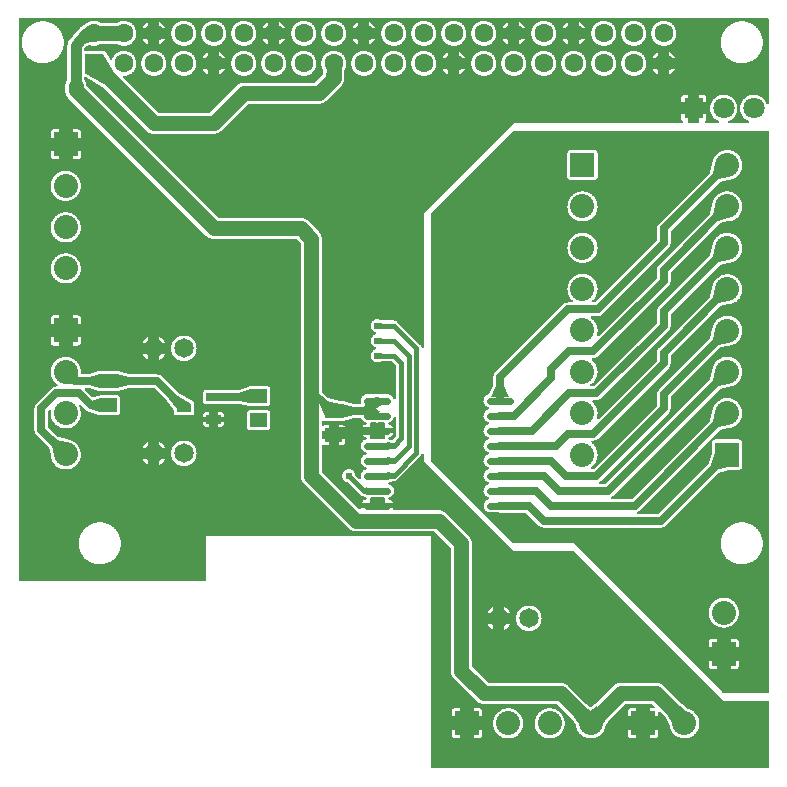
<source format=gbl>
G04 Layer: BottomLayer*
G04 EasyEDA v6.3.22, 2020-01-23T08:33:16+01:00*
G04 c9beca13151b413282484c31864a17c3,a11fdbbf625d454fa155e63b1a2a2389,10*
G04 Gerber Generator version 0.2*
G04 Scale: 100 percent, Rotated: No, Reflected: No *
G04 Dimensions in inches *
G04 leading zeros omitted , absolute positions ,2 integer and 4 decimal *
%FSLAX24Y24*%
%MOIN*%
G90*
G70D02*

%ADD11C,0.025000*%
%ADD12C,0.015000*%
%ADD13C,0.050000*%
%ADD14C,0.023622*%
%ADD15C,0.024000*%
%ADD20R,0.080000X0.080000*%
%ADD21C,0.080000*%
%ADD22R,0.062992X0.062992*%
%ADD23C,0.062992*%
%ADD24C,0.070866*%
%ADD25R,0.062000X0.070866*%
%ADD26C,0.065000*%
%ADD27C,0.035000*%

%LPD*%
G36*
G01X25210Y21500D02*
G01X16766Y21500D01*
G01X16754Y21498D01*
G01X16748Y21495D01*
G01X16743Y21492D01*
G01X16738Y21488D01*
G01X14007Y18757D01*
G01X14004Y18751D01*
G01X14000Y18739D01*
G01X14000Y10510D01*
G01X14004Y10498D01*
G01X14007Y10492D01*
G01X16738Y7761D01*
G01X16743Y7757D01*
G01X16748Y7754D01*
G01X16754Y7751D01*
G01X16760Y7750D01*
G01X18750Y7750D01*
G01X23738Y2761D01*
G01X23743Y2757D01*
G01X23748Y2754D01*
G01X23754Y2751D01*
G01X23760Y2750D01*
G01X25215Y2750D01*
G01X25221Y2751D01*
G01X25226Y2753D01*
G01X25236Y2759D01*
G01X25240Y2763D01*
G01X25246Y2773D01*
G01X25248Y2778D01*
G01X25250Y2790D01*
G01X25250Y21459D01*
G01X25248Y21471D01*
G01X25246Y21476D01*
G01X25240Y21486D01*
G01X25236Y21490D01*
G01X25226Y21496D01*
G01X25221Y21498D01*
G01X25215Y21499D01*
G01X25210Y21500D01*
G37*

%LPC*%
G36*
G01X23525Y3834D02*
G01X23248Y3834D01*
G01X23248Y3659D01*
G01X23250Y3641D01*
G01X23252Y3632D01*
G01X23255Y3623D01*
G01X23259Y3615D01*
G01X23264Y3606D01*
G01X23269Y3599D01*
G01X23281Y3585D01*
G01X23289Y3579D01*
G01X23296Y3574D01*
G01X23305Y3569D01*
G01X23313Y3565D01*
G01X23322Y3562D01*
G01X23331Y3560D01*
G01X23340Y3559D01*
G01X23525Y3559D01*
G01X23525Y3834D01*
G37*
G36*
G01X24251Y3834D02*
G01X23975Y3834D01*
G01X23975Y3559D01*
G01X24159Y3559D01*
G01X24168Y3560D01*
G01X24177Y3562D01*
G01X24186Y3565D01*
G01X24194Y3569D01*
G01X24203Y3574D01*
G01X24210Y3579D01*
G01X24218Y3585D01*
G01X24230Y3599D01*
G01X24235Y3606D01*
G01X24240Y3615D01*
G01X24244Y3623D01*
G01X24247Y3632D01*
G01X24249Y3641D01*
G01X24251Y3659D01*
G01X24251Y3834D01*
G37*
G36*
G01X23525Y4561D02*
G01X23350Y4561D01*
G01X23340Y4560D01*
G01X23331Y4559D01*
G01X23322Y4557D01*
G01X23313Y4554D01*
G01X23305Y4550D01*
G01X23296Y4545D01*
G01X23289Y4540D01*
G01X23281Y4534D01*
G01X23275Y4528D01*
G01X23269Y4520D01*
G01X23264Y4513D01*
G01X23259Y4505D01*
G01X23255Y4496D01*
G01X23252Y4487D01*
G01X23250Y4478D01*
G01X23249Y4469D01*
G01X23248Y4459D01*
G01X23248Y4284D01*
G01X23525Y4284D01*
G01X23525Y4561D01*
G37*
G36*
G01X24150Y4561D02*
G01X23975Y4561D01*
G01X23975Y4284D01*
G01X24251Y4284D01*
G01X24251Y4459D01*
G01X24250Y4469D01*
G01X24249Y4478D01*
G01X24247Y4487D01*
G01X24244Y4496D01*
G01X24240Y4505D01*
G01X24235Y4513D01*
G01X24230Y4520D01*
G01X24224Y4528D01*
G01X24218Y4534D01*
G01X24210Y4540D01*
G01X24203Y4545D01*
G01X24194Y4550D01*
G01X24186Y4554D01*
G01X24177Y4557D01*
G01X24168Y4559D01*
G01X24150Y4561D01*
G37*
G36*
G01X23770Y5940D02*
G01X23729Y5940D01*
G01X23709Y5939D01*
G01X23689Y5937D01*
G01X23669Y5934D01*
G01X23649Y5930D01*
G01X23630Y5926D01*
G01X23610Y5921D01*
G01X23591Y5915D01*
G01X23553Y5901D01*
G01X23517Y5883D01*
G01X23499Y5873D01*
G01X23482Y5863D01*
G01X23465Y5852D01*
G01X23448Y5840D01*
G01X23433Y5828D01*
G01X23417Y5815D01*
G01X23402Y5801D01*
G01X23388Y5786D01*
G01X23375Y5772D01*
G01X23361Y5756D01*
G01X23337Y5724D01*
G01X23326Y5707D01*
G01X23316Y5690D01*
G01X23306Y5672D01*
G01X23297Y5654D01*
G01X23289Y5636D01*
G01X23281Y5617D01*
G01X23274Y5598D01*
G01X23268Y5579D01*
G01X23263Y5559D01*
G01X23259Y5540D01*
G01X23255Y5520D01*
G01X23252Y5500D01*
G01X23250Y5480D01*
G01X23248Y5440D01*
G01X23249Y5419D01*
G01X23250Y5399D01*
G01X23252Y5379D01*
G01X23255Y5359D01*
G01X23259Y5339D01*
G01X23263Y5320D01*
G01X23268Y5300D01*
G01X23274Y5281D01*
G01X23281Y5262D01*
G01X23289Y5243D01*
G01X23297Y5225D01*
G01X23306Y5207D01*
G01X23316Y5189D01*
G01X23326Y5172D01*
G01X23337Y5155D01*
G01X23349Y5138D01*
G01X23361Y5123D01*
G01X23375Y5107D01*
G01X23388Y5092D01*
G01X23402Y5078D01*
G01X23417Y5065D01*
G01X23433Y5051D01*
G01X23448Y5039D01*
G01X23465Y5027D01*
G01X23482Y5016D01*
G01X23499Y5006D01*
G01X23517Y4996D01*
G01X23553Y4978D01*
G01X23591Y4964D01*
G01X23610Y4958D01*
G01X23630Y4953D01*
G01X23649Y4949D01*
G01X23669Y4945D01*
G01X23689Y4942D01*
G01X23709Y4940D01*
G01X23729Y4939D01*
G01X23750Y4938D01*
G01X23790Y4940D01*
G01X23810Y4942D01*
G01X23830Y4945D01*
G01X23850Y4949D01*
G01X23869Y4953D01*
G01X23889Y4958D01*
G01X23908Y4964D01*
G01X23946Y4978D01*
G01X23982Y4996D01*
G01X24000Y5006D01*
G01X24017Y5016D01*
G01X24034Y5027D01*
G01X24051Y5039D01*
G01X24066Y5051D01*
G01X24082Y5065D01*
G01X24097Y5078D01*
G01X24111Y5092D01*
G01X24125Y5107D01*
G01X24138Y5123D01*
G01X24150Y5138D01*
G01X24162Y5155D01*
G01X24173Y5172D01*
G01X24183Y5189D01*
G01X24193Y5207D01*
G01X24202Y5225D01*
G01X24210Y5243D01*
G01X24218Y5262D01*
G01X24225Y5281D01*
G01X24231Y5300D01*
G01X24236Y5320D01*
G01X24240Y5339D01*
G01X24244Y5359D01*
G01X24247Y5379D01*
G01X24249Y5399D01*
G01X24250Y5419D01*
G01X24251Y5440D01*
G01X24249Y5480D01*
G01X24247Y5500D01*
G01X24244Y5520D01*
G01X24240Y5540D01*
G01X24236Y5559D01*
G01X24231Y5579D01*
G01X24225Y5598D01*
G01X24218Y5617D01*
G01X24210Y5636D01*
G01X24202Y5654D01*
G01X24193Y5672D01*
G01X24183Y5690D01*
G01X24173Y5707D01*
G01X24162Y5724D01*
G01X24138Y5756D01*
G01X24125Y5772D01*
G01X24111Y5786D01*
G01X24097Y5801D01*
G01X24082Y5815D01*
G01X24066Y5828D01*
G01X24051Y5840D01*
G01X24034Y5852D01*
G01X24017Y5863D01*
G01X24000Y5873D01*
G01X23982Y5883D01*
G01X23946Y5901D01*
G01X23908Y5915D01*
G01X23889Y5921D01*
G01X23869Y5926D01*
G01X23850Y5930D01*
G01X23830Y5934D01*
G01X23810Y5937D01*
G01X23790Y5939D01*
G01X23770Y5940D01*
G37*
G36*
G01X24373Y8450D02*
G01X24350Y8451D01*
G01X24302Y8449D01*
G01X24278Y8447D01*
G01X24254Y8444D01*
G01X24230Y8440D01*
G01X24207Y8436D01*
G01X24184Y8430D01*
G01X24160Y8425D01*
G01X24138Y8418D01*
G01X24092Y8402D01*
G01X24048Y8382D01*
G01X24027Y8372D01*
G01X24006Y8361D01*
G01X23985Y8348D01*
G01X23965Y8336D01*
G01X23945Y8322D01*
G01X23926Y8308D01*
G01X23907Y8293D01*
G01X23889Y8278D01*
G01X23871Y8262D01*
G01X23837Y8228D01*
G01X23821Y8210D01*
G01X23806Y8192D01*
G01X23791Y8173D01*
G01X23777Y8154D01*
G01X23763Y8134D01*
G01X23751Y8114D01*
G01X23727Y8072D01*
G01X23717Y8051D01*
G01X23706Y8029D01*
G01X23697Y8007D01*
G01X23681Y7961D01*
G01X23675Y7939D01*
G01X23668Y7915D01*
G01X23663Y7892D01*
G01X23659Y7869D01*
G01X23655Y7845D01*
G01X23652Y7821D01*
G01X23650Y7797D01*
G01X23649Y7773D01*
G01X23648Y7750D01*
G01X23650Y7702D01*
G01X23652Y7678D01*
G01X23655Y7654D01*
G01X23659Y7630D01*
G01X23663Y7607D01*
G01X23668Y7584D01*
G01X23675Y7560D01*
G01X23681Y7538D01*
G01X23697Y7492D01*
G01X23706Y7470D01*
G01X23717Y7448D01*
G01X23727Y7427D01*
G01X23751Y7385D01*
G01X23763Y7365D01*
G01X23777Y7345D01*
G01X23791Y7326D01*
G01X23806Y7307D01*
G01X23821Y7289D01*
G01X23837Y7271D01*
G01X23871Y7237D01*
G01X23889Y7221D01*
G01X23907Y7206D01*
G01X23926Y7191D01*
G01X23945Y7177D01*
G01X23965Y7163D01*
G01X23985Y7151D01*
G01X24006Y7138D01*
G01X24027Y7127D01*
G01X24048Y7117D01*
G01X24092Y7097D01*
G01X24138Y7081D01*
G01X24160Y7075D01*
G01X24184Y7069D01*
G01X24207Y7063D01*
G01X24230Y7059D01*
G01X24254Y7055D01*
G01X24278Y7052D01*
G01X24302Y7050D01*
G01X24350Y7048D01*
G01X24373Y7049D01*
G01X24397Y7050D01*
G01X24421Y7052D01*
G01X24445Y7055D01*
G01X24469Y7059D01*
G01X24492Y7063D01*
G01X24515Y7069D01*
G01X24539Y7075D01*
G01X24561Y7081D01*
G01X24607Y7097D01*
G01X24651Y7117D01*
G01X24672Y7127D01*
G01X24693Y7138D01*
G01X24714Y7151D01*
G01X24734Y7163D01*
G01X24754Y7177D01*
G01X24773Y7191D01*
G01X24792Y7206D01*
G01X24810Y7221D01*
G01X24828Y7237D01*
G01X24862Y7271D01*
G01X24878Y7289D01*
G01X24893Y7307D01*
G01X24908Y7326D01*
G01X24922Y7345D01*
G01X24936Y7365D01*
G01X24948Y7385D01*
G01X24972Y7427D01*
G01X24982Y7448D01*
G01X24993Y7470D01*
G01X25002Y7492D01*
G01X25018Y7538D01*
G01X25025Y7560D01*
G01X25031Y7584D01*
G01X25036Y7607D01*
G01X25040Y7630D01*
G01X25044Y7654D01*
G01X25047Y7678D01*
G01X25049Y7702D01*
G01X25051Y7750D01*
G01X25050Y7773D01*
G01X25049Y7797D01*
G01X25047Y7821D01*
G01X25044Y7845D01*
G01X25040Y7869D01*
G01X25036Y7892D01*
G01X25031Y7915D01*
G01X25025Y7939D01*
G01X25018Y7961D01*
G01X25002Y8007D01*
G01X24993Y8029D01*
G01X24982Y8051D01*
G01X24972Y8072D01*
G01X24948Y8114D01*
G01X24936Y8134D01*
G01X24922Y8154D01*
G01X24908Y8173D01*
G01X24893Y8192D01*
G01X24878Y8210D01*
G01X24862Y8228D01*
G01X24828Y8262D01*
G01X24810Y8278D01*
G01X24792Y8293D01*
G01X24773Y8308D01*
G01X24754Y8322D01*
G01X24734Y8336D01*
G01X24714Y8348D01*
G01X24693Y8361D01*
G01X24672Y8372D01*
G01X24651Y8382D01*
G01X24607Y8402D01*
G01X24561Y8418D01*
G01X24539Y8425D01*
G01X24515Y8430D01*
G01X24492Y8436D01*
G01X24469Y8440D01*
G01X24445Y8444D01*
G01X24421Y8447D01*
G01X24397Y8449D01*
G01X24373Y8450D01*
G37*
G36*
G01X23884Y20859D02*
G01X23844Y20859D01*
G01X23784Y20853D01*
G01X23744Y20845D01*
G01X23725Y20840D01*
G01X23706Y20834D01*
G01X23687Y20827D01*
G01X23668Y20819D01*
G01X23650Y20811D01*
G01X23632Y20802D01*
G01X23614Y20792D01*
G01X23597Y20782D01*
G01X23580Y20771D01*
G01X23548Y20747D01*
G01X23532Y20734D01*
G01X23518Y20721D01*
G01X23503Y20706D01*
G01X23490Y20692D01*
G01X23477Y20676D01*
G01X23464Y20661D01*
G01X23452Y20644D01*
G01X23441Y20628D01*
G01X23431Y20610D01*
G01X23421Y20593D01*
G01X23412Y20575D01*
G01X23404Y20556D01*
G01X23396Y20538D01*
G01X23389Y20519D01*
G01X23383Y20500D01*
G01X23378Y20480D01*
G01X23373Y20461D01*
G01X23367Y20421D01*
G01X23365Y20401D01*
G01X23364Y20396D01*
G01X23301Y20124D01*
G01X23299Y20117D01*
G01X23295Y20110D01*
G01X23290Y20104D01*
G01X21580Y18394D01*
G01X21556Y18361D01*
G01X21549Y18349D01*
G01X21543Y18337D01*
G01X21538Y18324D01*
G01X21530Y18298D01*
G01X21527Y18285D01*
G01X21525Y18271D01*
G01X21524Y18257D01*
G01X21523Y18244D01*
G01X21523Y17853D01*
G01X21522Y17847D01*
G01X21519Y17842D01*
G01X21516Y17836D01*
G01X21512Y17831D01*
G01X19468Y15787D01*
G01X19463Y15783D01*
G01X19457Y15780D01*
G01X19452Y15778D01*
G01X19446Y15776D01*
G01X19385Y15776D01*
G01X19380Y15777D01*
G01X19374Y15779D01*
G01X19364Y15785D01*
G01X19360Y15789D01*
G01X19354Y15799D01*
G01X19352Y15804D01*
G01X19351Y15810D01*
G01X19351Y15821D01*
G01X19352Y15827D01*
G01X19355Y15832D01*
G01X19357Y15837D01*
G01X19361Y15842D01*
G01X19365Y15846D01*
G01X19395Y15874D01*
G01X19410Y15889D01*
G01X19449Y15937D01*
G01X19460Y15954D01*
G01X19482Y15990D01*
G01X19491Y16008D01*
G01X19500Y16027D01*
G01X19508Y16046D01*
G01X19515Y16065D01*
G01X19527Y16105D01*
G01X19531Y16126D01*
G01X19535Y16146D01*
G01X19538Y16166D01*
G01X19540Y16187D01*
G01X19542Y16207D01*
G01X19542Y16248D01*
G01X19540Y16269D01*
G01X19538Y16288D01*
G01X19535Y16309D01*
G01X19532Y16328D01*
G01X19527Y16348D01*
G01X19522Y16367D01*
G01X19516Y16387D01*
G01X19502Y16425D01*
G01X19493Y16443D01*
G01X19485Y16461D01*
G01X19475Y16479D01*
G01X19453Y16513D01*
G01X19442Y16529D01*
G01X19416Y16561D01*
G01X19402Y16575D01*
G01X19388Y16590D01*
G01X19358Y16616D01*
G01X19342Y16629D01*
G01X19326Y16640D01*
G01X19309Y16652D01*
G01X19292Y16662D01*
G01X19274Y16672D01*
G01X19256Y16681D01*
G01X19218Y16697D01*
G01X19200Y16703D01*
G01X19180Y16709D01*
G01X19161Y16715D01*
G01X19121Y16723D01*
G01X19101Y16726D01*
G01X19081Y16728D01*
G01X19061Y16729D01*
G01X19021Y16729D01*
G01X19001Y16728D01*
G01X18981Y16726D01*
G01X18960Y16723D01*
G01X18941Y16719D01*
G01X18921Y16715D01*
G01X18902Y16709D01*
G01X18882Y16703D01*
G01X18863Y16697D01*
G01X18844Y16689D01*
G01X18826Y16681D01*
G01X18808Y16672D01*
G01X18790Y16662D01*
G01X18773Y16652D01*
G01X18756Y16640D01*
G01X18740Y16629D01*
G01X18724Y16616D01*
G01X18694Y16590D01*
G01X18680Y16575D01*
G01X18666Y16561D01*
G01X18640Y16529D01*
G01X18629Y16513D01*
G01X18607Y16479D01*
G01X18597Y16461D01*
G01X18588Y16443D01*
G01X18580Y16425D01*
G01X18572Y16406D01*
G01X18566Y16387D01*
G01X18560Y16367D01*
G01X18555Y16348D01*
G01X18550Y16328D01*
G01X18547Y16309D01*
G01X18543Y16288D01*
G01X18542Y16269D01*
G01X18540Y16248D01*
G01X18540Y16207D01*
G01X18542Y16187D01*
G01X18544Y16166D01*
G01X18547Y16146D01*
G01X18551Y16126D01*
G01X18555Y16105D01*
G01X18567Y16065D01*
G01X18574Y16046D01*
G01X18582Y16027D01*
G01X18591Y16008D01*
G01X18600Y15990D01*
G01X18610Y15972D01*
G01X18622Y15954D01*
G01X18633Y15937D01*
G01X18672Y15889D01*
G01X18686Y15874D01*
G01X18702Y15860D01*
G01X18717Y15846D01*
G01X18721Y15842D01*
G01X18725Y15837D01*
G01X18727Y15832D01*
G01X18730Y15827D01*
G01X18731Y15821D01*
G01X18731Y15810D01*
G01X18730Y15804D01*
G01X18727Y15799D01*
G01X18725Y15794D01*
G01X18721Y15789D01*
G01X18717Y15785D01*
G01X18713Y15782D01*
G01X18708Y15779D01*
G01X18702Y15777D01*
G01X18697Y15776D01*
G01X18550Y15776D01*
G01X18522Y15774D01*
G01X18509Y15772D01*
G01X18496Y15769D01*
G01X18482Y15765D01*
G01X18469Y15761D01*
G01X18457Y15755D01*
G01X18444Y15750D01*
G01X18432Y15743D01*
G01X18421Y15736D01*
G01X18410Y15728D01*
G01X18400Y15719D01*
G01X16125Y13444D01*
G01X16117Y13434D01*
G01X16109Y13423D01*
G01X16101Y13411D01*
G01X16094Y13400D01*
G01X16089Y13387D01*
G01X16083Y13375D01*
G01X16079Y13362D01*
G01X16075Y13348D01*
G01X16072Y13335D01*
G01X16070Y13322D01*
G01X16068Y13294D01*
G01X16068Y13020D01*
G01X16067Y13014D01*
G01X16064Y13008D01*
G01X15926Y12731D01*
G01X15922Y12725D01*
G01X15918Y12720D01*
G01X15913Y12716D01*
G01X15907Y12713D01*
G01X15901Y12711D01*
G01X15875Y12701D01*
G01X15863Y12696D01*
G01X15851Y12690D01*
G01X15840Y12682D01*
G01X15828Y12675D01*
G01X15808Y12657D01*
G01X15798Y12647D01*
G01X15790Y12637D01*
G01X15781Y12626D01*
G01X15774Y12615D01*
G01X15767Y12603D01*
G01X15761Y12591D01*
G01X15756Y12579D01*
G01X15748Y12553D01*
G01X15745Y12540D01*
G01X15743Y12526D01*
G01X15741Y12500D01*
G01X15743Y12472D01*
G01X15745Y12459D01*
G01X15748Y12446D01*
G01X15752Y12432D01*
G01X15756Y12420D01*
G01X15761Y12407D01*
G01X15775Y12383D01*
G01X15782Y12372D01*
G01X15790Y12361D01*
G01X15799Y12351D01*
G01X15809Y12341D01*
G01X15819Y12332D01*
G01X15830Y12323D01*
G01X15852Y12309D01*
G01X15864Y12303D01*
G01X15877Y12297D01*
G01X15890Y12292D01*
G01X15903Y12288D01*
G01X15913Y12284D01*
G01X15918Y12280D01*
G01X15922Y12276D01*
G01X15926Y12271D01*
G01X15928Y12266D01*
G01X15931Y12261D01*
G01X15932Y12255D01*
G01X15932Y12244D01*
G01X15931Y12238D01*
G01X15928Y12233D01*
G01X15926Y12228D01*
G01X15922Y12223D01*
G01X15918Y12219D01*
G01X15913Y12215D01*
G01X15903Y12211D01*
G01X15890Y12207D01*
G01X15877Y12202D01*
G01X15864Y12196D01*
G01X15852Y12190D01*
G01X15830Y12176D01*
G01X15819Y12167D01*
G01X15809Y12158D01*
G01X15799Y12148D01*
G01X15790Y12138D01*
G01X15782Y12127D01*
G01X15775Y12116D01*
G01X15761Y12092D01*
G01X15756Y12079D01*
G01X15752Y12067D01*
G01X15748Y12053D01*
G01X15745Y12040D01*
G01X15743Y12027D01*
G01X15742Y12013D01*
G01X15741Y12000D01*
G01X15743Y11972D01*
G01X15745Y11959D01*
G01X15748Y11946D01*
G01X15752Y11932D01*
G01X15756Y11920D01*
G01X15761Y11907D01*
G01X15775Y11883D01*
G01X15782Y11872D01*
G01X15790Y11861D01*
G01X15799Y11851D01*
G01X15809Y11841D01*
G01X15819Y11832D01*
G01X15830Y11823D01*
G01X15852Y11809D01*
G01X15864Y11803D01*
G01X15877Y11797D01*
G01X15890Y11792D01*
G01X15903Y11788D01*
G01X15913Y11784D01*
G01X15918Y11780D01*
G01X15922Y11776D01*
G01X15926Y11771D01*
G01X15928Y11766D01*
G01X15931Y11761D01*
G01X15932Y11755D01*
G01X15932Y11744D01*
G01X15931Y11738D01*
G01X15928Y11733D01*
G01X15926Y11728D01*
G01X15922Y11723D01*
G01X15918Y11719D01*
G01X15913Y11715D01*
G01X15903Y11711D01*
G01X15890Y11707D01*
G01X15877Y11702D01*
G01X15864Y11696D01*
G01X15852Y11690D01*
G01X15830Y11676D01*
G01X15819Y11667D01*
G01X15809Y11658D01*
G01X15799Y11648D01*
G01X15790Y11638D01*
G01X15782Y11627D01*
G01X15775Y11616D01*
G01X15761Y11592D01*
G01X15756Y11579D01*
G01X15752Y11567D01*
G01X15748Y11553D01*
G01X15745Y11540D01*
G01X15743Y11527D01*
G01X15742Y11513D01*
G01X15741Y11500D01*
G01X15743Y11472D01*
G01X15745Y11459D01*
G01X15748Y11446D01*
G01X15752Y11432D01*
G01X15756Y11420D01*
G01X15761Y11407D01*
G01X15775Y11383D01*
G01X15782Y11372D01*
G01X15790Y11361D01*
G01X15799Y11351D01*
G01X15809Y11341D01*
G01X15819Y11332D01*
G01X15830Y11323D01*
G01X15852Y11309D01*
G01X15864Y11303D01*
G01X15877Y11297D01*
G01X15890Y11292D01*
G01X15903Y11288D01*
G01X15913Y11284D01*
G01X15918Y11280D01*
G01X15922Y11276D01*
G01X15926Y11271D01*
G01X15928Y11266D01*
G01X15931Y11261D01*
G01X15932Y11255D01*
G01X15932Y11244D01*
G01X15931Y11238D01*
G01X15928Y11233D01*
G01X15926Y11228D01*
G01X15922Y11223D01*
G01X15918Y11219D01*
G01X15913Y11215D01*
G01X15903Y11211D01*
G01X15890Y11207D01*
G01X15877Y11202D01*
G01X15864Y11196D01*
G01X15852Y11190D01*
G01X15830Y11176D01*
G01X15819Y11167D01*
G01X15809Y11158D01*
G01X15799Y11148D01*
G01X15790Y11138D01*
G01X15782Y11127D01*
G01X15775Y11116D01*
G01X15761Y11092D01*
G01X15756Y11079D01*
G01X15752Y11067D01*
G01X15748Y11053D01*
G01X15745Y11040D01*
G01X15743Y11027D01*
G01X15742Y11013D01*
G01X15741Y11000D01*
G01X15743Y10972D01*
G01X15745Y10959D01*
G01X15748Y10946D01*
G01X15752Y10932D01*
G01X15756Y10920D01*
G01X15761Y10907D01*
G01X15775Y10883D01*
G01X15782Y10872D01*
G01X15790Y10861D01*
G01X15799Y10851D01*
G01X15809Y10841D01*
G01X15819Y10832D01*
G01X15830Y10823D01*
G01X15852Y10809D01*
G01X15864Y10803D01*
G01X15877Y10797D01*
G01X15890Y10792D01*
G01X15903Y10788D01*
G01X15913Y10784D01*
G01X15918Y10780D01*
G01X15922Y10776D01*
G01X15926Y10771D01*
G01X15928Y10766D01*
G01X15931Y10761D01*
G01X15932Y10755D01*
G01X15932Y10744D01*
G01X15931Y10738D01*
G01X15928Y10733D01*
G01X15926Y10728D01*
G01X15922Y10723D01*
G01X15918Y10719D01*
G01X15913Y10715D01*
G01X15903Y10711D01*
G01X15890Y10707D01*
G01X15877Y10702D01*
G01X15864Y10696D01*
G01X15852Y10690D01*
G01X15830Y10676D01*
G01X15819Y10667D01*
G01X15809Y10658D01*
G01X15799Y10648D01*
G01X15790Y10638D01*
G01X15782Y10627D01*
G01X15775Y10616D01*
G01X15761Y10592D01*
G01X15756Y10579D01*
G01X15752Y10567D01*
G01X15748Y10553D01*
G01X15745Y10540D01*
G01X15743Y10527D01*
G01X15742Y10513D01*
G01X15741Y10500D01*
G01X15743Y10472D01*
G01X15745Y10459D01*
G01X15748Y10446D01*
G01X15752Y10432D01*
G01X15756Y10420D01*
G01X15761Y10407D01*
G01X15775Y10383D01*
G01X15782Y10372D01*
G01X15790Y10361D01*
G01X15799Y10351D01*
G01X15809Y10341D01*
G01X15819Y10332D01*
G01X15830Y10323D01*
G01X15852Y10309D01*
G01X15864Y10303D01*
G01X15877Y10297D01*
G01X15890Y10292D01*
G01X15903Y10288D01*
G01X15913Y10284D01*
G01X15918Y10280D01*
G01X15922Y10276D01*
G01X15926Y10271D01*
G01X15928Y10266D01*
G01X15931Y10261D01*
G01X15932Y10255D01*
G01X15932Y10244D01*
G01X15931Y10238D01*
G01X15928Y10233D01*
G01X15926Y10228D01*
G01X15922Y10223D01*
G01X15918Y10219D01*
G01X15913Y10215D01*
G01X15903Y10211D01*
G01X15890Y10207D01*
G01X15877Y10202D01*
G01X15864Y10196D01*
G01X15852Y10190D01*
G01X15830Y10176D01*
G01X15819Y10167D01*
G01X15809Y10158D01*
G01X15799Y10148D01*
G01X15790Y10138D01*
G01X15782Y10127D01*
G01X15775Y10116D01*
G01X15761Y10092D01*
G01X15756Y10079D01*
G01X15752Y10067D01*
G01X15748Y10053D01*
G01X15745Y10040D01*
G01X15743Y10027D01*
G01X15742Y10013D01*
G01X15741Y10000D01*
G01X15743Y9972D01*
G01X15745Y9959D01*
G01X15748Y9946D01*
G01X15752Y9932D01*
G01X15756Y9920D01*
G01X15761Y9907D01*
G01X15775Y9883D01*
G01X15782Y9872D01*
G01X15790Y9861D01*
G01X15799Y9851D01*
G01X15809Y9841D01*
G01X15819Y9832D01*
G01X15830Y9823D01*
G01X15852Y9809D01*
G01X15864Y9803D01*
G01X15877Y9797D01*
G01X15890Y9792D01*
G01X15903Y9788D01*
G01X15913Y9784D01*
G01X15918Y9780D01*
G01X15922Y9776D01*
G01X15926Y9771D01*
G01X15928Y9766D01*
G01X15931Y9761D01*
G01X15932Y9755D01*
G01X15932Y9744D01*
G01X15931Y9738D01*
G01X15928Y9733D01*
G01X15926Y9728D01*
G01X15922Y9723D01*
G01X15918Y9719D01*
G01X15913Y9715D01*
G01X15903Y9711D01*
G01X15890Y9707D01*
G01X15877Y9702D01*
G01X15864Y9696D01*
G01X15852Y9690D01*
G01X15830Y9676D01*
G01X15819Y9667D01*
G01X15809Y9658D01*
G01X15799Y9648D01*
G01X15790Y9638D01*
G01X15782Y9627D01*
G01X15775Y9616D01*
G01X15761Y9592D01*
G01X15756Y9579D01*
G01X15752Y9567D01*
G01X15748Y9553D01*
G01X15745Y9540D01*
G01X15743Y9527D01*
G01X15742Y9513D01*
G01X15741Y9500D01*
G01X15743Y9472D01*
G01X15745Y9459D01*
G01X15748Y9446D01*
G01X15752Y9432D01*
G01X15756Y9420D01*
G01X15761Y9407D01*
G01X15775Y9383D01*
G01X15782Y9372D01*
G01X15790Y9361D01*
G01X15799Y9351D01*
G01X15809Y9341D01*
G01X15819Y9332D01*
G01X15830Y9323D01*
G01X15852Y9309D01*
G01X15864Y9303D01*
G01X15877Y9297D01*
G01X15890Y9292D01*
G01X15903Y9288D01*
G01X15913Y9284D01*
G01X15918Y9280D01*
G01X15922Y9276D01*
G01X15926Y9271D01*
G01X15928Y9266D01*
G01X15931Y9261D01*
G01X15932Y9255D01*
G01X15932Y9244D01*
G01X15931Y9238D01*
G01X15928Y9233D01*
G01X15926Y9228D01*
G01X15922Y9223D01*
G01X15918Y9219D01*
G01X15913Y9215D01*
G01X15903Y9211D01*
G01X15890Y9207D01*
G01X15877Y9202D01*
G01X15864Y9196D01*
G01X15852Y9190D01*
G01X15830Y9176D01*
G01X15819Y9167D01*
G01X15809Y9158D01*
G01X15799Y9148D01*
G01X15790Y9138D01*
G01X15782Y9127D01*
G01X15775Y9116D01*
G01X15761Y9092D01*
G01X15756Y9079D01*
G01X15752Y9067D01*
G01X15748Y9053D01*
G01X15745Y9040D01*
G01X15743Y9027D01*
G01X15742Y9013D01*
G01X15741Y9000D01*
G01X15742Y8986D01*
G01X15743Y8973D01*
G01X15747Y8947D01*
G01X15751Y8934D01*
G01X15755Y8922D01*
G01X15760Y8909D01*
G01X15766Y8898D01*
G01X15773Y8886D01*
G01X15780Y8875D01*
G01X15788Y8864D01*
G01X15796Y8854D01*
G01X15805Y8844D01*
G01X15815Y8836D01*
G01X15825Y8827D01*
G01X15836Y8819D01*
G01X15847Y8812D01*
G01X15859Y8805D01*
G01X15870Y8800D01*
G01X15882Y8795D01*
G01X15895Y8790D01*
G01X15921Y8784D01*
G01X15934Y8782D01*
G01X15960Y8780D01*
G01X16234Y8780D01*
G01X16243Y8779D01*
G01X16260Y8776D01*
G01X16277Y8774D01*
G01X16294Y8773D01*
G01X17146Y8773D01*
G01X17152Y8771D01*
G01X17157Y8769D01*
G01X17163Y8766D01*
G01X17168Y8762D01*
G01X17600Y8330D01*
G01X17610Y8321D01*
G01X17621Y8313D01*
G01X17632Y8306D01*
G01X17644Y8299D01*
G01X17657Y8294D01*
G01X17669Y8288D01*
G01X17682Y8284D01*
G01X17696Y8280D01*
G01X17709Y8277D01*
G01X17722Y8275D01*
G01X17750Y8273D01*
G01X21655Y8273D01*
G01X21669Y8274D01*
G01X21682Y8275D01*
G01X21696Y8277D01*
G01X21709Y8280D01*
G01X21735Y8288D01*
G01X21748Y8294D01*
G01X21760Y8299D01*
G01X21784Y8313D01*
G01X21794Y8321D01*
G01X21805Y8330D01*
G01X23560Y10085D01*
G01X23566Y10088D01*
G01X23572Y10090D01*
G01X23916Y10205D01*
G01X23922Y10207D01*
G01X24264Y10207D01*
G01X24282Y10209D01*
G01X24292Y10211D01*
G01X24300Y10214D01*
G01X24309Y10218D01*
G01X24317Y10222D01*
G01X24325Y10228D01*
G01X24339Y10240D01*
G01X24344Y10247D01*
G01X24350Y10255D01*
G01X24354Y10263D01*
G01X24358Y10272D01*
G01X24361Y10280D01*
G01X24363Y10290D01*
G01X24365Y10308D01*
G01X24365Y11108D01*
G01X24364Y11117D01*
G01X24363Y11127D01*
G01X24361Y11136D01*
G01X24358Y11145D01*
G01X24350Y11161D01*
G01X24344Y11169D01*
G01X24339Y11176D01*
G01X24332Y11183D01*
G01X24325Y11189D01*
G01X24309Y11199D01*
G01X24300Y11202D01*
G01X24292Y11205D01*
G01X24282Y11207D01*
G01X24273Y11209D01*
G01X23455Y11209D01*
G01X23445Y11207D01*
G01X23436Y11205D01*
G01X23427Y11202D01*
G01X23419Y11199D01*
G01X23403Y11189D01*
G01X23396Y11183D01*
G01X23389Y11176D01*
G01X23383Y11169D01*
G01X23373Y11153D01*
G01X23370Y11145D01*
G01X23364Y11127D01*
G01X23363Y11117D01*
G01X23363Y10773D01*
G01X23362Y10767D01*
G01X23361Y10760D01*
G01X23246Y10416D01*
G01X23243Y10410D01*
G01X23240Y10405D01*
G01X23236Y10400D01*
G01X21573Y8737D01*
G01X21568Y8733D01*
G01X21563Y8730D01*
G01X21551Y8726D01*
G01X20896Y8726D01*
G01X20890Y8727D01*
G01X20885Y8729D01*
G01X20875Y8735D01*
G01X20871Y8739D01*
G01X20865Y8749D01*
G01X20863Y8754D01*
G01X20862Y8760D01*
G01X20861Y8765D01*
G01X20862Y8772D01*
G01X20864Y8778D01*
G01X20866Y8783D01*
G01X20869Y8788D01*
G01X20873Y8793D01*
G01X20877Y8797D01*
G01X20882Y8801D01*
G01X20897Y8809D01*
G01X20910Y8818D01*
G01X20923Y8828D01*
G01X23610Y11515D01*
G01X23622Y11523D01*
G01X23629Y11526D01*
G01X23901Y11588D01*
G01X23907Y11589D01*
G01X23927Y11591D01*
G01X23947Y11594D01*
G01X23966Y11598D01*
G01X23986Y11602D01*
G01X24005Y11608D01*
G01X24025Y11614D01*
G01X24043Y11621D01*
G01X24062Y11628D01*
G01X24080Y11636D01*
G01X24098Y11646D01*
G01X24116Y11655D01*
G01X24150Y11677D01*
G01X24182Y11701D01*
G01X24197Y11714D01*
G01X24212Y11728D01*
G01X24226Y11742D01*
G01X24240Y11757D01*
G01X24253Y11772D01*
G01X24265Y11788D01*
G01X24277Y11805D01*
G01X24288Y11821D01*
G01X24298Y11838D01*
G01X24308Y11856D01*
G01X24317Y11874D01*
G01X24325Y11892D01*
G01X24339Y11930D01*
G01X24345Y11949D01*
G01X24350Y11969D01*
G01X24355Y11988D01*
G01X24361Y12028D01*
G01X24363Y12048D01*
G01X24365Y12088D01*
G01X24363Y12128D01*
G01X24361Y12148D01*
G01X24358Y12169D01*
G01X24355Y12188D01*
G01X24345Y12228D01*
G01X24339Y12247D01*
G01X24332Y12266D01*
G01X24325Y12284D01*
G01X24317Y12303D01*
G01X24307Y12321D01*
G01X24298Y12339D01*
G01X24276Y12373D01*
G01X24252Y12405D01*
G01X24239Y12421D01*
G01X24225Y12435D01*
G01X24211Y12450D01*
G01X24181Y12476D01*
G01X24165Y12489D01*
G01X24148Y12501D01*
G01X24131Y12512D01*
G01X24097Y12532D01*
G01X24078Y12541D01*
G01X24042Y12557D01*
G01X24022Y12563D01*
G01X23984Y12575D01*
G01X23944Y12583D01*
G01X23924Y12586D01*
G01X23904Y12588D01*
G01X23884Y12589D01*
G01X23844Y12589D01*
G01X23824Y12588D01*
G01X23804Y12586D01*
G01X23784Y12583D01*
G01X23744Y12575D01*
G01X23687Y12557D01*
G01X23668Y12549D01*
G01X23650Y12541D01*
G01X23614Y12523D01*
G01X23580Y12501D01*
G01X23548Y12477D01*
G01X23532Y12464D01*
G01X23518Y12451D01*
G01X23503Y12436D01*
G01X23477Y12406D01*
G01X23464Y12390D01*
G01X23452Y12374D01*
G01X23441Y12357D01*
G01X23421Y12323D01*
G01X23412Y12305D01*
G01X23404Y12286D01*
G01X23396Y12268D01*
G01X23389Y12249D01*
G01X23383Y12230D01*
G01X23378Y12210D01*
G01X23373Y12191D01*
G01X23367Y12151D01*
G01X23365Y12131D01*
G01X23364Y12126D01*
G01X23301Y11854D01*
G01X23299Y11846D01*
G01X23295Y11840D01*
G01X23290Y11834D01*
G01X20689Y9233D01*
G01X20683Y9230D01*
G01X20671Y9226D01*
G01X20016Y9226D01*
G01X20010Y9227D01*
G01X20005Y9229D01*
G01X19995Y9235D01*
G01X19991Y9239D01*
G01X19985Y9249D01*
G01X19983Y9254D01*
G01X19982Y9260D01*
G01X19981Y9265D01*
G01X19982Y9272D01*
G01X19984Y9278D01*
G01X19986Y9283D01*
G01X19989Y9288D01*
G01X19993Y9293D01*
G01X19997Y9297D01*
G01X20002Y9301D01*
G01X20017Y9309D01*
G01X20030Y9318D01*
G01X20043Y9328D01*
G01X23610Y12895D01*
G01X23616Y12900D01*
G01X23622Y12903D01*
G01X23629Y12905D01*
G01X23901Y12968D01*
G01X23907Y12969D01*
G01X23927Y12971D01*
G01X23947Y12974D01*
G01X23966Y12978D01*
G01X23986Y12982D01*
G01X24005Y12988D01*
G01X24025Y12994D01*
G01X24043Y13001D01*
G01X24062Y13008D01*
G01X24116Y13035D01*
G01X24150Y13057D01*
G01X24182Y13081D01*
G01X24197Y13094D01*
G01X24212Y13108D01*
G01X24226Y13122D01*
G01X24240Y13137D01*
G01X24253Y13152D01*
G01X24277Y13184D01*
G01X24288Y13201D01*
G01X24298Y13219D01*
G01X24308Y13236D01*
G01X24317Y13254D01*
G01X24325Y13273D01*
G01X24332Y13291D01*
G01X24339Y13310D01*
G01X24345Y13329D01*
G01X24350Y13349D01*
G01X24355Y13368D01*
G01X24361Y13408D01*
G01X24363Y13428D01*
G01X24365Y13468D01*
G01X24364Y13488D01*
G01X24363Y13509D01*
G01X24361Y13528D01*
G01X24358Y13548D01*
G01X24355Y13569D01*
G01X24345Y13607D01*
G01X24339Y13627D01*
G01X24325Y13665D01*
G01X24317Y13683D01*
G01X24307Y13701D01*
G01X24298Y13719D01*
G01X24276Y13753D01*
G01X24252Y13785D01*
G01X24239Y13801D01*
G01X24225Y13815D01*
G01X24211Y13830D01*
G01X24181Y13856D01*
G01X24165Y13869D01*
G01X24148Y13880D01*
G01X24131Y13892D01*
G01X24097Y13912D01*
G01X24078Y13921D01*
G01X24042Y13937D01*
G01X24022Y13944D01*
G01X24003Y13950D01*
G01X23984Y13955D01*
G01X23944Y13963D01*
G01X23884Y13969D01*
G01X23844Y13969D01*
G01X23784Y13963D01*
G01X23744Y13955D01*
G01X23725Y13950D01*
G01X23706Y13944D01*
G01X23687Y13937D01*
G01X23668Y13929D01*
G01X23650Y13921D01*
G01X23614Y13903D01*
G01X23580Y13881D01*
G01X23548Y13857D01*
G01X23532Y13844D01*
G01X23518Y13830D01*
G01X23503Y13816D01*
G01X23464Y13771D01*
G01X23452Y13754D01*
G01X23441Y13738D01*
G01X23431Y13720D01*
G01X23421Y13703D01*
G01X23412Y13685D01*
G01X23404Y13667D01*
G01X23396Y13648D01*
G01X23389Y13629D01*
G01X23383Y13610D01*
G01X23378Y13590D01*
G01X23373Y13571D01*
G01X23367Y13531D01*
G01X23365Y13511D01*
G01X23364Y13505D01*
G01X23301Y13234D01*
G01X23299Y13226D01*
G01X23295Y13220D01*
G01X23290Y13214D01*
G01X19809Y9733D01*
G01X19803Y9730D01*
G01X19791Y9726D01*
G01X19620Y9726D01*
G01X19615Y9727D01*
G01X19609Y9729D01*
G01X19604Y9732D01*
G01X19600Y9735D01*
G01X19596Y9739D01*
G01X19592Y9744D01*
G01X19588Y9754D01*
G01X19586Y9760D01*
G01X19586Y9772D01*
G01X19588Y9778D01*
G01X19590Y9783D01*
G01X19593Y9788D01*
G01X19597Y9793D01*
G01X19607Y9801D01*
G01X19621Y9809D01*
G01X19635Y9818D01*
G01X19647Y9828D01*
G01X21919Y12100D01*
G01X21927Y12110D01*
G01X21943Y12132D01*
G01X21950Y12144D01*
G01X21956Y12157D01*
G01X21961Y12169D01*
G01X21965Y12182D01*
G01X21969Y12196D01*
G01X21972Y12209D01*
G01X21974Y12222D01*
G01X21976Y12250D01*
G01X21976Y12620D01*
G01X21977Y12626D01*
G01X21980Y12632D01*
G01X21983Y12637D01*
G01X21987Y12642D01*
G01X23610Y14265D01*
G01X23622Y14273D01*
G01X23629Y14276D01*
G01X23901Y14338D01*
G01X23907Y14339D01*
G01X23927Y14341D01*
G01X23947Y14344D01*
G01X23966Y14348D01*
G01X23986Y14352D01*
G01X24005Y14358D01*
G01X24025Y14364D01*
G01X24043Y14371D01*
G01X24062Y14378D01*
G01X24080Y14386D01*
G01X24098Y14396D01*
G01X24116Y14405D01*
G01X24150Y14427D01*
G01X24182Y14451D01*
G01X24197Y14464D01*
G01X24212Y14478D01*
G01X24226Y14492D01*
G01X24240Y14507D01*
G01X24253Y14522D01*
G01X24265Y14538D01*
G01X24277Y14555D01*
G01X24288Y14571D01*
G01X24298Y14588D01*
G01X24308Y14606D01*
G01X24317Y14624D01*
G01X24325Y14642D01*
G01X24339Y14680D01*
G01X24345Y14699D01*
G01X24350Y14719D01*
G01X24355Y14738D01*
G01X24361Y14778D01*
G01X24363Y14798D01*
G01X24365Y14838D01*
G01X24363Y14878D01*
G01X24361Y14898D01*
G01X24358Y14919D01*
G01X24355Y14938D01*
G01X24345Y14978D01*
G01X24339Y14997D01*
G01X24332Y15016D01*
G01X24325Y15034D01*
G01X24317Y15053D01*
G01X24307Y15071D01*
G01X24298Y15089D01*
G01X24276Y15123D01*
G01X24252Y15155D01*
G01X24239Y15171D01*
G01X24225Y15185D01*
G01X24211Y15200D01*
G01X24181Y15226D01*
G01X24165Y15239D01*
G01X24148Y15251D01*
G01X24131Y15262D01*
G01X24097Y15282D01*
G01X24078Y15291D01*
G01X24042Y15307D01*
G01X24022Y15313D01*
G01X23984Y15325D01*
G01X23944Y15333D01*
G01X23924Y15336D01*
G01X23904Y15338D01*
G01X23884Y15339D01*
G01X23844Y15339D01*
G01X23824Y15338D01*
G01X23804Y15336D01*
G01X23784Y15333D01*
G01X23744Y15325D01*
G01X23687Y15307D01*
G01X23668Y15299D01*
G01X23650Y15291D01*
G01X23614Y15273D01*
G01X23580Y15251D01*
G01X23548Y15227D01*
G01X23532Y15214D01*
G01X23518Y15201D01*
G01X23503Y15186D01*
G01X23477Y15156D01*
G01X23464Y15140D01*
G01X23452Y15124D01*
G01X23441Y15107D01*
G01X23421Y15073D01*
G01X23412Y15055D01*
G01X23404Y15036D01*
G01X23396Y15018D01*
G01X23389Y14999D01*
G01X23383Y14980D01*
G01X23378Y14960D01*
G01X23373Y14941D01*
G01X23367Y14901D01*
G01X23365Y14881D01*
G01X23364Y14876D01*
G01X23301Y14604D01*
G01X23299Y14596D01*
G01X23295Y14590D01*
G01X23290Y14584D01*
G01X21580Y12874D01*
G01X21556Y12841D01*
G01X21549Y12829D01*
G01X21543Y12817D01*
G01X21538Y12804D01*
G01X21530Y12778D01*
G01X21527Y12765D01*
G01X21525Y12751D01*
G01X21524Y12738D01*
G01X21523Y12724D01*
G01X21523Y12353D01*
G01X21522Y12347D01*
G01X21519Y12342D01*
G01X21516Y12336D01*
G01X21512Y12331D01*
G01X19418Y10237D01*
G01X19413Y10233D01*
G01X19407Y10230D01*
G01X19402Y10228D01*
G01X19396Y10226D01*
G01X19346Y10226D01*
G01X19341Y10227D01*
G01X19335Y10229D01*
G01X19330Y10232D01*
G01X19326Y10235D01*
G01X19322Y10239D01*
G01X19318Y10244D01*
G01X19315Y10249D01*
G01X19314Y10254D01*
G01X19312Y10260D01*
G01X19312Y10265D01*
G01X19313Y10272D01*
G01X19314Y10278D01*
G01X19317Y10284D01*
G01X19320Y10289D01*
G01X19324Y10294D01*
G01X19329Y10298D01*
G01X19346Y10311D01*
G01X19378Y10337D01*
G01X19393Y10352D01*
G01X19421Y10382D01*
G01X19435Y10398D01*
G01X19459Y10432D01*
G01X19481Y10468D01*
G01X19490Y10486D01*
G01X19499Y10505D01*
G01X19507Y10525D01*
G01X19514Y10544D01*
G01X19521Y10564D01*
G01X19526Y10584D01*
G01X19531Y10605D01*
G01X19535Y10625D01*
G01X19538Y10646D01*
G01X19540Y10667D01*
G01X19542Y10687D01*
G01X19542Y10729D01*
G01X19540Y10749D01*
G01X19538Y10770D01*
G01X19535Y10790D01*
G01X19531Y10811D01*
G01X19527Y10830D01*
G01X19521Y10851D01*
G01X19515Y10870D01*
G01X19508Y10889D01*
G01X19500Y10909D01*
G01X19492Y10927D01*
G01X19482Y10946D01*
G01X19472Y10963D01*
G01X19461Y10981D01*
G01X19450Y10998D01*
G01X19437Y11015D01*
G01X19425Y11030D01*
G01X19411Y11046D01*
G01X19397Y11061D01*
G01X19367Y11089D01*
G01X19351Y11102D01*
G01X19346Y11106D01*
G01X19342Y11111D01*
G01X19339Y11116D01*
G01X19337Y11122D01*
G01X19335Y11134D01*
G01X19336Y11139D01*
G01X19337Y11145D01*
G01X19339Y11150D01*
G01X19345Y11160D01*
G01X19349Y11164D01*
G01X19359Y11170D01*
G01X19364Y11172D01*
G01X19370Y11173D01*
G01X19400Y11173D01*
G01X19413Y11174D01*
G01X19427Y11175D01*
G01X19440Y11177D01*
G01X19453Y11180D01*
G01X19467Y11184D01*
G01X19480Y11188D01*
G01X19492Y11194D01*
G01X19505Y11199D01*
G01X19517Y11206D01*
G01X19528Y11213D01*
G01X19539Y11221D01*
G01X19549Y11230D01*
G01X21919Y13600D01*
G01X21927Y13610D01*
G01X21943Y13632D01*
G01X21950Y13644D01*
G01X21956Y13657D01*
G01X21961Y13669D01*
G01X21965Y13682D01*
G01X21969Y13696D01*
G01X21972Y13709D01*
G01X21974Y13722D01*
G01X21976Y13750D01*
G01X21976Y14000D01*
G01X21977Y14006D01*
G01X21980Y14011D01*
G01X21983Y14017D01*
G01X21987Y14022D01*
G01X23610Y15644D01*
G01X23615Y15649D01*
G01X23622Y15653D01*
G01X23629Y15655D01*
G01X23901Y15718D01*
G01X23907Y15719D01*
G01X23927Y15721D01*
G01X23947Y15724D01*
G01X23966Y15728D01*
G01X23986Y15732D01*
G01X24005Y15738D01*
G01X24025Y15744D01*
G01X24043Y15751D01*
G01X24062Y15758D01*
G01X24116Y15785D01*
G01X24150Y15807D01*
G01X24182Y15831D01*
G01X24197Y15844D01*
G01X24212Y15858D01*
G01X24226Y15872D01*
G01X24240Y15887D01*
G01X24253Y15902D01*
G01X24277Y15934D01*
G01X24288Y15951D01*
G01X24298Y15969D01*
G01X24308Y15986D01*
G01X24317Y16004D01*
G01X24325Y16023D01*
G01X24332Y16041D01*
G01X24339Y16060D01*
G01X24345Y16079D01*
G01X24350Y16099D01*
G01X24355Y16118D01*
G01X24361Y16158D01*
G01X24363Y16178D01*
G01X24365Y16218D01*
G01X24364Y16238D01*
G01X24363Y16259D01*
G01X24361Y16278D01*
G01X24358Y16298D01*
G01X24355Y16319D01*
G01X24345Y16357D01*
G01X24339Y16377D01*
G01X24325Y16415D01*
G01X24317Y16433D01*
G01X24307Y16451D01*
G01X24298Y16469D01*
G01X24276Y16503D01*
G01X24252Y16535D01*
G01X24239Y16551D01*
G01X24225Y16565D01*
G01X24211Y16580D01*
G01X24181Y16606D01*
G01X24165Y16619D01*
G01X24148Y16630D01*
G01X24131Y16642D01*
G01X24097Y16662D01*
G01X24078Y16671D01*
G01X24042Y16687D01*
G01X24022Y16694D01*
G01X24003Y16700D01*
G01X23984Y16705D01*
G01X23944Y16713D01*
G01X23884Y16719D01*
G01X23844Y16719D01*
G01X23784Y16713D01*
G01X23744Y16705D01*
G01X23725Y16700D01*
G01X23706Y16694D01*
G01X23687Y16687D01*
G01X23668Y16679D01*
G01X23650Y16671D01*
G01X23614Y16653D01*
G01X23580Y16631D01*
G01X23548Y16607D01*
G01X23532Y16594D01*
G01X23518Y16580D01*
G01X23503Y16566D01*
G01X23490Y16552D01*
G01X23477Y16536D01*
G01X23464Y16521D01*
G01X23452Y16504D01*
G01X23441Y16488D01*
G01X23431Y16470D01*
G01X23421Y16453D01*
G01X23412Y16435D01*
G01X23404Y16417D01*
G01X23396Y16398D01*
G01X23389Y16379D01*
G01X23383Y16360D01*
G01X23378Y16340D01*
G01X23373Y16321D01*
G01X23367Y16281D01*
G01X23365Y16261D01*
G01X23364Y16255D01*
G01X23301Y15984D01*
G01X23299Y15977D01*
G01X23295Y15971D01*
G01X23290Y15965D01*
G01X21590Y14263D01*
G01X21580Y14253D01*
G01X21572Y14243D01*
G01X21564Y14232D01*
G01X21556Y14220D01*
G01X21549Y14209D01*
G01X21543Y14196D01*
G01X21538Y14184D01*
G01X21534Y14171D01*
G01X21530Y14157D01*
G01X21527Y14144D01*
G01X21525Y14131D01*
G01X21523Y14103D01*
G01X21523Y13853D01*
G01X21522Y13847D01*
G01X21519Y13842D01*
G01X21516Y13836D01*
G01X21512Y13831D01*
G01X19589Y11908D01*
G01X19584Y11904D01*
G01X19572Y11898D01*
G01X19567Y11897D01*
G01X19560Y11896D01*
G01X19555Y11897D01*
G01X19549Y11898D01*
G01X19543Y11900D01*
G01X19539Y11903D01*
G01X19534Y11906D01*
G01X19530Y11910D01*
G01X19524Y11920D01*
G01X19522Y11925D01*
G01X19521Y11931D01*
G01X19520Y11936D01*
G01X19522Y11948D01*
G01X19527Y11967D01*
G01X19532Y11987D01*
G01X19538Y12027D01*
G01X19540Y12048D01*
G01X19542Y12068D01*
G01X19542Y12109D01*
G01X19540Y12129D01*
G01X19538Y12150D01*
G01X19535Y12170D01*
G01X19527Y12210D01*
G01X19522Y12230D01*
G01X19515Y12250D01*
G01X19501Y12288D01*
G01X19492Y12307D01*
G01X19483Y12325D01*
G01X19472Y12342D01*
G01X19462Y12360D01*
G01X19438Y12394D01*
G01X19425Y12409D01*
G01X19412Y12425D01*
G01X19398Y12440D01*
G01X19383Y12454D01*
G01X19378Y12459D01*
G01X19372Y12471D01*
G01X19371Y12477D01*
G01X19370Y12484D01*
G01X19371Y12489D01*
G01X19372Y12495D01*
G01X19374Y12500D01*
G01X19380Y12510D01*
G01X19384Y12514D01*
G01X19394Y12520D01*
G01X19399Y12522D01*
G01X19405Y12523D01*
G01X19500Y12523D01*
G01X19513Y12524D01*
G01X19527Y12525D01*
G01X19540Y12527D01*
G01X19553Y12530D01*
G01X19567Y12534D01*
G01X19580Y12538D01*
G01X19592Y12544D01*
G01X19605Y12549D01*
G01X19617Y12556D01*
G01X19628Y12563D01*
G01X19639Y12571D01*
G01X19649Y12580D01*
G01X21919Y14850D01*
G01X21927Y14860D01*
G01X21943Y14882D01*
G01X21950Y14894D01*
G01X21956Y14907D01*
G01X21961Y14919D01*
G01X21965Y14932D01*
G01X21969Y14946D01*
G01X21972Y14959D01*
G01X21974Y14972D01*
G01X21976Y15000D01*
G01X21976Y15380D01*
G01X21977Y15386D01*
G01X21980Y15392D01*
G01X21983Y15397D01*
G01X21987Y15402D01*
G01X23610Y17025D01*
G01X23615Y17029D01*
G01X23622Y17033D01*
G01X23629Y17035D01*
G01X23901Y17098D01*
G01X23907Y17099D01*
G01X23927Y17101D01*
G01X23947Y17104D01*
G01X23966Y17108D01*
G01X23986Y17112D01*
G01X24005Y17117D01*
G01X24025Y17124D01*
G01X24043Y17130D01*
G01X24062Y17138D01*
G01X24080Y17146D01*
G01X24098Y17155D01*
G01X24116Y17165D01*
G01X24150Y17187D01*
G01X24182Y17211D01*
G01X24197Y17224D01*
G01X24212Y17238D01*
G01X24226Y17252D01*
G01X24240Y17267D01*
G01X24253Y17282D01*
G01X24265Y17298D01*
G01X24277Y17315D01*
G01X24288Y17331D01*
G01X24298Y17348D01*
G01X24308Y17366D01*
G01X24317Y17384D01*
G01X24325Y17403D01*
G01X24332Y17421D01*
G01X24339Y17440D01*
G01X24345Y17459D01*
G01X24350Y17479D01*
G01X24355Y17498D01*
G01X24361Y17538D01*
G01X24363Y17558D01*
G01X24365Y17598D01*
G01X24363Y17638D01*
G01X24361Y17659D01*
G01X24358Y17678D01*
G01X24355Y17698D01*
G01X24345Y17738D01*
G01X24339Y17757D01*
G01X24332Y17776D01*
G01X24325Y17794D01*
G01X24317Y17813D01*
G01X24307Y17831D01*
G01X24298Y17849D01*
G01X24276Y17883D01*
G01X24252Y17915D01*
G01X24239Y17930D01*
G01X24225Y17945D01*
G01X24211Y17959D01*
G01X24196Y17973D01*
G01X24181Y17986D01*
G01X24165Y17999D01*
G01X24148Y18011D01*
G01X24131Y18022D01*
G01X24097Y18042D01*
G01X24078Y18051D01*
G01X24042Y18067D01*
G01X24022Y18073D01*
G01X24003Y18080D01*
G01X23984Y18085D01*
G01X23944Y18093D01*
G01X23924Y18096D01*
G01X23904Y18098D01*
G01X23884Y18099D01*
G01X23844Y18099D01*
G01X23824Y18098D01*
G01X23804Y18096D01*
G01X23784Y18093D01*
G01X23744Y18085D01*
G01X23725Y18080D01*
G01X23706Y18073D01*
G01X23687Y18067D01*
G01X23668Y18059D01*
G01X23650Y18051D01*
G01X23632Y18042D01*
G01X23614Y18032D01*
G01X23597Y18022D01*
G01X23580Y18011D01*
G01X23548Y17987D01*
G01X23532Y17974D01*
G01X23518Y17961D01*
G01X23503Y17946D01*
G01X23490Y17932D01*
G01X23477Y17916D01*
G01X23464Y17901D01*
G01X23452Y17884D01*
G01X23441Y17867D01*
G01X23421Y17833D01*
G01X23412Y17815D01*
G01X23404Y17796D01*
G01X23396Y17778D01*
G01X23389Y17759D01*
G01X23383Y17740D01*
G01X23378Y17720D01*
G01X23373Y17701D01*
G01X23367Y17661D01*
G01X23365Y17641D01*
G01X23364Y17636D01*
G01X23301Y17364D01*
G01X23299Y17357D01*
G01X23295Y17351D01*
G01X23290Y17345D01*
G01X21590Y15643D01*
G01X21580Y15633D01*
G01X21572Y15623D01*
G01X21564Y15612D01*
G01X21556Y15600D01*
G01X21549Y15588D01*
G01X21543Y15576D01*
G01X21538Y15564D01*
G01X21530Y15538D01*
G01X21527Y15524D01*
G01X21525Y15511D01*
G01X21524Y15497D01*
G01X21523Y15484D01*
G01X21523Y15103D01*
G01X21522Y15097D01*
G01X21519Y15092D01*
G01X21516Y15086D01*
G01X21512Y15081D01*
G01X19418Y12987D01*
G01X19413Y12983D01*
G01X19407Y12980D01*
G01X19402Y12978D01*
G01X19396Y12976D01*
G01X19331Y12976D01*
G01X19326Y12977D01*
G01X19321Y12979D01*
G01X19315Y12982D01*
G01X19311Y12985D01*
G01X19307Y12989D01*
G01X19303Y12994D01*
G01X19299Y13004D01*
G01X19297Y13010D01*
G01X19297Y13021D01*
G01X19299Y13027D01*
G01X19303Y13037D01*
G01X19307Y13042D01*
G01X19311Y13046D01*
G01X19315Y13049D01*
G01X19349Y13073D01*
G01X19365Y13086D01*
G01X19381Y13100D01*
G01X19410Y13129D01*
G01X19423Y13144D01*
G01X19436Y13161D01*
G01X19449Y13177D01*
G01X19460Y13194D01*
G01X19472Y13212D01*
G01X19482Y13230D01*
G01X19491Y13248D01*
G01X19500Y13267D01*
G01X19508Y13286D01*
G01X19515Y13306D01*
G01X19521Y13325D01*
G01X19527Y13345D01*
G01X19531Y13365D01*
G01X19535Y13386D01*
G01X19538Y13406D01*
G01X19542Y13448D01*
G01X19542Y13489D01*
G01X19538Y13531D01*
G01X19535Y13551D01*
G01X19531Y13572D01*
G01X19521Y13612D01*
G01X19507Y13652D01*
G01X19499Y13671D01*
G01X19481Y13709D01*
G01X19470Y13726D01*
G01X19459Y13744D01*
G01X19435Y13778D01*
G01X19407Y13810D01*
G01X19393Y13825D01*
G01X19378Y13839D01*
G01X19362Y13853D01*
G01X19354Y13861D01*
G01X19352Y13867D01*
G01X19349Y13872D01*
G01X19348Y13878D01*
G01X19348Y13889D01*
G01X19349Y13895D01*
G01X19351Y13900D01*
G01X19357Y13910D01*
G01X19361Y13914D01*
G01X19371Y13920D01*
G01X19376Y13922D01*
G01X19382Y13923D01*
G01X19400Y13923D01*
G01X19413Y13924D01*
G01X19427Y13925D01*
G01X19440Y13927D01*
G01X19453Y13930D01*
G01X19467Y13934D01*
G01X19480Y13938D01*
G01X19492Y13944D01*
G01X19505Y13949D01*
G01X19517Y13956D01*
G01X19528Y13963D01*
G01X19539Y13971D01*
G01X19549Y13980D01*
G01X21919Y16350D01*
G01X21927Y16360D01*
G01X21943Y16382D01*
G01X21950Y16394D01*
G01X21956Y16407D01*
G01X21961Y16419D01*
G01X21965Y16432D01*
G01X21969Y16446D01*
G01X21972Y16459D01*
G01X21974Y16472D01*
G01X21976Y16500D01*
G01X21976Y16760D01*
G01X21977Y16766D01*
G01X21980Y16771D01*
G01X21983Y16777D01*
G01X21987Y16782D01*
G01X23615Y18410D01*
G01X23622Y18413D01*
G01X23629Y18415D01*
G01X23901Y18478D01*
G01X23906Y18479D01*
G01X23926Y18481D01*
G01X23946Y18484D01*
G01X23986Y18492D01*
G01X24005Y18498D01*
G01X24024Y18503D01*
G01X24043Y18511D01*
G01X24062Y18518D01*
G01X24080Y18526D01*
G01X24098Y18535D01*
G01X24116Y18545D01*
G01X24133Y18555D01*
G01X24150Y18567D01*
G01X24166Y18578D01*
G01X24182Y18591D01*
G01X24197Y18604D01*
G01X24212Y18618D01*
G01X24226Y18632D01*
G01X24252Y18662D01*
G01X24265Y18678D01*
G01X24277Y18694D01*
G01X24288Y18711D01*
G01X24298Y18728D01*
G01X24308Y18746D01*
G01X24317Y18764D01*
G01X24325Y18782D01*
G01X24339Y18820D01*
G01X24345Y18839D01*
G01X24350Y18859D01*
G01X24355Y18878D01*
G01X24361Y18918D01*
G01X24363Y18938D01*
G01X24365Y18978D01*
G01X24364Y18998D01*
G01X24363Y19019D01*
G01X24361Y19038D01*
G01X24358Y19059D01*
G01X24355Y19078D01*
G01X24350Y19098D01*
G01X24345Y19117D01*
G01X24339Y19137D01*
G01X24325Y19175D01*
G01X24317Y19193D01*
G01X24307Y19211D01*
G01X24298Y19229D01*
G01X24276Y19263D01*
G01X24252Y19295D01*
G01X24239Y19311D01*
G01X24225Y19325D01*
G01X24211Y19340D01*
G01X24181Y19366D01*
G01X24165Y19379D01*
G01X24148Y19390D01*
G01X24131Y19402D01*
G01X24097Y19422D01*
G01X24078Y19431D01*
G01X24042Y19447D01*
G01X24022Y19453D01*
G01X23984Y19465D01*
G01X23944Y19473D01*
G01X23924Y19476D01*
G01X23904Y19478D01*
G01X23884Y19479D01*
G01X23844Y19479D01*
G01X23824Y19478D01*
G01X23804Y19476D01*
G01X23784Y19473D01*
G01X23744Y19465D01*
G01X23725Y19459D01*
G01X23706Y19454D01*
G01X23668Y19440D01*
G01X23614Y19413D01*
G01X23580Y19391D01*
G01X23564Y19380D01*
G01X23548Y19367D01*
G01X23533Y19354D01*
G01X23503Y19326D01*
G01X23490Y19312D01*
G01X23464Y19280D01*
G01X23452Y19264D01*
G01X23441Y19248D01*
G01X23431Y19230D01*
G01X23421Y19213D01*
G01X23412Y19195D01*
G01X23404Y19177D01*
G01X23396Y19158D01*
G01X23389Y19139D01*
G01X23383Y19120D01*
G01X23378Y19101D01*
G01X23373Y19081D01*
G01X23367Y19041D01*
G01X23365Y19021D01*
G01X23364Y19016D01*
G01X23301Y18744D01*
G01X23295Y18730D01*
G01X23290Y18725D01*
G01X21590Y17023D01*
G01X21580Y17013D01*
G01X21572Y17003D01*
G01X21564Y16992D01*
G01X21556Y16980D01*
G01X21549Y16969D01*
G01X21543Y16956D01*
G01X21538Y16944D01*
G01X21534Y16931D01*
G01X21530Y16917D01*
G01X21527Y16904D01*
G01X21525Y16891D01*
G01X21523Y16863D01*
G01X21523Y16603D01*
G01X21522Y16597D01*
G01X21519Y16592D01*
G01X21516Y16586D01*
G01X21512Y16581D01*
G01X19584Y14654D01*
G01X19574Y14646D01*
G01X19562Y14642D01*
G01X19550Y14642D01*
G01X19544Y14644D01*
G01X19534Y14648D01*
G01X19522Y14660D01*
G01X19519Y14665D01*
G01X19517Y14671D01*
G01X19516Y14676D01*
G01X19516Y14688D01*
G01X19518Y14694D01*
G01X19524Y14716D01*
G01X19530Y14737D01*
G01X19538Y14781D01*
G01X19540Y14803D01*
G01X19542Y14826D01*
G01X19542Y14869D01*
G01X19538Y14909D01*
G01X19532Y14949D01*
G01X19522Y14989D01*
G01X19516Y15008D01*
G01X19509Y15028D01*
G01X19501Y15046D01*
G01X19493Y15065D01*
G01X19484Y15083D01*
G01X19473Y15101D01*
G01X19463Y15118D01*
G01X19452Y15135D01*
G01X19440Y15151D01*
G01X19414Y15183D01*
G01X19400Y15198D01*
G01X19370Y15226D01*
G01X19355Y15239D01*
G01X19339Y15251D01*
G01X19334Y15255D01*
G01X19330Y15260D01*
G01X19327Y15265D01*
G01X19324Y15271D01*
G01X19323Y15277D01*
G01X19322Y15284D01*
G01X19322Y15289D01*
G01X19324Y15295D01*
G01X19328Y15305D01*
G01X19332Y15310D01*
G01X19336Y15314D01*
G01X19340Y15317D01*
G01X19346Y15320D01*
G01X19351Y15322D01*
G01X19356Y15323D01*
G01X19550Y15323D01*
G01X19563Y15324D01*
G01X19577Y15325D01*
G01X19590Y15327D01*
G01X19603Y15330D01*
G01X19617Y15334D01*
G01X19630Y15338D01*
G01X19642Y15344D01*
G01X19655Y15349D01*
G01X19667Y15356D01*
G01X19678Y15363D01*
G01X19689Y15371D01*
G01X19699Y15380D01*
G01X21919Y17600D01*
G01X21927Y17610D01*
G01X21943Y17632D01*
G01X21950Y17644D01*
G01X21956Y17657D01*
G01X21961Y17669D01*
G01X21965Y17682D01*
G01X21969Y17696D01*
G01X21972Y17709D01*
G01X21974Y17722D01*
G01X21976Y17750D01*
G01X21976Y18140D01*
G01X21977Y18146D01*
G01X21980Y18152D01*
G01X21983Y18157D01*
G01X21987Y18162D01*
G01X23610Y19785D01*
G01X23616Y19790D01*
G01X23622Y19793D01*
G01X23629Y19796D01*
G01X23901Y19858D01*
G01X23907Y19859D01*
G01X23927Y19861D01*
G01X23947Y19864D01*
G01X23966Y19868D01*
G01X23986Y19872D01*
G01X24005Y19878D01*
G01X24025Y19884D01*
G01X24043Y19890D01*
G01X24062Y19898D01*
G01X24080Y19907D01*
G01X24098Y19915D01*
G01X24116Y19925D01*
G01X24150Y19947D01*
G01X24182Y19971D01*
G01X24197Y19984D01*
G01X24212Y19998D01*
G01X24226Y20012D01*
G01X24240Y20027D01*
G01X24253Y20042D01*
G01X24265Y20058D01*
G01X24277Y20075D01*
G01X24288Y20091D01*
G01X24298Y20109D01*
G01X24308Y20126D01*
G01X24317Y20144D01*
G01X24325Y20163D01*
G01X24332Y20181D01*
G01X24339Y20200D01*
G01X24345Y20219D01*
G01X24350Y20239D01*
G01X24355Y20258D01*
G01X24361Y20298D01*
G01X24363Y20318D01*
G01X24365Y20358D01*
G01X24363Y20398D01*
G01X24361Y20419D01*
G01X24358Y20438D01*
G01X24355Y20459D01*
G01X24350Y20478D01*
G01X24345Y20498D01*
G01X24339Y20517D01*
G01X24325Y20555D01*
G01X24317Y20573D01*
G01X24307Y20591D01*
G01X24298Y20609D01*
G01X24276Y20643D01*
G01X24252Y20675D01*
G01X24239Y20690D01*
G01X24225Y20705D01*
G01X24211Y20719D01*
G01X24196Y20733D01*
G01X24181Y20746D01*
G01X24165Y20759D01*
G01X24148Y20771D01*
G01X24131Y20782D01*
G01X24097Y20802D01*
G01X24078Y20811D01*
G01X24042Y20827D01*
G01X24022Y20834D01*
G01X24003Y20840D01*
G01X23984Y20845D01*
G01X23944Y20853D01*
G01X23884Y20859D01*
G37*
G36*
G01X19061Y18099D02*
G01X19021Y18099D01*
G01X19001Y18098D01*
G01X18981Y18096D01*
G01X18960Y18093D01*
G01X18941Y18089D01*
G01X18921Y18085D01*
G01X18902Y18080D01*
G01X18882Y18073D01*
G01X18863Y18067D01*
G01X18844Y18059D01*
G01X18826Y18051D01*
G01X18808Y18042D01*
G01X18790Y18032D01*
G01X18773Y18022D01*
G01X18756Y18011D01*
G01X18740Y17999D01*
G01X18724Y17986D01*
G01X18709Y17973D01*
G01X18694Y17959D01*
G01X18680Y17945D01*
G01X18666Y17930D01*
G01X18653Y17915D01*
G01X18640Y17899D01*
G01X18629Y17883D01*
G01X18607Y17849D01*
G01X18597Y17831D01*
G01X18588Y17813D01*
G01X18580Y17794D01*
G01X18572Y17776D01*
G01X18560Y17738D01*
G01X18550Y17698D01*
G01X18547Y17678D01*
G01X18543Y17659D01*
G01X18542Y17638D01*
G01X18540Y17618D01*
G01X18540Y17578D01*
G01X18542Y17558D01*
G01X18543Y17538D01*
G01X18547Y17518D01*
G01X18550Y17498D01*
G01X18555Y17478D01*
G01X18560Y17459D01*
G01X18572Y17421D01*
G01X18580Y17402D01*
G01X18588Y17384D01*
G01X18597Y17365D01*
G01X18607Y17348D01*
G01X18618Y17330D01*
G01X18629Y17313D01*
G01X18640Y17297D01*
G01X18653Y17281D01*
G01X18666Y17266D01*
G01X18680Y17251D01*
G01X18694Y17237D01*
G01X18709Y17223D01*
G01X18724Y17210D01*
G01X18756Y17186D01*
G01X18790Y17164D01*
G01X18844Y17137D01*
G01X18882Y17123D01*
G01X18902Y17117D01*
G01X18921Y17112D01*
G01X18941Y17107D01*
G01X18960Y17104D01*
G01X18981Y17101D01*
G01X19001Y17099D01*
G01X19041Y17097D01*
G01X19081Y17099D01*
G01X19101Y17101D01*
G01X19141Y17107D01*
G01X19161Y17112D01*
G01X19180Y17117D01*
G01X19200Y17123D01*
G01X19218Y17130D01*
G01X19237Y17137D01*
G01X19256Y17146D01*
G01X19292Y17164D01*
G01X19326Y17186D01*
G01X19358Y17210D01*
G01X19373Y17223D01*
G01X19388Y17237D01*
G01X19402Y17251D01*
G01X19416Y17266D01*
G01X19429Y17281D01*
G01X19442Y17297D01*
G01X19453Y17313D01*
G01X19464Y17330D01*
G01X19475Y17348D01*
G01X19485Y17365D01*
G01X19493Y17384D01*
G01X19502Y17402D01*
G01X19516Y17440D01*
G01X19522Y17459D01*
G01X19527Y17478D01*
G01X19532Y17498D01*
G01X19538Y17538D01*
G01X19542Y17578D01*
G01X19542Y17618D01*
G01X19540Y17638D01*
G01X19538Y17659D01*
G01X19535Y17678D01*
G01X19532Y17698D01*
G01X19522Y17738D01*
G01X19516Y17757D01*
G01X19509Y17776D01*
G01X19502Y17794D01*
G01X19493Y17813D01*
G01X19485Y17831D01*
G01X19475Y17849D01*
G01X19453Y17883D01*
G01X19442Y17899D01*
G01X19429Y17915D01*
G01X19416Y17930D01*
G01X19402Y17945D01*
G01X19388Y17959D01*
G01X19373Y17973D01*
G01X19358Y17986D01*
G01X19342Y17999D01*
G01X19326Y18011D01*
G01X19309Y18022D01*
G01X19292Y18032D01*
G01X19274Y18042D01*
G01X19256Y18051D01*
G01X19218Y18067D01*
G01X19200Y18073D01*
G01X19180Y18080D01*
G01X19161Y18085D01*
G01X19121Y18093D01*
G01X19101Y18096D01*
G01X19081Y18098D01*
G01X19061Y18099D01*
G37*
G36*
G01X19061Y19479D02*
G01X19021Y19479D01*
G01X19001Y19478D01*
G01X18981Y19476D01*
G01X18960Y19473D01*
G01X18941Y19469D01*
G01X18921Y19465D01*
G01X18902Y19459D01*
G01X18882Y19453D01*
G01X18863Y19447D01*
G01X18844Y19439D01*
G01X18826Y19431D01*
G01X18808Y19422D01*
G01X18790Y19412D01*
G01X18773Y19402D01*
G01X18756Y19390D01*
G01X18740Y19379D01*
G01X18724Y19366D01*
G01X18694Y19340D01*
G01X18680Y19325D01*
G01X18666Y19311D01*
G01X18640Y19279D01*
G01X18629Y19263D01*
G01X18607Y19229D01*
G01X18597Y19211D01*
G01X18588Y19193D01*
G01X18580Y19175D01*
G01X18572Y19156D01*
G01X18566Y19137D01*
G01X18560Y19117D01*
G01X18555Y19098D01*
G01X18550Y19078D01*
G01X18547Y19059D01*
G01X18543Y19038D01*
G01X18542Y19019D01*
G01X18540Y18998D01*
G01X18540Y18958D01*
G01X18542Y18938D01*
G01X18543Y18918D01*
G01X18547Y18898D01*
G01X18550Y18878D01*
G01X18555Y18858D01*
G01X18560Y18839D01*
G01X18566Y18819D01*
G01X18572Y18801D01*
G01X18588Y18763D01*
G01X18597Y18745D01*
G01X18607Y18728D01*
G01X18640Y18677D01*
G01X18653Y18661D01*
G01X18666Y18646D01*
G01X18680Y18631D01*
G01X18694Y18617D01*
G01X18709Y18603D01*
G01X18724Y18590D01*
G01X18756Y18566D01*
G01X18790Y18544D01*
G01X18808Y18534D01*
G01X18826Y18526D01*
G01X18844Y18517D01*
G01X18882Y18503D01*
G01X18902Y18497D01*
G01X18921Y18492D01*
G01X18941Y18487D01*
G01X18960Y18484D01*
G01X18981Y18481D01*
G01X19001Y18479D01*
G01X19041Y18477D01*
G01X19081Y18479D01*
G01X19101Y18481D01*
G01X19141Y18487D01*
G01X19161Y18492D01*
G01X19180Y18497D01*
G01X19200Y18503D01*
G01X19218Y18510D01*
G01X19237Y18517D01*
G01X19256Y18526D01*
G01X19274Y18534D01*
G01X19292Y18544D01*
G01X19326Y18566D01*
G01X19358Y18590D01*
G01X19373Y18603D01*
G01X19388Y18617D01*
G01X19402Y18631D01*
G01X19416Y18646D01*
G01X19429Y18661D01*
G01X19442Y18677D01*
G01X19475Y18728D01*
G01X19485Y18745D01*
G01X19493Y18763D01*
G01X19502Y18782D01*
G01X19509Y18801D01*
G01X19516Y18819D01*
G01X19522Y18839D01*
G01X19527Y18858D01*
G01X19532Y18878D01*
G01X19538Y18918D01*
G01X19542Y18958D01*
G01X19542Y18998D01*
G01X19540Y19019D01*
G01X19538Y19038D01*
G01X19535Y19059D01*
G01X19532Y19078D01*
G01X19527Y19098D01*
G01X19522Y19117D01*
G01X19516Y19137D01*
G01X19502Y19175D01*
G01X19493Y19193D01*
G01X19485Y19211D01*
G01X19475Y19229D01*
G01X19453Y19263D01*
G01X19442Y19279D01*
G01X19416Y19311D01*
G01X19402Y19325D01*
G01X19388Y19340D01*
G01X19358Y19366D01*
G01X19342Y19379D01*
G01X19326Y19390D01*
G01X19309Y19402D01*
G01X19292Y19412D01*
G01X19274Y19422D01*
G01X19256Y19431D01*
G01X19218Y19447D01*
G01X19200Y19453D01*
G01X19180Y19459D01*
G01X19161Y19465D01*
G01X19121Y19473D01*
G01X19101Y19476D01*
G01X19081Y19478D01*
G01X19061Y19479D01*
G37*
G36*
G01X19450Y20859D02*
G01X18632Y20859D01*
G01X18622Y20857D01*
G01X18613Y20855D01*
G01X18605Y20852D01*
G01X18596Y20849D01*
G01X18580Y20839D01*
G01X18573Y20833D01*
G01X18566Y20826D01*
G01X18560Y20819D01*
G01X18555Y20811D01*
G01X18547Y20795D01*
G01X18544Y20786D01*
G01X18542Y20777D01*
G01X18540Y20767D01*
G01X18540Y19949D01*
G01X18542Y19940D01*
G01X18544Y19930D01*
G01X18547Y19922D01*
G01X18551Y19913D01*
G01X18555Y19905D01*
G01X18560Y19897D01*
G01X18566Y19890D01*
G01X18580Y19878D01*
G01X18588Y19872D01*
G01X18596Y19868D01*
G01X18605Y19864D01*
G01X18613Y19861D01*
G01X18622Y19859D01*
G01X18632Y19858D01*
G01X18641Y19857D01*
G01X19441Y19857D01*
G01X19450Y19858D01*
G01X19460Y19859D01*
G01X19468Y19861D01*
G01X19477Y19864D01*
G01X19486Y19868D01*
G01X19494Y19872D01*
G01X19502Y19878D01*
G01X19509Y19884D01*
G01X19522Y19897D01*
G01X19527Y19905D01*
G01X19531Y19913D01*
G01X19535Y19922D01*
G01X19538Y19930D01*
G01X19540Y19940D01*
G01X19542Y19949D01*
G01X19542Y20767D01*
G01X19540Y20777D01*
G01X19538Y20786D01*
G01X19535Y20795D01*
G01X19527Y20811D01*
G01X19522Y20819D01*
G01X19515Y20826D01*
G01X19509Y20833D01*
G01X19502Y20839D01*
G01X19486Y20849D01*
G01X19468Y20855D01*
G01X19460Y20857D01*
G01X19450Y20859D01*
G37*

%LPD*%
G36*
G01X25210Y25250D02*
G01X290Y25250D01*
G01X278Y25248D01*
G01X273Y25246D01*
G01X263Y25240D01*
G01X259Y25236D01*
G01X253Y25226D01*
G01X251Y25221D01*
G01X250Y25215D01*
G01X250Y6534D01*
G01X251Y6528D01*
G01X253Y6523D01*
G01X259Y6513D01*
G01X263Y6509D01*
G01X273Y6503D01*
G01X278Y6501D01*
G01X284Y6500D01*
G01X6465Y6500D01*
G01X6471Y6501D01*
G01X6476Y6503D01*
G01X6486Y6509D01*
G01X6490Y6513D01*
G01X6496Y6523D01*
G01X6498Y6528D01*
G01X6500Y6540D01*
G01X6500Y8000D01*
G01X14000Y8000D01*
G01X14000Y284D01*
G01X14001Y278D01*
G01X14003Y273D01*
G01X14009Y263D01*
G01X14013Y259D01*
G01X14023Y253D01*
G01X14028Y251D01*
G01X14034Y250D01*
G01X25215Y250D01*
G01X25221Y251D01*
G01X25226Y253D01*
G01X25236Y259D01*
G01X25240Y263D01*
G01X25246Y273D01*
G01X25248Y278D01*
G01X25250Y290D01*
G01X25250Y2459D01*
G01X25248Y2471D01*
G01X25246Y2476D01*
G01X25240Y2486D01*
G01X25236Y2490D01*
G01X25226Y2496D01*
G01X25221Y2498D01*
G01X25215Y2499D01*
G01X25210Y2500D01*
G01X23750Y2500D01*
G01X18761Y7488D01*
G01X18756Y7492D01*
G01X18751Y7495D01*
G01X18745Y7498D01*
G01X18733Y7500D01*
G01X16750Y7500D01*
G01X13750Y10500D01*
G01X13750Y10699D01*
G01X13749Y10705D01*
G01X13748Y10710D01*
G01X13746Y10715D01*
G01X13743Y10721D01*
G01X13740Y10725D01*
G01X13736Y10729D01*
G01X13726Y10735D01*
G01X13721Y10737D01*
G01X13715Y10738D01*
G01X13710Y10739D01*
G01X13703Y10738D01*
G01X13698Y10737D01*
G01X13692Y10735D01*
G01X13687Y10732D01*
G01X13682Y10728D01*
G01X13678Y10724D01*
G01X13672Y10714D01*
G01X13671Y10708D01*
G01X13667Y10697D01*
G01X13663Y10685D01*
G01X13659Y10674D01*
G01X13653Y10663D01*
G01X13647Y10653D01*
G01X13640Y10643D01*
G01X13624Y10625D01*
G01X12874Y9875D01*
G01X12865Y9867D01*
G01X12855Y9859D01*
G01X12845Y9852D01*
G01X12835Y9846D01*
G01X12823Y9840D01*
G01X12812Y9835D01*
G01X12801Y9831D01*
G01X12789Y9828D01*
G01X12776Y9826D01*
G01X12764Y9824D01*
G01X12760Y9823D01*
G01X12616Y9794D01*
G01X12611Y9793D01*
G01X12596Y9788D01*
G01X12586Y9784D01*
G01X12581Y9780D01*
G01X12577Y9776D01*
G01X12573Y9771D01*
G01X12571Y9766D01*
G01X12568Y9761D01*
G01X12567Y9755D01*
G01X12567Y9744D01*
G01X12568Y9738D01*
G01X12571Y9733D01*
G01X12573Y9728D01*
G01X12577Y9723D01*
G01X12581Y9719D01*
G01X12586Y9715D01*
G01X12596Y9711D01*
G01X12609Y9707D01*
G01X12622Y9702D01*
G01X12635Y9696D01*
G01X12647Y9690D01*
G01X12669Y9676D01*
G01X12680Y9667D01*
G01X12690Y9658D01*
G01X12700Y9648D01*
G01X12709Y9638D01*
G01X12725Y9616D01*
G01X12731Y9604D01*
G01X12738Y9592D01*
G01X12743Y9579D01*
G01X12747Y9567D01*
G01X12751Y9553D01*
G01X12754Y9540D01*
G01X12756Y9527D01*
G01X12757Y9513D01*
G01X12758Y9500D01*
G01X12756Y9472D01*
G01X12754Y9459D01*
G01X12751Y9446D01*
G01X12747Y9432D01*
G01X12743Y9420D01*
G01X12738Y9407D01*
G01X12731Y9395D01*
G01X12725Y9383D01*
G01X12709Y9361D01*
G01X12700Y9351D01*
G01X12690Y9341D01*
G01X12680Y9332D01*
G01X12669Y9323D01*
G01X12647Y9309D01*
G01X12635Y9303D01*
G01X12622Y9297D01*
G01X12609Y9292D01*
G01X12596Y9288D01*
G01X12586Y9284D01*
G01X12581Y9280D01*
G01X12577Y9276D01*
G01X12573Y9271D01*
G01X12571Y9266D01*
G01X12568Y9261D01*
G01X12567Y9255D01*
G01X12567Y9244D01*
G01X12568Y9238D01*
G01X12571Y9233D01*
G01X12573Y9228D01*
G01X12577Y9223D01*
G01X12581Y9219D01*
G01X12586Y9215D01*
G01X12596Y9211D01*
G01X12609Y9207D01*
G01X12622Y9202D01*
G01X12634Y9197D01*
G01X12646Y9191D01*
G01X12657Y9184D01*
G01X12668Y9176D01*
G01X12678Y9168D01*
G01X12698Y9150D01*
G01X12707Y9140D01*
G01X12715Y9130D01*
G01X12722Y9119D01*
G01X12730Y9107D01*
G01X12736Y9096D01*
G01X12741Y9084D01*
G01X12456Y9084D01*
G01X12456Y9240D01*
G01X12454Y9252D01*
G01X12452Y9257D01*
G01X12446Y9267D01*
G01X12442Y9271D01*
G01X12432Y9277D01*
G01X12427Y9279D01*
G01X12421Y9280D01*
G01X11988Y9280D01*
G01X11982Y9279D01*
G01X11977Y9277D01*
G01X11967Y9271D01*
G01X11963Y9267D01*
G01X11957Y9257D01*
G01X11955Y9252D01*
G01X11953Y9240D01*
G01X11953Y9084D01*
G01X11668Y9084D01*
G01X11673Y9096D01*
G01X11680Y9107D01*
G01X11686Y9119D01*
G01X11694Y9130D01*
G01X11702Y9140D01*
G01X11711Y9150D01*
G01X11731Y9168D01*
G01X11741Y9176D01*
G01X11752Y9184D01*
G01X11764Y9191D01*
G01X11775Y9197D01*
G01X11788Y9202D01*
G01X11800Y9207D01*
G01X11813Y9211D01*
G01X11823Y9215D01*
G01X11828Y9219D01*
G01X11832Y9223D01*
G01X11836Y9228D01*
G01X11839Y9233D01*
G01X11840Y9238D01*
G01X11842Y9244D01*
G01X11842Y9255D01*
G01X11840Y9261D01*
G01X11839Y9266D01*
G01X11836Y9271D01*
G01X11832Y9276D01*
G01X11828Y9280D01*
G01X11823Y9284D01*
G01X11813Y9288D01*
G01X11800Y9292D01*
G01X11787Y9297D01*
G01X11775Y9302D01*
G01X11763Y9309D01*
G01X11752Y9315D01*
G01X11743Y9319D01*
G01X11732Y9323D01*
G01X11725Y9325D01*
G01X11712Y9328D01*
G01X11700Y9330D01*
G01X11688Y9334D01*
G01X11677Y9339D01*
G01X11665Y9345D01*
G01X11654Y9351D01*
G01X11634Y9367D01*
G01X11625Y9375D01*
G01X11250Y9751D01*
G01X11244Y9755D01*
G01X11210Y9779D01*
G01X11204Y9782D01*
G01X11197Y9785D01*
G01X11184Y9788D01*
G01X11171Y9793D01*
G01X11159Y9798D01*
G01X11135Y9810D01*
G01X11124Y9817D01*
G01X11113Y9826D01*
G01X11103Y9834D01*
G01X11093Y9843D01*
G01X11084Y9853D01*
G01X11076Y9863D01*
G01X11060Y9885D01*
G01X11048Y9909D01*
G01X11043Y9921D01*
G01X11039Y9934D01*
G01X11035Y9946D01*
G01X11032Y9960D01*
G01X11030Y9973D01*
G01X11029Y9986D01*
G01X11028Y10000D01*
G01X11030Y10026D01*
G01X11032Y10039D01*
G01X11035Y10052D01*
G01X11043Y10078D01*
G01X11048Y10090D01*
G01X11060Y10114D01*
G01X11076Y10136D01*
G01X11084Y10146D01*
G01X11093Y10156D01*
G01X11103Y10165D01*
G01X11113Y10173D01*
G01X11135Y10189D01*
G01X11159Y10201D01*
G01X11171Y10206D01*
G01X11184Y10211D01*
G01X11210Y10217D01*
G01X11223Y10219D01*
G01X11236Y10220D01*
G01X11250Y10221D01*
G01X11276Y10219D01*
G01X11289Y10217D01*
G01X11315Y10211D01*
G01X11328Y10206D01*
G01X11340Y10201D01*
G01X11352Y10195D01*
G01X11364Y10188D01*
G01X11375Y10181D01*
G01X11386Y10173D01*
G01X11396Y10165D01*
G01X11406Y10156D01*
G01X11415Y10146D01*
G01X11423Y10136D01*
G01X11439Y10114D01*
G01X11451Y10090D01*
G01X11456Y10078D01*
G01X11464Y10052D01*
G01X11467Y10045D01*
G01X11470Y10039D01*
G01X11494Y10005D01*
G01X11498Y10000D01*
G01X11591Y9907D01*
G01X11596Y9903D01*
G01X11601Y9900D01*
G01X11607Y9897D01*
G01X11619Y9895D01*
G01X11631Y9897D01*
G01X11641Y9901D01*
G01X11646Y9905D01*
G01X11650Y9909D01*
G01X11653Y9913D01*
G01X11656Y9919D01*
G01X11658Y9924D01*
G01X11659Y9930D01*
G01X11659Y9935D01*
G01X11658Y9945D01*
G01X11655Y9959D01*
G01X11653Y9972D01*
G01X11651Y10000D01*
G01X11652Y10013D01*
G01X11653Y10027D01*
G01X11655Y10040D01*
G01X11658Y10053D01*
G01X11662Y10067D01*
G01X11666Y10079D01*
G01X11672Y10092D01*
G01X11678Y10104D01*
G01X11685Y10116D01*
G01X11692Y10127D01*
G01X11700Y10138D01*
G01X11709Y10148D01*
G01X11719Y10158D01*
G01X11729Y10167D01*
G01X11740Y10176D01*
G01X11751Y10183D01*
G01X11763Y10190D01*
G01X11787Y10202D01*
G01X11800Y10207D01*
G01X11813Y10211D01*
G01X11823Y10215D01*
G01X11828Y10219D01*
G01X11832Y10223D01*
G01X11836Y10228D01*
G01X11839Y10233D01*
G01X11840Y10238D01*
G01X11842Y10244D01*
G01X11842Y10255D01*
G01X11840Y10261D01*
G01X11839Y10266D01*
G01X11836Y10271D01*
G01X11832Y10276D01*
G01X11828Y10280D01*
G01X11823Y10284D01*
G01X11813Y10288D01*
G01X11800Y10292D01*
G01X11787Y10297D01*
G01X11763Y10309D01*
G01X11751Y10316D01*
G01X11740Y10323D01*
G01X11729Y10332D01*
G01X11719Y10341D01*
G01X11709Y10351D01*
G01X11700Y10361D01*
G01X11692Y10372D01*
G01X11685Y10383D01*
G01X11678Y10395D01*
G01X11672Y10407D01*
G01X11666Y10420D01*
G01X11662Y10432D01*
G01X11658Y10446D01*
G01X11655Y10459D01*
G01X11653Y10472D01*
G01X11651Y10500D01*
G01X11652Y10513D01*
G01X11653Y10527D01*
G01X11655Y10540D01*
G01X11658Y10553D01*
G01X11662Y10567D01*
G01X11666Y10579D01*
G01X11672Y10592D01*
G01X11678Y10604D01*
G01X11685Y10616D01*
G01X11692Y10627D01*
G01X11700Y10638D01*
G01X11709Y10648D01*
G01X11719Y10658D01*
G01X11729Y10667D01*
G01X11740Y10676D01*
G01X11751Y10683D01*
G01X11763Y10690D01*
G01X11787Y10702D01*
G01X11800Y10707D01*
G01X11813Y10711D01*
G01X11823Y10715D01*
G01X11828Y10719D01*
G01X11832Y10723D01*
G01X11836Y10728D01*
G01X11839Y10733D01*
G01X11840Y10738D01*
G01X11842Y10744D01*
G01X11842Y10755D01*
G01X11840Y10761D01*
G01X11839Y10766D01*
G01X11836Y10771D01*
G01X11832Y10776D01*
G01X11828Y10780D01*
G01X11823Y10784D01*
G01X11813Y10788D01*
G01X11800Y10792D01*
G01X11787Y10797D01*
G01X11763Y10809D01*
G01X11751Y10816D01*
G01X11740Y10823D01*
G01X11729Y10832D01*
G01X11719Y10841D01*
G01X11709Y10851D01*
G01X11700Y10861D01*
G01X11692Y10872D01*
G01X11685Y10883D01*
G01X11678Y10895D01*
G01X11672Y10907D01*
G01X11666Y10920D01*
G01X11662Y10932D01*
G01X11658Y10946D01*
G01X11655Y10959D01*
G01X11653Y10972D01*
G01X11651Y11000D01*
G01X11652Y11013D01*
G01X11653Y11027D01*
G01X11655Y11040D01*
G01X11658Y11053D01*
G01X11662Y11067D01*
G01X11666Y11079D01*
G01X11672Y11092D01*
G01X11678Y11104D01*
G01X11685Y11116D01*
G01X11692Y11127D01*
G01X11700Y11138D01*
G01X11709Y11148D01*
G01X11719Y11158D01*
G01X11729Y11167D01*
G01X11740Y11176D01*
G01X11751Y11183D01*
G01X11763Y11190D01*
G01X11787Y11202D01*
G01X11800Y11207D01*
G01X11813Y11211D01*
G01X11823Y11215D01*
G01X11828Y11219D01*
G01X11832Y11223D01*
G01X11836Y11228D01*
G01X11839Y11233D01*
G01X11840Y11238D01*
G01X11842Y11244D01*
G01X11842Y11255D01*
G01X11840Y11261D01*
G01X11839Y11266D01*
G01X11836Y11271D01*
G01X11832Y11276D01*
G01X11828Y11280D01*
G01X11823Y11284D01*
G01X11813Y11288D01*
G01X11800Y11292D01*
G01X11788Y11297D01*
G01X11775Y11302D01*
G01X11764Y11308D01*
G01X11752Y11315D01*
G01X11741Y11323D01*
G01X11731Y11331D01*
G01X11711Y11349D01*
G01X11702Y11359D01*
G01X11694Y11369D01*
G01X11686Y11380D01*
G01X11680Y11392D01*
G01X11673Y11403D01*
G01X11668Y11415D01*
G01X11953Y11415D01*
G01X11953Y11259D01*
G01X11955Y11247D01*
G01X11957Y11242D01*
G01X11963Y11232D01*
G01X11967Y11228D01*
G01X11977Y11222D01*
G01X11982Y11220D01*
G01X11988Y11219D01*
G01X12421Y11219D01*
G01X12427Y11220D01*
G01X12432Y11222D01*
G01X12442Y11228D01*
G01X12446Y11232D01*
G01X12452Y11242D01*
G01X12454Y11247D01*
G01X12456Y11259D01*
G01X12456Y11415D01*
G01X12741Y11415D01*
G01X12736Y11403D01*
G01X12730Y11392D01*
G01X12722Y11380D01*
G01X12715Y11369D01*
G01X12707Y11359D01*
G01X12698Y11349D01*
G01X12678Y11331D01*
G01X12668Y11323D01*
G01X12657Y11315D01*
G01X12646Y11308D01*
G01X12634Y11302D01*
G01X12622Y11297D01*
G01X12609Y11292D01*
G01X12596Y11288D01*
G01X12586Y11284D01*
G01X12581Y11280D01*
G01X12577Y11276D01*
G01X12573Y11271D01*
G01X12571Y11266D01*
G01X12568Y11261D01*
G01X12567Y11255D01*
G01X12567Y11244D01*
G01X12568Y11238D01*
G01X12571Y11233D01*
G01X12573Y11228D01*
G01X12577Y11223D01*
G01X12581Y11219D01*
G01X12586Y11215D01*
G01X12596Y11211D01*
G01X12611Y11206D01*
G01X12616Y11205D01*
G01X12670Y11194D01*
G01X12678Y11193D01*
G01X12690Y11195D01*
G01X12696Y11198D01*
G01X12701Y11201D01*
G01X12706Y11205D01*
G01X12816Y11315D01*
G01X12822Y11327D01*
G01X12823Y11333D01*
G01X12823Y11421D01*
G01X12821Y11428D01*
G01X12818Y11435D01*
G01X12821Y11442D01*
G01X12823Y11448D01*
G01X12823Y11551D01*
G01X12821Y11557D01*
G01X12818Y11564D01*
G01X12821Y11571D01*
G01X12823Y11577D01*
G01X12823Y11920D01*
G01X12822Y11926D01*
G01X12820Y11931D01*
G01X12814Y11941D01*
G01X12810Y11945D01*
G01X12800Y11951D01*
G01X12795Y11953D01*
G01X12789Y11954D01*
G01X12784Y11955D01*
G01X12777Y11954D01*
G01X12771Y11953D01*
G01X12766Y11950D01*
G01X12760Y11947D01*
G01X12756Y11943D01*
G01X12748Y11933D01*
G01X12746Y11928D01*
G01X12741Y11915D01*
G01X12729Y11891D01*
G01X12715Y11869D01*
G01X12706Y11859D01*
G01X12698Y11849D01*
G01X12688Y11839D01*
G01X12678Y11830D01*
G01X12668Y11823D01*
G01X12657Y11815D01*
G01X12646Y11808D01*
G01X12634Y11802D01*
G01X12622Y11797D01*
G01X12609Y11792D01*
G01X12596Y11788D01*
G01X12586Y11784D01*
G01X12581Y11780D01*
G01X12577Y11776D01*
G01X12573Y11771D01*
G01X12571Y11766D01*
G01X12568Y11761D01*
G01X12567Y11755D01*
G01X12567Y11744D01*
G01X12568Y11738D01*
G01X12571Y11733D01*
G01X12573Y11728D01*
G01X12577Y11723D01*
G01X12581Y11719D01*
G01X12586Y11715D01*
G01X12596Y11711D01*
G01X12609Y11707D01*
G01X12622Y11702D01*
G01X12634Y11697D01*
G01X12646Y11691D01*
G01X12657Y11684D01*
G01X12668Y11676D01*
G01X12678Y11668D01*
G01X12698Y11650D01*
G01X12707Y11640D01*
G01X12715Y11630D01*
G01X12722Y11619D01*
G01X12730Y11607D01*
G01X12736Y11596D01*
G01X12741Y11584D01*
G01X12456Y11584D01*
G01X12456Y11740D01*
G01X12454Y11752D01*
G01X12452Y11757D01*
G01X12446Y11767D01*
G01X12442Y11771D01*
G01X12432Y11777D01*
G01X12427Y11779D01*
G01X12421Y11780D01*
G01X12265Y11780D01*
G01X12256Y11779D01*
G01X12239Y11776D01*
G01X12222Y11774D01*
G01X12205Y11773D01*
G01X12187Y11774D01*
G01X12170Y11776D01*
G01X12153Y11779D01*
G01X12144Y11780D01*
G01X11988Y11780D01*
G01X11982Y11779D01*
G01X11977Y11777D01*
G01X11967Y11771D01*
G01X11963Y11767D01*
G01X11957Y11757D01*
G01X11955Y11752D01*
G01X11953Y11740D01*
G01X11953Y11584D01*
G01X11668Y11584D01*
G01X11673Y11596D01*
G01X11680Y11607D01*
G01X11686Y11619D01*
G01X11694Y11630D01*
G01X11702Y11640D01*
G01X11711Y11650D01*
G01X11731Y11668D01*
G01X11741Y11676D01*
G01X11752Y11684D01*
G01X11764Y11691D01*
G01X11775Y11697D01*
G01X11788Y11702D01*
G01X11800Y11707D01*
G01X11813Y11711D01*
G01X11823Y11715D01*
G01X11828Y11719D01*
G01X11832Y11723D01*
G01X11836Y11728D01*
G01X11839Y11733D01*
G01X11840Y11738D01*
G01X11842Y11744D01*
G01X11842Y11755D01*
G01X11840Y11761D01*
G01X11839Y11766D01*
G01X11836Y11771D01*
G01X11832Y11776D01*
G01X11828Y11780D01*
G01X11823Y11784D01*
G01X11813Y11788D01*
G01X11799Y11792D01*
G01X11786Y11797D01*
G01X11773Y11803D01*
G01X11760Y11810D01*
G01X11748Y11817D01*
G01X11737Y11826D01*
G01X11726Y11834D01*
G01X11716Y11844D01*
G01X11706Y11855D01*
G01X11697Y11865D01*
G01X11681Y11889D01*
G01X11674Y11901D01*
G01X11671Y11907D01*
G01X11667Y11912D01*
G01X11662Y11916D01*
G01X11657Y11919D01*
G01X11645Y11923D01*
G01X11429Y11923D01*
G01X11418Y11922D01*
G01X11062Y11824D01*
G01X11061Y11823D01*
G01X11048Y11821D01*
G01X11035Y11820D01*
G01X10464Y11820D01*
G01X10446Y11822D01*
G01X10437Y11824D01*
G01X10419Y11830D01*
G01X10411Y11835D01*
G01X10405Y11838D01*
G01X10398Y11840D01*
G01X10390Y11841D01*
G01X10385Y11840D01*
G01X10379Y11839D01*
G01X10374Y11837D01*
G01X10364Y11831D01*
G01X10360Y11827D01*
G01X10357Y11823D01*
G01X10354Y11817D01*
G01X10352Y11812D01*
G01X10351Y11807D01*
G01X10351Y11692D01*
G01X10352Y11687D01*
G01X10354Y11682D01*
G01X10357Y11676D01*
G01X10360Y11672D01*
G01X10364Y11668D01*
G01X10374Y11662D01*
G01X10379Y11660D01*
G01X10385Y11659D01*
G01X10390Y11658D01*
G01X10398Y11659D01*
G01X10405Y11661D01*
G01X10411Y11664D01*
G01X10419Y11669D01*
G01X10437Y11675D01*
G01X10446Y11677D01*
G01X10464Y11679D01*
G01X10582Y11679D01*
G01X10582Y11489D01*
G01X10390Y11489D01*
G01X10385Y11488D01*
G01X10379Y11487D01*
G01X10374Y11485D01*
G01X10364Y11479D01*
G01X10360Y11475D01*
G01X10354Y11465D01*
G01X10352Y11460D01*
G01X10351Y11454D01*
G01X10351Y11245D01*
G01X10352Y11239D01*
G01X10354Y11234D01*
G01X10360Y11224D01*
G01X10364Y11220D01*
G01X10374Y11214D01*
G01X10379Y11212D01*
G01X10385Y11211D01*
G01X10390Y11210D01*
G01X10582Y11210D01*
G01X10582Y11020D01*
G01X10464Y11020D01*
G01X10446Y11022D01*
G01X10437Y11024D01*
G01X10419Y11030D01*
G01X10411Y11035D01*
G01X10405Y11038D01*
G01X10398Y11040D01*
G01X10390Y11041D01*
G01X10385Y11040D01*
G01X10379Y11039D01*
G01X10374Y11037D01*
G01X10364Y11031D01*
G01X10360Y11027D01*
G01X10357Y11023D01*
G01X10354Y11017D01*
G01X10352Y11012D01*
G01X10351Y11007D01*
G01X10351Y10155D01*
G01X10352Y10149D01*
G01X10355Y10143D01*
G01X10358Y10138D01*
G01X10362Y10133D01*
G01X11592Y8903D01*
G01X11597Y8900D01*
G01X11602Y8896D01*
G01X11614Y8892D01*
G01X11626Y8892D01*
G01X11631Y8894D01*
G01X11637Y8896D01*
G01X11642Y8898D01*
G01X11647Y8902D01*
G01X11651Y8906D01*
G01X11654Y8910D01*
G01X11657Y8915D01*
G01X11953Y8915D01*
G01X11953Y8890D01*
G01X11954Y8885D01*
G01X11955Y8879D01*
G01X11957Y8874D01*
G01X11963Y8864D01*
G01X11967Y8860D01*
G01X11977Y8854D01*
G01X11982Y8852D01*
G01X11988Y8851D01*
G01X12421Y8851D01*
G01X12427Y8852D01*
G01X12432Y8854D01*
G01X12442Y8860D01*
G01X12446Y8864D01*
G01X12452Y8874D01*
G01X12454Y8879D01*
G01X12455Y8885D01*
G01X12456Y8890D01*
G01X12456Y8915D01*
G01X12741Y8915D01*
G01X12738Y8907D01*
G01X12735Y8902D01*
G01X12734Y8896D01*
G01X12734Y8885D01*
G01X12735Y8879D01*
G01X12738Y8874D01*
G01X12740Y8869D01*
G01X12743Y8864D01*
G01X12748Y8860D01*
G01X12752Y8857D01*
G01X12757Y8854D01*
G01X12763Y8852D01*
G01X12768Y8851D01*
G01X14250Y8851D01*
G01X14284Y8849D01*
G01X14301Y8847D01*
G01X14318Y8844D01*
G01X14335Y8840D01*
G01X14351Y8835D01*
G01X14368Y8830D01*
G01X14384Y8824D01*
G01X14400Y8817D01*
G01X14430Y8801D01*
G01X14444Y8791D01*
G01X14459Y8782D01*
G01X14472Y8771D01*
G01X14485Y8759D01*
G01X14498Y8748D01*
G01X15248Y7998D01*
G01X15260Y7985D01*
G01X15271Y7972D01*
G01X15281Y7959D01*
G01X15291Y7944D01*
G01X15301Y7930D01*
G01X15317Y7900D01*
G01X15324Y7884D01*
G01X15330Y7868D01*
G01X15335Y7851D01*
G01X15340Y7835D01*
G01X15344Y7818D01*
G01X15347Y7801D01*
G01X15349Y7784D01*
G01X15351Y7750D01*
G01X15351Y3655D01*
G01X15352Y3649D01*
G01X15355Y3643D01*
G01X15358Y3638D01*
G01X15362Y3633D01*
G01X15883Y3112D01*
G01X15888Y3108D01*
G01X15893Y3105D01*
G01X15905Y3101D01*
G01X18314Y3101D01*
G01X18332Y3100D01*
G01X18349Y3099D01*
G01X18366Y3097D01*
G01X18383Y3094D01*
G01X18400Y3090D01*
G01X18416Y3085D01*
G01X18433Y3080D01*
G01X18449Y3074D01*
G01X18464Y3067D01*
G01X18480Y3059D01*
G01X18495Y3051D01*
G01X18510Y3041D01*
G01X18523Y3032D01*
G01X18537Y3021D01*
G01X18550Y3009D01*
G01X18563Y2998D01*
G01X19174Y2387D01*
G01X19292Y2305D01*
G01X19297Y2302D01*
G01X19302Y2300D01*
G01X19309Y2298D01*
G01X19321Y2298D01*
G01X19327Y2300D01*
G01X19332Y2302D01*
G01X19337Y2305D01*
G01X19455Y2387D01*
G01X20066Y2998D01*
G01X20079Y3009D01*
G01X20092Y3021D01*
G01X20106Y3032D01*
G01X20119Y3041D01*
G01X20134Y3051D01*
G01X20164Y3067D01*
G01X20180Y3074D01*
G01X20196Y3080D01*
G01X20213Y3085D01*
G01X20229Y3090D01*
G01X20246Y3094D01*
G01X20263Y3097D01*
G01X20280Y3099D01*
G01X20314Y3101D01*
G01X21500Y3101D01*
G01X21534Y3099D01*
G01X21551Y3097D01*
G01X21568Y3094D01*
G01X21585Y3090D01*
G01X21601Y3085D01*
G01X21618Y3080D01*
G01X21634Y3074D01*
G01X21650Y3067D01*
G01X21680Y3051D01*
G01X21694Y3041D01*
G01X21709Y3032D01*
G01X21722Y3021D01*
G01X21735Y3009D01*
G01X21748Y2998D01*
G01X22346Y2400D01*
G01X22532Y2247D01*
G01X22537Y2243D01*
G01X22543Y2240D01*
G01X22548Y2238D01*
G01X22568Y2234D01*
G01X22588Y2228D01*
G01X22607Y2221D01*
G01X22627Y2214D01*
G01X22646Y2206D01*
G01X22682Y2188D01*
G01X22700Y2178D01*
G01X22717Y2167D01*
G01X22734Y2155D01*
G01X22751Y2142D01*
G01X22766Y2129D01*
G01X22796Y2101D01*
G01X22824Y2071D01*
G01X22837Y2055D01*
G01X22849Y2038D01*
G01X22871Y2004D01*
G01X22881Y1986D01*
G01X22890Y1968D01*
G01X22899Y1949D01*
G01X22907Y1930D01*
G01X22914Y1911D01*
G01X22926Y1871D01*
G01X22934Y1831D01*
G01X22937Y1811D01*
G01X22939Y1790D01*
G01X22940Y1770D01*
G01X22940Y1729D01*
G01X22939Y1709D01*
G01X22937Y1689D01*
G01X22934Y1669D01*
G01X22930Y1649D01*
G01X22926Y1630D01*
G01X22921Y1610D01*
G01X22915Y1591D01*
G01X22901Y1553D01*
G01X22883Y1517D01*
G01X22873Y1499D01*
G01X22863Y1482D01*
G01X22852Y1465D01*
G01X22840Y1448D01*
G01X22827Y1433D01*
G01X22814Y1417D01*
G01X22801Y1403D01*
G01X22786Y1388D01*
G01X22772Y1375D01*
G01X22756Y1361D01*
G01X22724Y1337D01*
G01X22707Y1326D01*
G01X22690Y1316D01*
G01X22672Y1306D01*
G01X22636Y1288D01*
G01X22598Y1274D01*
G01X22579Y1268D01*
G01X22559Y1263D01*
G01X22540Y1259D01*
G01X22520Y1255D01*
G01X22500Y1252D01*
G01X22480Y1250D01*
G01X22460Y1249D01*
G01X22439Y1248D01*
G01X22399Y1250D01*
G01X22378Y1252D01*
G01X22358Y1255D01*
G01X22318Y1263D01*
G01X22298Y1269D01*
G01X22279Y1275D01*
G01X22260Y1282D01*
G01X22222Y1298D01*
G01X22204Y1307D01*
G01X22186Y1317D01*
G01X22152Y1339D01*
G01X22135Y1351D01*
G01X22119Y1364D01*
G01X22104Y1377D01*
G01X22089Y1391D01*
G01X22061Y1421D01*
G01X22048Y1437D01*
G01X22024Y1469D01*
G01X22013Y1487D01*
G01X22002Y1504D01*
G01X21993Y1522D01*
G01X21984Y1541D01*
G01X21976Y1559D01*
G01X21968Y1578D01*
G01X21962Y1598D01*
G01X21956Y1617D01*
G01X21951Y1637D01*
G01X21947Y1657D01*
G01X21944Y1677D01*
G01X21941Y1698D01*
G01X21939Y1718D01*
G01X21939Y1724D01*
G01X21937Y1730D01*
G01X21934Y1736D01*
G01X21817Y1934D01*
G01X21811Y1942D01*
G01X21629Y2124D01*
G01X21624Y2128D01*
G01X21619Y2131D01*
G01X21613Y2134D01*
G01X21601Y2136D01*
G01X21589Y2134D01*
G01X21584Y2132D01*
G01X21574Y2126D01*
G01X21570Y2122D01*
G01X21564Y2112D01*
G01X21562Y2107D01*
G01X21561Y2101D01*
G01X21560Y2096D01*
G01X21560Y1975D01*
G01X21285Y1975D01*
G01X21285Y2251D01*
G01X21411Y2251D01*
G01X21417Y2252D01*
G01X21422Y2254D01*
G01X21432Y2260D01*
G01X21436Y2264D01*
G01X21442Y2274D01*
G01X21444Y2279D01*
G01X21445Y2285D01*
G01X21446Y2290D01*
G01X21445Y2297D01*
G01X21441Y2309D01*
G01X21438Y2314D01*
G01X21434Y2319D01*
G01X21366Y2387D01*
G01X21361Y2391D01*
G01X21356Y2394D01*
G01X21344Y2398D01*
G01X20470Y2398D01*
G01X20458Y2394D01*
G01X20453Y2391D01*
G01X20448Y2387D01*
G01X19956Y1895D01*
G01X19952Y1890D01*
G01X19817Y1696D01*
G01X19814Y1691D01*
G01X19810Y1679D01*
G01X19807Y1659D01*
G01X19803Y1639D01*
G01X19798Y1619D01*
G01X19793Y1600D01*
G01X19786Y1580D01*
G01X19779Y1561D01*
G01X19771Y1542D01*
G01X19762Y1524D01*
G01X19742Y1488D01*
G01X19731Y1471D01*
G01X19719Y1454D01*
G01X19707Y1438D01*
G01X19693Y1422D01*
G01X19680Y1407D01*
G01X19651Y1378D01*
G01X19619Y1352D01*
G01X19603Y1340D01*
G01X19586Y1328D01*
G01X19568Y1317D01*
G01X19551Y1307D01*
G01X19532Y1298D01*
G01X19514Y1290D01*
G01X19495Y1282D01*
G01X19475Y1275D01*
G01X19456Y1269D01*
G01X19436Y1263D01*
G01X19396Y1255D01*
G01X19376Y1252D01*
G01X19355Y1250D01*
G01X19335Y1249D01*
G01X19314Y1248D01*
G01X19274Y1250D01*
G01X19253Y1252D01*
G01X19233Y1255D01*
G01X19193Y1263D01*
G01X19173Y1269D01*
G01X19154Y1275D01*
G01X19134Y1282D01*
G01X19115Y1290D01*
G01X19097Y1298D01*
G01X19078Y1307D01*
G01X19061Y1317D01*
G01X19043Y1328D01*
G01X19026Y1340D01*
G01X19010Y1352D01*
G01X18978Y1378D01*
G01X18949Y1407D01*
G01X18935Y1422D01*
G01X18922Y1438D01*
G01X18910Y1454D01*
G01X18898Y1471D01*
G01X18887Y1488D01*
G01X18877Y1505D01*
G01X18867Y1524D01*
G01X18859Y1542D01*
G01X18850Y1561D01*
G01X18843Y1580D01*
G01X18836Y1600D01*
G01X18831Y1619D01*
G01X18826Y1639D01*
G01X18818Y1679D01*
G01X18817Y1685D01*
G01X18815Y1691D01*
G01X18812Y1696D01*
G01X18677Y1890D01*
G01X18672Y1895D01*
G01X18181Y2387D01*
G01X18176Y2391D01*
G01X18171Y2394D01*
G01X18159Y2398D01*
G01X15750Y2398D01*
G01X15732Y2399D01*
G01X15715Y2400D01*
G01X15698Y2402D01*
G01X15681Y2405D01*
G01X15664Y2409D01*
G01X15648Y2414D01*
G01X15631Y2419D01*
G01X15615Y2425D01*
G01X15600Y2432D01*
G01X15584Y2440D01*
G01X15569Y2448D01*
G01X15555Y2458D01*
G01X15540Y2467D01*
G01X15527Y2478D01*
G01X15514Y2490D01*
G01X15501Y2501D01*
G01X14751Y3251D01*
G01X14739Y3264D01*
G01X14728Y3277D01*
G01X14718Y3290D01*
G01X14708Y3305D01*
G01X14698Y3319D01*
G01X14690Y3334D01*
G01X14682Y3350D01*
G01X14675Y3365D01*
G01X14669Y3381D01*
G01X14664Y3398D01*
G01X14659Y3414D01*
G01X14655Y3431D01*
G01X14652Y3448D01*
G01X14650Y3465D01*
G01X14649Y3482D01*
G01X14648Y3500D01*
G01X14648Y7594D01*
G01X14647Y7600D01*
G01X14644Y7606D01*
G01X14641Y7611D01*
G01X14637Y7616D01*
G01X14116Y8137D01*
G01X14111Y8141D01*
G01X14106Y8144D01*
G01X14094Y8148D01*
G01X11500Y8148D01*
G01X11482Y8149D01*
G01X11465Y8150D01*
G01X11448Y8152D01*
G01X11431Y8155D01*
G01X11414Y8159D01*
G01X11398Y8164D01*
G01X11381Y8169D01*
G01X11365Y8175D01*
G01X11350Y8182D01*
G01X11334Y8190D01*
G01X11319Y8198D01*
G01X11305Y8208D01*
G01X11290Y8217D01*
G01X11277Y8228D01*
G01X11264Y8240D01*
G01X11251Y8251D01*
G01X9751Y9751D01*
G01X9739Y9764D01*
G01X9728Y9777D01*
G01X9718Y9790D01*
G01X9708Y9805D01*
G01X9698Y9819D01*
G01X9690Y9834D01*
G01X9682Y9850D01*
G01X9675Y9865D01*
G01X9669Y9881D01*
G01X9664Y9898D01*
G01X9659Y9914D01*
G01X9655Y9931D01*
G01X9652Y9948D01*
G01X9650Y9965D01*
G01X9649Y9982D01*
G01X9648Y10000D01*
G01X9648Y17740D01*
G01X9647Y17746D01*
G01X9644Y17752D01*
G01X9641Y17757D01*
G01X9637Y17762D01*
G01X9512Y17887D01*
G01X9507Y17891D01*
G01X9502Y17894D01*
G01X9490Y17898D01*
G01X6750Y17898D01*
G01X6732Y17899D01*
G01X6715Y17900D01*
G01X6698Y17902D01*
G01X6681Y17905D01*
G01X6664Y17909D01*
G01X6648Y17914D01*
G01X6631Y17919D01*
G01X6615Y17925D01*
G01X6600Y17932D01*
G01X6584Y17940D01*
G01X6569Y17948D01*
G01X6555Y17958D01*
G01X6540Y17967D01*
G01X6527Y17978D01*
G01X6514Y17990D01*
G01X6501Y18001D01*
G01X1901Y22601D01*
G01X1890Y22614D01*
G01X1878Y22627D01*
G01X1867Y22640D01*
G01X1858Y22655D01*
G01X1848Y22669D01*
G01X1840Y22684D01*
G01X1832Y22700D01*
G01X1825Y22715D01*
G01X1819Y22731D01*
G01X1814Y22748D01*
G01X1809Y22764D01*
G01X1805Y22781D01*
G01X1802Y22798D01*
G01X1800Y22815D01*
G01X1799Y22832D01*
G01X1798Y22850D01*
G01X1798Y22993D01*
G01X1800Y23027D01*
G01X1802Y23044D01*
G01X1805Y23061D01*
G01X1809Y23078D01*
G01X1813Y23094D01*
G01X1831Y23142D01*
G01X1847Y23172D01*
G01X1856Y23186D01*
G01X1866Y23200D01*
G01X1869Y23205D01*
G01X1873Y23217D01*
G01X1873Y24350D01*
G01X1875Y24380D01*
G01X1877Y24395D01*
G01X1880Y24410D01*
G01X1884Y24425D01*
G01X1888Y24439D01*
G01X1894Y24454D01*
G01X1900Y24468D01*
G01X1907Y24481D01*
G01X1923Y24507D01*
G01X1932Y24519D01*
G01X1942Y24531D01*
G01X2203Y24829D01*
G01X2203Y24830D01*
G01X2292Y24931D01*
G01X2302Y24942D01*
G01X2313Y24953D01*
G01X2337Y24973D01*
G01X2350Y24982D01*
G01X2363Y24990D01*
G01X2377Y24997D01*
G01X2405Y25009D01*
G01X2420Y25014D01*
G01X2427Y25017D01*
G01X2433Y25021D01*
G01X2464Y25052D01*
G01X2478Y25065D01*
G01X2492Y25076D01*
G01X2522Y25098D01*
G01X2538Y25107D01*
G01X2554Y25117D01*
G01X2571Y25125D01*
G01X2587Y25132D01*
G01X2605Y25140D01*
G01X2622Y25146D01*
G01X2640Y25151D01*
G01X2676Y25159D01*
G01X2694Y25162D01*
G01X2713Y25164D01*
G01X2731Y25165D01*
G01X2768Y25165D01*
G01X2787Y25164D01*
G01X2805Y25162D01*
G01X2824Y25159D01*
G01X2842Y25155D01*
G01X2861Y25150D01*
G01X2878Y25145D01*
G01X2896Y25139D01*
G01X2913Y25132D01*
G01X2930Y25124D01*
G01X2947Y25115D01*
G01X2963Y25106D01*
G01X2970Y25103D01*
G01X2977Y25101D01*
G01X3522Y25101D01*
G01X3529Y25103D01*
G01X3536Y25106D01*
G01X3552Y25115D01*
G01X3569Y25124D01*
G01X3586Y25132D01*
G01X3603Y25139D01*
G01X3621Y25145D01*
G01X3638Y25150D01*
G01X3657Y25155D01*
G01X3675Y25159D01*
G01X3694Y25162D01*
G01X3712Y25164D01*
G01X3731Y25165D01*
G01X3768Y25165D01*
G01X3787Y25164D01*
G01X3805Y25162D01*
G01X3824Y25159D01*
G01X3860Y25151D01*
G01X3896Y25139D01*
G01X3913Y25132D01*
G01X3947Y25116D01*
G01X3963Y25107D01*
G01X3979Y25097D01*
G01X4009Y25075D01*
G01X4023Y25063D01*
G01X4037Y25050D01*
G01X4050Y25037D01*
G01X4063Y25023D01*
G01X4075Y25009D01*
G01X4097Y24979D01*
G01X4107Y24963D01*
G01X4116Y24947D01*
G01X4132Y24913D01*
G01X4139Y24896D01*
G01X4151Y24860D01*
G01X4159Y24824D01*
G01X4162Y24805D01*
G01X4164Y24787D01*
G01X4165Y24768D01*
G01X4165Y24731D01*
G01X4164Y24712D01*
G01X4162Y24694D01*
G01X4159Y24675D01*
G01X4151Y24639D01*
G01X4139Y24603D01*
G01X4132Y24586D01*
G01X4116Y24552D01*
G01X4107Y24536D01*
G01X4097Y24520D01*
G01X4075Y24490D01*
G01X4063Y24476D01*
G01X4050Y24462D01*
G01X4037Y24449D01*
G01X4023Y24436D01*
G01X4009Y24424D01*
G01X3979Y24402D01*
G01X3963Y24392D01*
G01X3947Y24383D01*
G01X3913Y24367D01*
G01X3896Y24360D01*
G01X3860Y24348D01*
G01X3824Y24340D01*
G01X3805Y24337D01*
G01X3787Y24335D01*
G01X3768Y24334D01*
G01X3731Y24334D01*
G01X3712Y24335D01*
G01X3694Y24337D01*
G01X3675Y24340D01*
G01X3657Y24344D01*
G01X3638Y24349D01*
G01X3621Y24354D01*
G01X3603Y24360D01*
G01X3586Y24367D01*
G01X3569Y24375D01*
G01X3552Y24384D01*
G01X3536Y24393D01*
G01X3529Y24396D01*
G01X3522Y24398D01*
G01X2977Y24398D01*
G01X2970Y24396D01*
G01X2963Y24393D01*
G01X2947Y24384D01*
G01X2930Y24375D01*
G01X2913Y24367D01*
G01X2896Y24360D01*
G01X2878Y24354D01*
G01X2861Y24349D01*
G01X2842Y24344D01*
G01X2824Y24340D01*
G01X2805Y24337D01*
G01X2787Y24335D01*
G01X2768Y24334D01*
G01X2730Y24334D01*
G01X2711Y24335D01*
G01X2673Y24341D01*
G01X2653Y24345D01*
G01X2644Y24346D01*
G01X2636Y24345D01*
G01X2496Y24315D01*
G01X2490Y24313D01*
G01X2480Y24307D01*
G01X2475Y24302D01*
G01X2435Y24257D01*
G01X2432Y24253D01*
G01X2429Y24248D01*
G01X2427Y24242D01*
G01X2426Y24236D01*
G01X2426Y24200D01*
G01X2427Y24194D01*
G01X2429Y24189D01*
G01X2435Y24179D01*
G01X2439Y24175D01*
G01X2449Y24169D01*
G01X2454Y24167D01*
G01X2460Y24166D01*
G01X2465Y24165D01*
G01X3074Y24165D01*
G01X3084Y24164D01*
G01X3102Y24158D01*
G01X3111Y24154D01*
G01X3119Y24150D01*
G01X3126Y24144D01*
G01X3134Y24138D01*
G01X3140Y24131D01*
G01X3146Y24123D01*
G01X3151Y24115D01*
G01X3287Y23885D01*
G01X3290Y23880D01*
G01X3294Y23876D01*
G01X3299Y23873D01*
G01X3304Y23869D01*
G01X3309Y23867D01*
G01X3315Y23866D01*
G01X3327Y23866D01*
G01X3333Y23867D01*
G01X3339Y23870D01*
G01X3344Y23873D01*
G01X3349Y23877D01*
G01X3353Y23881D01*
G01X3356Y23886D01*
G01X3359Y23892D01*
G01X3365Y23909D01*
G01X3373Y23927D01*
G01X3382Y23944D01*
G01X3391Y23960D01*
G01X3411Y23992D01*
G01X3423Y24007D01*
G01X3434Y24021D01*
G01X3447Y24035D01*
G01X3460Y24048D01*
G01X3474Y24061D01*
G01X3488Y24073D01*
G01X3503Y24085D01*
G01X3519Y24096D01*
G01X3535Y24106D01*
G01X3551Y24115D01*
G01X3568Y24124D01*
G01X3585Y24132D01*
G01X3602Y24138D01*
G01X3620Y24145D01*
G01X3656Y24155D01*
G01X3675Y24159D01*
G01X3693Y24162D01*
G01X3712Y24164D01*
G01X3731Y24165D01*
G01X3768Y24165D01*
G01X3787Y24164D01*
G01X3805Y24162D01*
G01X3824Y24159D01*
G01X3860Y24151D01*
G01X3896Y24139D01*
G01X3913Y24132D01*
G01X3947Y24116D01*
G01X3963Y24107D01*
G01X3979Y24097D01*
G01X4009Y24075D01*
G01X4023Y24063D01*
G01X4037Y24050D01*
G01X4050Y24037D01*
G01X4063Y24023D01*
G01X4075Y24009D01*
G01X4097Y23979D01*
G01X4107Y23963D01*
G01X4116Y23947D01*
G01X4132Y23913D01*
G01X4139Y23896D01*
G01X4151Y23860D01*
G01X4159Y23824D01*
G01X4162Y23805D01*
G01X4164Y23787D01*
G01X4165Y23768D01*
G01X4165Y23731D01*
G01X4164Y23713D01*
G01X4162Y23694D01*
G01X4159Y23676D01*
G01X4151Y23640D01*
G01X4146Y23623D01*
G01X4140Y23605D01*
G01X4133Y23588D01*
G01X4125Y23571D01*
G01X4117Y23555D01*
G01X4108Y23538D01*
G01X4088Y23508D01*
G01X4077Y23493D01*
G01X4053Y23465D01*
G01X4040Y23452D01*
G01X4026Y23439D01*
G01X4013Y23427D01*
G01X3983Y23405D01*
G01X3967Y23395D01*
G01X3935Y23377D01*
G01X3919Y23369D01*
G01X3901Y23362D01*
G01X3867Y23350D01*
G01X3813Y23338D01*
G01X3794Y23336D01*
G01X3776Y23334D01*
G01X3757Y23334D01*
G01X3745Y23332D01*
G01X3740Y23329D01*
G01X3734Y23326D01*
G01X3730Y23322D01*
G01X3726Y23317D01*
G01X3723Y23311D01*
G01X3720Y23306D01*
G01X3718Y23294D01*
G01X3719Y23287D01*
G01X3720Y23281D01*
G01X3723Y23276D01*
G01X3726Y23270D01*
G01X3730Y23265D01*
G01X4883Y22112D01*
G01X4888Y22108D01*
G01X4893Y22105D01*
G01X4905Y22101D01*
G01X6594Y22101D01*
G01X6606Y22105D01*
G01X6611Y22108D01*
G01X6616Y22112D01*
G01X7501Y22998D01*
G01X7514Y23009D01*
G01X7527Y23021D01*
G01X7540Y23032D01*
G01X7555Y23041D01*
G01X7569Y23051D01*
G01X7584Y23059D01*
G01X7600Y23067D01*
G01X7615Y23074D01*
G01X7631Y23080D01*
G01X7648Y23085D01*
G01X7664Y23090D01*
G01X7681Y23094D01*
G01X7698Y23097D01*
G01X7715Y23099D01*
G01X7732Y23100D01*
G01X7750Y23101D01*
G01X10094Y23101D01*
G01X10106Y23105D01*
G01X10111Y23108D01*
G01X10116Y23112D01*
G01X10387Y23383D01*
G01X10391Y23388D01*
G01X10394Y23393D01*
G01X10397Y23399D01*
G01X10398Y23405D01*
G01X10398Y23522D01*
G01X10396Y23529D01*
G01X10393Y23536D01*
G01X10384Y23552D01*
G01X10375Y23569D01*
G01X10367Y23586D01*
G01X10360Y23603D01*
G01X10354Y23621D01*
G01X10349Y23638D01*
G01X10344Y23657D01*
G01X10340Y23675D01*
G01X10337Y23694D01*
G01X10335Y23712D01*
G01X10334Y23731D01*
G01X10334Y23768D01*
G01X10335Y23787D01*
G01X10337Y23805D01*
G01X10340Y23824D01*
G01X10348Y23860D01*
G01X10360Y23896D01*
G01X10367Y23913D01*
G01X10383Y23947D01*
G01X10393Y23963D01*
G01X10402Y23979D01*
G01X10424Y24009D01*
G01X10436Y24023D01*
G01X10449Y24037D01*
G01X10462Y24050D01*
G01X10476Y24063D01*
G01X10490Y24075D01*
G01X10520Y24097D01*
G01X10536Y24107D01*
G01X10552Y24116D01*
G01X10586Y24132D01*
G01X10603Y24139D01*
G01X10639Y24151D01*
G01X10675Y24159D01*
G01X10694Y24162D01*
G01X10712Y24164D01*
G01X10731Y24165D01*
G01X10768Y24165D01*
G01X10787Y24164D01*
G01X10805Y24162D01*
G01X10824Y24159D01*
G01X10860Y24151D01*
G01X10896Y24139D01*
G01X10913Y24132D01*
G01X10947Y24116D01*
G01X10963Y24107D01*
G01X10979Y24097D01*
G01X11009Y24075D01*
G01X11023Y24063D01*
G01X11037Y24050D01*
G01X11050Y24037D01*
G01X11063Y24023D01*
G01X11075Y24009D01*
G01X11097Y23979D01*
G01X11106Y23963D01*
G01X11116Y23947D01*
G01X11132Y23913D01*
G01X11139Y23896D01*
G01X11151Y23860D01*
G01X11159Y23824D01*
G01X11162Y23805D01*
G01X11164Y23787D01*
G01X11165Y23768D01*
G01X11165Y23731D01*
G01X11164Y23712D01*
G01X11162Y23694D01*
G01X11159Y23675D01*
G01X11155Y23657D01*
G01X11150Y23638D01*
G01X11145Y23621D01*
G01X11139Y23603D01*
G01X11132Y23586D01*
G01X11124Y23569D01*
G01X11115Y23552D01*
G01X11106Y23536D01*
G01X11103Y23529D01*
G01X11101Y23522D01*
G01X11101Y23250D01*
G01X11100Y23232D01*
G01X11099Y23215D01*
G01X11097Y23198D01*
G01X11094Y23181D01*
G01X11090Y23164D01*
G01X11085Y23148D01*
G01X11080Y23131D01*
G01X11074Y23115D01*
G01X11067Y23100D01*
G01X11059Y23084D01*
G01X11051Y23069D01*
G01X11041Y23055D01*
G01X11031Y23040D01*
G01X11021Y23027D01*
G01X11010Y23014D01*
G01X10998Y23001D01*
G01X10498Y22501D01*
G01X10485Y22490D01*
G01X10472Y22478D01*
G01X10459Y22467D01*
G01X10444Y22458D01*
G01X10430Y22448D01*
G01X10400Y22432D01*
G01X10384Y22425D01*
G01X10368Y22419D01*
G01X10351Y22414D01*
G01X10335Y22409D01*
G01X10318Y22405D01*
G01X10301Y22402D01*
G01X10284Y22400D01*
G01X10250Y22398D01*
G01X7905Y22398D01*
G01X7893Y22394D01*
G01X7888Y22391D01*
G01X7883Y22387D01*
G01X6998Y21501D01*
G01X6985Y21490D01*
G01X6972Y21478D01*
G01X6959Y21467D01*
G01X6944Y21458D01*
G01X6930Y21448D01*
G01X6900Y21432D01*
G01X6884Y21425D01*
G01X6868Y21419D01*
G01X6851Y21414D01*
G01X6835Y21409D01*
G01X6818Y21405D01*
G01X6801Y21402D01*
G01X6784Y21400D01*
G01X6750Y21398D01*
G01X4750Y21398D01*
G01X4732Y21399D01*
G01X4715Y21400D01*
G01X4698Y21402D01*
G01X4681Y21405D01*
G01X4664Y21409D01*
G01X4648Y21414D01*
G01X4631Y21419D01*
G01X4615Y21425D01*
G01X4600Y21432D01*
G01X4584Y21440D01*
G01X4569Y21448D01*
G01X4555Y21458D01*
G01X4540Y21467D01*
G01X4527Y21478D01*
G01X4514Y21490D01*
G01X4501Y21501D01*
G01X3044Y22958D01*
G01X3036Y22965D01*
G01X2486Y23288D01*
G01X2479Y23290D01*
G01X2473Y23292D01*
G01X2465Y23293D01*
G01X2460Y23292D01*
G01X2454Y23291D01*
G01X2449Y23289D01*
G01X2439Y23283D01*
G01X2435Y23279D01*
G01X2432Y23275D01*
G01X2429Y23269D01*
G01X2427Y23264D01*
G01X2426Y23259D01*
G01X2426Y23217D01*
G01X2430Y23205D01*
G01X2433Y23200D01*
G01X2443Y23186D01*
G01X2452Y23172D01*
G01X2468Y23142D01*
G01X2475Y23126D01*
G01X2480Y23110D01*
G01X2486Y23094D01*
G01X2490Y23077D01*
G01X2494Y23061D01*
G01X2497Y23044D01*
G01X2499Y23027D01*
G01X2500Y23010D01*
G01X2502Y22998D01*
G01X2508Y22988D01*
G01X2512Y22984D01*
G01X6883Y18612D01*
G01X6888Y18608D01*
G01X6893Y18605D01*
G01X6905Y18601D01*
G01X9646Y18601D01*
G01X9680Y18599D01*
G01X9697Y18597D01*
G01X9714Y18594D01*
G01X9731Y18590D01*
G01X9747Y18585D01*
G01X9764Y18580D01*
G01X9780Y18574D01*
G01X9796Y18567D01*
G01X9826Y18551D01*
G01X9840Y18541D01*
G01X9855Y18532D01*
G01X9868Y18521D01*
G01X9881Y18509D01*
G01X9894Y18498D01*
G01X10248Y18144D01*
G01X10260Y18131D01*
G01X10271Y18118D01*
G01X10281Y18105D01*
G01X10291Y18090D01*
G01X10301Y18076D01*
G01X10317Y18046D01*
G01X10324Y18030D01*
G01X10330Y18014D01*
G01X10335Y17997D01*
G01X10340Y17981D01*
G01X10344Y17964D01*
G01X10347Y17947D01*
G01X10349Y17930D01*
G01X10351Y17896D01*
G01X10351Y12778D01*
G01X10352Y12772D01*
G01X10354Y12767D01*
G01X10357Y12761D01*
G01X10365Y12753D01*
G01X10551Y12602D01*
G01X10558Y12597D01*
G01X10565Y12594D01*
G01X10966Y12480D01*
G01X10977Y12479D01*
G01X11035Y12479D01*
G01X11048Y12478D01*
G01X11061Y12476D01*
G01X11063Y12475D01*
G01X11062Y12475D01*
G01X11418Y12377D01*
G01X11429Y12376D01*
G01X11631Y12376D01*
G01X11636Y12377D01*
G01X11642Y12379D01*
G01X11647Y12382D01*
G01X11651Y12385D01*
G01X11655Y12389D01*
G01X11659Y12394D01*
G01X11661Y12399D01*
G01X11664Y12404D01*
G01X11665Y12410D01*
G01X11665Y12415D01*
G01X11664Y12422D01*
G01X11663Y12428D01*
G01X11659Y12442D01*
G01X11656Y12456D01*
G01X11653Y12471D01*
G01X11652Y12485D01*
G01X11651Y12500D01*
G01X11653Y12526D01*
G01X11657Y12552D01*
G01X11661Y12565D01*
G01X11665Y12577D01*
G01X11671Y12590D01*
G01X11676Y12601D01*
G01X11683Y12613D01*
G01X11690Y12624D01*
G01X11698Y12635D01*
G01X11706Y12645D01*
G01X11715Y12655D01*
G01X11725Y12663D01*
G01X11735Y12672D01*
G01X11746Y12680D01*
G01X11768Y12694D01*
G01X11780Y12699D01*
G01X11793Y12704D01*
G01X11805Y12709D01*
G01X11831Y12715D01*
G01X11844Y12717D01*
G01X11870Y12719D01*
G01X12144Y12719D01*
G01X12153Y12720D01*
G01X12170Y12723D01*
G01X12187Y12725D01*
G01X12205Y12726D01*
G01X12222Y12725D01*
G01X12239Y12723D01*
G01X12256Y12720D01*
G01X12265Y12719D01*
G01X12539Y12719D01*
G01X12552Y12718D01*
G01X12566Y12717D01*
G01X12579Y12715D01*
G01X12592Y12712D01*
G01X12618Y12704D01*
G01X12631Y12698D01*
G01X12655Y12686D01*
G01X12677Y12670D01*
G01X12687Y12661D01*
G01X12706Y12642D01*
G01X12722Y12620D01*
G01X12729Y12608D01*
G01X12741Y12584D01*
G01X12746Y12571D01*
G01X12748Y12566D01*
G01X12756Y12556D01*
G01X12760Y12552D01*
G01X12766Y12549D01*
G01X12771Y12546D01*
G01X12777Y12545D01*
G01X12784Y12544D01*
G01X12789Y12545D01*
G01X12795Y12546D01*
G01X12800Y12548D01*
G01X12810Y12554D01*
G01X12814Y12558D01*
G01X12820Y12568D01*
G01X12822Y12573D01*
G01X12823Y12579D01*
G01X12823Y13666D01*
G01X12822Y13672D01*
G01X12816Y13684D01*
G01X12684Y13816D01*
G01X12678Y13819D01*
G01X12666Y13823D01*
G01X12373Y13823D01*
G01X12333Y13816D01*
G01X12326Y13814D01*
G01X12319Y13811D01*
G01X12307Y13804D01*
G01X12295Y13798D01*
G01X12283Y13793D01*
G01X12270Y13788D01*
G01X12244Y13782D01*
G01X12231Y13780D01*
G01X12205Y13778D01*
G01X12191Y13779D01*
G01X12178Y13780D01*
G01X12165Y13782D01*
G01X12139Y13788D01*
G01X12126Y13793D01*
G01X12114Y13798D01*
G01X12090Y13810D01*
G01X12068Y13826D01*
G01X12058Y13834D01*
G01X12048Y13843D01*
G01X12039Y13853D01*
G01X12031Y13863D01*
G01X12015Y13885D01*
G01X12003Y13909D01*
G01X11998Y13921D01*
G01X11993Y13934D01*
G01X11987Y13960D01*
G01X11985Y13973D01*
G01X11984Y13986D01*
G01X11984Y14013D01*
G01X11985Y14026D01*
G01X11987Y14040D01*
G01X11990Y14053D01*
G01X11994Y14066D01*
G01X11998Y14078D01*
G01X12003Y14091D01*
G01X12009Y14103D01*
G01X12016Y14115D01*
G01X12023Y14126D01*
G01X12031Y14137D01*
G01X12049Y14157D01*
G01X12069Y14175D01*
G01X12081Y14182D01*
G01X12092Y14190D01*
G01X12103Y14196D01*
G01X12116Y14202D01*
G01X12128Y14207D01*
G01X12141Y14211D01*
G01X12146Y14213D01*
G01X12156Y14219D01*
G01X12160Y14223D01*
G01X12166Y14233D01*
G01X12168Y14238D01*
G01X12169Y14244D01*
G01X12169Y14255D01*
G01X12168Y14261D01*
G01X12166Y14266D01*
G01X12160Y14276D01*
G01X12156Y14280D01*
G01X12146Y14286D01*
G01X12141Y14288D01*
G01X12128Y14292D01*
G01X12116Y14297D01*
G01X12103Y14303D01*
G01X12092Y14309D01*
G01X12081Y14317D01*
G01X12069Y14325D01*
G01X12059Y14333D01*
G01X12049Y14342D01*
G01X12031Y14362D01*
G01X12023Y14373D01*
G01X12016Y14384D01*
G01X12009Y14396D01*
G01X12003Y14408D01*
G01X11998Y14421D01*
G01X11994Y14433D01*
G01X11990Y14446D01*
G01X11987Y14459D01*
G01X11985Y14473D01*
G01X11984Y14486D01*
G01X11984Y14513D01*
G01X11985Y14526D01*
G01X11987Y14540D01*
G01X11990Y14553D01*
G01X11994Y14566D01*
G01X11998Y14578D01*
G01X12003Y14591D01*
G01X12009Y14603D01*
G01X12016Y14615D01*
G01X12023Y14626D01*
G01X12031Y14637D01*
G01X12049Y14657D01*
G01X12069Y14675D01*
G01X12081Y14682D01*
G01X12092Y14690D01*
G01X12103Y14696D01*
G01X12116Y14702D01*
G01X12128Y14707D01*
G01X12141Y14711D01*
G01X12146Y14713D01*
G01X12156Y14719D01*
G01X12160Y14723D01*
G01X12166Y14733D01*
G01X12168Y14738D01*
G01X12169Y14744D01*
G01X12169Y14755D01*
G01X12168Y14761D01*
G01X12166Y14766D01*
G01X12160Y14776D01*
G01X12156Y14780D01*
G01X12146Y14786D01*
G01X12141Y14788D01*
G01X12128Y14792D01*
G01X12116Y14797D01*
G01X12103Y14803D01*
G01X12092Y14809D01*
G01X12081Y14817D01*
G01X12069Y14825D01*
G01X12059Y14833D01*
G01X12049Y14842D01*
G01X12031Y14862D01*
G01X12023Y14873D01*
G01X12016Y14884D01*
G01X12009Y14896D01*
G01X12003Y14908D01*
G01X11998Y14921D01*
G01X11994Y14933D01*
G01X11990Y14946D01*
G01X11987Y14959D01*
G01X11985Y14973D01*
G01X11984Y14986D01*
G01X11984Y15013D01*
G01X11985Y15026D01*
G01X11987Y15039D01*
G01X11993Y15065D01*
G01X11998Y15078D01*
G01X12003Y15090D01*
G01X12015Y15114D01*
G01X12031Y15136D01*
G01X12039Y15146D01*
G01X12048Y15156D01*
G01X12058Y15165D01*
G01X12068Y15173D01*
G01X12090Y15189D01*
G01X12114Y15201D01*
G01X12126Y15206D01*
G01X12139Y15211D01*
G01X12165Y15217D01*
G01X12178Y15219D01*
G01X12191Y15220D01*
G01X12205Y15221D01*
G01X12231Y15219D01*
G01X12244Y15217D01*
G01X12270Y15211D01*
G01X12283Y15206D01*
G01X12295Y15201D01*
G01X12307Y15195D01*
G01X12319Y15188D01*
G01X12326Y15185D01*
G01X12333Y15183D01*
G01X12373Y15176D01*
G01X12750Y15176D01*
G01X12762Y15175D01*
G01X12775Y15174D01*
G01X12811Y15165D01*
G01X12823Y15159D01*
G01X12834Y15154D01*
G01X12845Y15148D01*
G01X12865Y15132D01*
G01X12874Y15124D01*
G01X13624Y14374D01*
G01X13640Y14356D01*
G01X13647Y14346D01*
G01X13653Y14336D01*
G01X13659Y14325D01*
G01X13663Y14314D01*
G01X13667Y14302D01*
G01X13671Y14291D01*
G01X13672Y14285D01*
G01X13678Y14275D01*
G01X13682Y14271D01*
G01X13687Y14267D01*
G01X13692Y14264D01*
G01X13698Y14262D01*
G01X13703Y14261D01*
G01X13710Y14260D01*
G01X13715Y14261D01*
G01X13721Y14262D01*
G01X13726Y14264D01*
G01X13736Y14270D01*
G01X13740Y14274D01*
G01X13743Y14278D01*
G01X13746Y14284D01*
G01X13748Y14289D01*
G01X13749Y14294D01*
G01X13750Y14300D01*
G01X13750Y18750D01*
G01X16750Y21750D01*
G01X22352Y21750D01*
G01X22357Y21751D01*
G01X22363Y21753D01*
G01X22368Y21756D01*
G01X22372Y21759D01*
G01X22376Y21763D01*
G01X22380Y21768D01*
G01X22382Y21773D01*
G01X22385Y21778D01*
G01X22386Y21784D01*
G01X22386Y21790D01*
G01X22385Y21796D01*
G01X22384Y21803D01*
G01X22381Y21809D01*
G01X22377Y21815D01*
G01X22366Y21826D01*
G01X22360Y21833D01*
G01X22354Y21841D01*
G01X22350Y21849D01*
G01X22346Y21858D01*
G01X22340Y21876D01*
G01X22339Y21886D01*
G01X22339Y22047D01*
G01X22569Y22047D01*
G01X22569Y21790D01*
G01X22571Y21778D01*
G01X22573Y21773D01*
G01X22579Y21763D01*
G01X22583Y21759D01*
G01X22593Y21753D01*
G01X22598Y21751D01*
G01X22604Y21750D01*
G01X22895Y21750D01*
G01X22901Y21751D01*
G01X22906Y21753D01*
G01X22916Y21759D01*
G01X22920Y21763D01*
G01X22926Y21773D01*
G01X22928Y21778D01*
G01X22930Y21790D01*
G01X22930Y22047D01*
G01X23160Y22047D01*
G01X23160Y21886D01*
G01X23159Y21876D01*
G01X23150Y21849D01*
G01X23145Y21841D01*
G01X23139Y21833D01*
G01X23133Y21826D01*
G01X23122Y21815D01*
G01X23118Y21809D01*
G01X23115Y21803D01*
G01X23114Y21796D01*
G01X23113Y21790D01*
G01X23113Y21784D01*
G01X23114Y21778D01*
G01X23117Y21773D01*
G01X23119Y21768D01*
G01X23123Y21763D01*
G01X23127Y21759D01*
G01X23131Y21756D01*
G01X23136Y21753D01*
G01X23142Y21751D01*
G01X23147Y21750D01*
G01X23572Y21750D01*
G01X23577Y21751D01*
G01X23582Y21753D01*
G01X23588Y21756D01*
G01X23592Y21759D01*
G01X23596Y21763D01*
G01X23600Y21768D01*
G01X23604Y21778D01*
G01X23606Y21790D01*
G01X23605Y21796D01*
G01X23604Y21801D01*
G01X23602Y21807D01*
G01X23599Y21812D01*
G01X23595Y21817D01*
G01X23591Y21821D01*
G01X23581Y21827D01*
G01X23563Y21834D01*
G01X23545Y21842D01*
G01X23528Y21852D01*
G01X23511Y21861D01*
G01X23479Y21883D01*
G01X23449Y21907D01*
G01X23435Y21920D01*
G01X23421Y21934D01*
G01X23408Y21948D01*
G01X23384Y21978D01*
G01X23372Y21994D01*
G01X23362Y22010D01*
G01X23352Y22027D01*
G01X23343Y22044D01*
G01X23327Y22080D01*
G01X23320Y22098D01*
G01X23314Y22116D01*
G01X23309Y22134D01*
G01X23305Y22153D01*
G01X23301Y22173D01*
G01X23298Y22192D01*
G01X23294Y22230D01*
G01X23294Y22269D01*
G01X23298Y22307D01*
G01X23301Y22327D01*
G01X23304Y22346D01*
G01X23309Y22364D01*
G01X23314Y22383D01*
G01X23320Y22401D01*
G01X23327Y22419D01*
G01X23343Y22455D01*
G01X23352Y22471D01*
G01X23372Y22505D01*
G01X23384Y22520D01*
G01X23395Y22536D01*
G01X23408Y22550D01*
G01X23421Y22565D01*
G01X23449Y22591D01*
G01X23464Y22604D01*
G01X23479Y22615D01*
G01X23494Y22627D01*
G01X23511Y22637D01*
G01X23527Y22647D01*
G01X23544Y22656D01*
G01X23562Y22665D01*
G01X23598Y22679D01*
G01X23616Y22685D01*
G01X23635Y22690D01*
G01X23653Y22695D01*
G01X23672Y22698D01*
G01X23692Y22701D01*
G01X23730Y22705D01*
G01X23769Y22705D01*
G01X23807Y22701D01*
G01X23827Y22698D01*
G01X23846Y22695D01*
G01X23864Y22690D01*
G01X23883Y22685D01*
G01X23901Y22679D01*
G01X23937Y22665D01*
G01X23955Y22656D01*
G01X23972Y22647D01*
G01X23988Y22637D01*
G01X24005Y22627D01*
G01X24020Y22615D01*
G01X24035Y22604D01*
G01X24050Y22591D01*
G01X24078Y22565D01*
G01X24091Y22550D01*
G01X24104Y22536D01*
G01X24115Y22520D01*
G01X24127Y22505D01*
G01X24147Y22471D01*
G01X24156Y22455D01*
G01X24172Y22419D01*
G01X24179Y22401D01*
G01X24185Y22383D01*
G01X24190Y22364D01*
G01X24195Y22346D01*
G01X24198Y22327D01*
G01X24201Y22307D01*
G01X24205Y22269D01*
G01X24205Y22230D01*
G01X24201Y22192D01*
G01X24198Y22173D01*
G01X24194Y22153D01*
G01X24190Y22134D01*
G01X24185Y22116D01*
G01X24179Y22098D01*
G01X24172Y22080D01*
G01X24156Y22044D01*
G01X24147Y22027D01*
G01X24137Y22010D01*
G01X24127Y21994D01*
G01X24115Y21978D01*
G01X24091Y21948D01*
G01X24078Y21934D01*
G01X24064Y21920D01*
G01X24050Y21907D01*
G01X24020Y21883D01*
G01X23988Y21861D01*
G01X23971Y21852D01*
G01X23954Y21842D01*
G01X23936Y21834D01*
G01X23918Y21827D01*
G01X23908Y21821D01*
G01X23904Y21817D01*
G01X23900Y21812D01*
G01X23897Y21807D01*
G01X23895Y21801D01*
G01X23894Y21796D01*
G01X23893Y21790D01*
G01X23895Y21778D01*
G01X23897Y21773D01*
G01X23903Y21763D01*
G01X23907Y21759D01*
G01X23911Y21756D01*
G01X23917Y21753D01*
G01X23922Y21751D01*
G01X23927Y21750D01*
G01X24572Y21750D01*
G01X24577Y21751D01*
G01X24582Y21753D01*
G01X24588Y21756D01*
G01X24592Y21759D01*
G01X24596Y21763D01*
G01X24600Y21768D01*
G01X24604Y21778D01*
G01X24606Y21790D01*
G01X24605Y21796D01*
G01X24604Y21801D01*
G01X24602Y21807D01*
G01X24599Y21812D01*
G01X24595Y21817D01*
G01X24591Y21821D01*
G01X24581Y21827D01*
G01X24563Y21834D01*
G01X24545Y21842D01*
G01X24528Y21852D01*
G01X24511Y21861D01*
G01X24479Y21883D01*
G01X24449Y21907D01*
G01X24435Y21920D01*
G01X24421Y21934D01*
G01X24408Y21948D01*
G01X24384Y21978D01*
G01X24372Y21994D01*
G01X24362Y22010D01*
G01X24352Y22027D01*
G01X24343Y22044D01*
G01X24327Y22080D01*
G01X24320Y22098D01*
G01X24314Y22116D01*
G01X24309Y22134D01*
G01X24305Y22153D01*
G01X24301Y22173D01*
G01X24298Y22192D01*
G01X24294Y22230D01*
G01X24294Y22269D01*
G01X24298Y22307D01*
G01X24301Y22327D01*
G01X24304Y22346D01*
G01X24309Y22364D01*
G01X24314Y22383D01*
G01X24320Y22401D01*
G01X24327Y22419D01*
G01X24343Y22455D01*
G01X24352Y22471D01*
G01X24372Y22505D01*
G01X24384Y22520D01*
G01X24395Y22536D01*
G01X24408Y22550D01*
G01X24421Y22565D01*
G01X24449Y22591D01*
G01X24464Y22604D01*
G01X24479Y22615D01*
G01X24494Y22627D01*
G01X24511Y22637D01*
G01X24527Y22647D01*
G01X24544Y22656D01*
G01X24562Y22665D01*
G01X24598Y22679D01*
G01X24616Y22685D01*
G01X24635Y22690D01*
G01X24653Y22695D01*
G01X24672Y22698D01*
G01X24692Y22701D01*
G01X24730Y22705D01*
G01X24769Y22705D01*
G01X24807Y22701D01*
G01X24827Y22698D01*
G01X24846Y22694D01*
G01X24864Y22690D01*
G01X24883Y22685D01*
G01X24902Y22679D01*
G01X24919Y22672D01*
G01X24955Y22656D01*
G01X24972Y22647D01*
G01X24989Y22637D01*
G01X25005Y22627D01*
G01X25021Y22615D01*
G01X25051Y22591D01*
G01X25065Y22578D01*
G01X25079Y22564D01*
G01X25092Y22550D01*
G01X25116Y22520D01*
G01X25138Y22488D01*
G01X25156Y22454D01*
G01X25165Y22436D01*
G01X25172Y22418D01*
G01X25178Y22408D01*
G01X25182Y22404D01*
G01X25187Y22400D01*
G01X25192Y22397D01*
G01X25198Y22395D01*
G01X25203Y22394D01*
G01X25210Y22393D01*
G01X25215Y22394D01*
G01X25221Y22395D01*
G01X25226Y22397D01*
G01X25236Y22403D01*
G01X25240Y22407D01*
G01X25243Y22411D01*
G01X25246Y22417D01*
G01X25248Y22422D01*
G01X25249Y22428D01*
G01X25250Y22433D01*
G01X25250Y25209D01*
G01X25248Y25221D01*
G01X25246Y25226D01*
G01X25240Y25236D01*
G01X25236Y25240D01*
G01X25226Y25246D01*
G01X25221Y25248D01*
G01X25215Y25249D01*
G01X25210Y25250D01*
G37*

%LPC*%
G36*
G01X15685Y1525D02*
G01X15410Y1525D01*
G01X15410Y1248D01*
G01X15585Y1248D01*
G01X15603Y1250D01*
G01X15612Y1252D01*
G01X15621Y1255D01*
G01X15630Y1259D01*
G01X15638Y1264D01*
G01X15645Y1269D01*
G01X15652Y1275D01*
G01X15659Y1282D01*
G01X15665Y1289D01*
G01X15670Y1296D01*
G01X15675Y1305D01*
G01X15679Y1313D01*
G01X15682Y1322D01*
G01X15684Y1331D01*
G01X15685Y1340D01*
G01X15685Y1525D01*
G37*
G36*
G01X20835Y1525D02*
G01X20559Y1525D01*
G01X20559Y1340D01*
G01X20560Y1331D01*
G01X20562Y1322D01*
G01X20565Y1313D01*
G01X20569Y1305D01*
G01X20574Y1296D01*
G01X20579Y1289D01*
G01X20585Y1282D01*
G01X20592Y1275D01*
G01X20599Y1269D01*
G01X20606Y1264D01*
G01X20614Y1259D01*
G01X20623Y1255D01*
G01X20632Y1252D01*
G01X20641Y1250D01*
G01X20650Y1249D01*
G01X20660Y1248D01*
G01X20835Y1248D01*
G01X20835Y1525D01*
G37*
G36*
G01X21560Y1525D02*
G01X21285Y1525D01*
G01X21285Y1248D01*
G01X21460Y1248D01*
G01X21478Y1250D01*
G01X21487Y1252D01*
G01X21496Y1255D01*
G01X21505Y1259D01*
G01X21513Y1264D01*
G01X21520Y1269D01*
G01X21527Y1275D01*
G01X21534Y1282D01*
G01X21540Y1289D01*
G01X21545Y1296D01*
G01X21550Y1305D01*
G01X21554Y1313D01*
G01X21557Y1322D01*
G01X21559Y1331D01*
G01X21560Y1340D01*
G01X21560Y1525D01*
G37*
G36*
G01X14960Y1525D02*
G01X14684Y1525D01*
G01X14684Y1340D01*
G01X14685Y1331D01*
G01X14687Y1322D01*
G01X14690Y1313D01*
G01X14694Y1305D01*
G01X14699Y1296D01*
G01X14704Y1289D01*
G01X14710Y1282D01*
G01X14717Y1275D01*
G01X14724Y1269D01*
G01X14731Y1264D01*
G01X14739Y1259D01*
G01X14748Y1255D01*
G01X14757Y1252D01*
G01X14766Y1250D01*
G01X14775Y1249D01*
G01X14785Y1248D01*
G01X14960Y1248D01*
G01X14960Y1525D01*
G37*
G36*
G01X16585Y2250D02*
G01X16564Y2251D01*
G01X16524Y2249D01*
G01X16504Y2247D01*
G01X16484Y2244D01*
G01X16464Y2240D01*
G01X16445Y2236D01*
G01X16425Y2231D01*
G01X16406Y2225D01*
G01X16368Y2211D01*
G01X16332Y2193D01*
G01X16314Y2183D01*
G01X16297Y2173D01*
G01X16280Y2162D01*
G01X16248Y2138D01*
G01X16232Y2125D01*
G01X16189Y2082D01*
G01X16177Y2066D01*
G01X16164Y2051D01*
G01X16152Y2034D01*
G01X16141Y2017D01*
G01X16131Y2000D01*
G01X16121Y1982D01*
G01X16103Y1946D01*
G01X16089Y1908D01*
G01X16083Y1889D01*
G01X16078Y1869D01*
G01X16074Y1850D01*
G01X16070Y1830D01*
G01X16067Y1810D01*
G01X16065Y1790D01*
G01X16064Y1770D01*
G01X16064Y1729D01*
G01X16065Y1709D01*
G01X16067Y1689D01*
G01X16070Y1669D01*
G01X16074Y1649D01*
G01X16078Y1630D01*
G01X16083Y1610D01*
G01X16089Y1591D01*
G01X16103Y1553D01*
G01X16121Y1517D01*
G01X16131Y1499D01*
G01X16141Y1482D01*
G01X16152Y1465D01*
G01X16164Y1448D01*
G01X16177Y1433D01*
G01X16189Y1417D01*
G01X16218Y1388D01*
G01X16232Y1375D01*
G01X16248Y1361D01*
G01X16280Y1337D01*
G01X16297Y1326D01*
G01X16314Y1316D01*
G01X16332Y1306D01*
G01X16368Y1288D01*
G01X16406Y1274D01*
G01X16425Y1268D01*
G01X16445Y1263D01*
G01X16464Y1259D01*
G01X16484Y1255D01*
G01X16504Y1252D01*
G01X16524Y1250D01*
G01X16564Y1248D01*
G01X16585Y1249D01*
G01X16605Y1250D01*
G01X16625Y1252D01*
G01X16645Y1255D01*
G01X16665Y1259D01*
G01X16684Y1263D01*
G01X16704Y1268D01*
G01X16723Y1274D01*
G01X16761Y1288D01*
G01X16797Y1306D01*
G01X16815Y1316D01*
G01X16832Y1326D01*
G01X16849Y1337D01*
G01X16881Y1361D01*
G01X16897Y1375D01*
G01X16911Y1388D01*
G01X16926Y1403D01*
G01X16939Y1417D01*
G01X16952Y1433D01*
G01X16965Y1448D01*
G01X16977Y1465D01*
G01X16988Y1482D01*
G01X16998Y1499D01*
G01X17008Y1517D01*
G01X17026Y1553D01*
G01X17040Y1591D01*
G01X17046Y1610D01*
G01X17051Y1630D01*
G01X17055Y1649D01*
G01X17059Y1669D01*
G01X17062Y1689D01*
G01X17064Y1709D01*
G01X17065Y1729D01*
G01X17065Y1770D01*
G01X17064Y1790D01*
G01X17062Y1810D01*
G01X17059Y1830D01*
G01X17055Y1850D01*
G01X17051Y1869D01*
G01X17046Y1889D01*
G01X17040Y1908D01*
G01X17026Y1946D01*
G01X17008Y1982D01*
G01X16998Y2000D01*
G01X16988Y2017D01*
G01X16977Y2034D01*
G01X16965Y2051D01*
G01X16952Y2066D01*
G01X16939Y2082D01*
G01X16926Y2096D01*
G01X16897Y2125D01*
G01X16881Y2138D01*
G01X16849Y2162D01*
G01X16832Y2173D01*
G01X16815Y2183D01*
G01X16797Y2193D01*
G01X16761Y2211D01*
G01X16723Y2225D01*
G01X16704Y2231D01*
G01X16684Y2236D01*
G01X16665Y2240D01*
G01X16645Y2244D01*
G01X16625Y2247D01*
G01X16605Y2249D01*
G01X16585Y2250D01*
G37*
G36*
G01X17965Y2250D02*
G01X17944Y2251D01*
G01X17904Y2249D01*
G01X17884Y2247D01*
G01X17864Y2244D01*
G01X17844Y2240D01*
G01X17825Y2236D01*
G01X17805Y2231D01*
G01X17786Y2225D01*
G01X17748Y2211D01*
G01X17712Y2193D01*
G01X17694Y2183D01*
G01X17677Y2173D01*
G01X17660Y2162D01*
G01X17643Y2150D01*
G01X17628Y2138D01*
G01X17612Y2125D01*
G01X17597Y2111D01*
G01X17583Y2096D01*
G01X17569Y2082D01*
G01X17556Y2066D01*
G01X17544Y2051D01*
G01X17532Y2034D01*
G01X17521Y2017D01*
G01X17511Y2000D01*
G01X17501Y1982D01*
G01X17492Y1964D01*
G01X17484Y1946D01*
G01X17476Y1927D01*
G01X17469Y1908D01*
G01X17463Y1889D01*
G01X17458Y1869D01*
G01X17454Y1850D01*
G01X17450Y1830D01*
G01X17447Y1810D01*
G01X17445Y1790D01*
G01X17443Y1750D01*
G01X17444Y1729D01*
G01X17445Y1709D01*
G01X17447Y1689D01*
G01X17450Y1669D01*
G01X17454Y1649D01*
G01X17458Y1630D01*
G01X17463Y1610D01*
G01X17469Y1591D01*
G01X17476Y1572D01*
G01X17484Y1553D01*
G01X17492Y1535D01*
G01X17501Y1517D01*
G01X17511Y1499D01*
G01X17521Y1482D01*
G01X17532Y1465D01*
G01X17544Y1448D01*
G01X17556Y1433D01*
G01X17569Y1417D01*
G01X17583Y1403D01*
G01X17597Y1388D01*
G01X17612Y1375D01*
G01X17628Y1361D01*
G01X17643Y1349D01*
G01X17660Y1337D01*
G01X17677Y1326D01*
G01X17694Y1316D01*
G01X17712Y1306D01*
G01X17748Y1288D01*
G01X17786Y1274D01*
G01X17805Y1268D01*
G01X17825Y1263D01*
G01X17844Y1259D01*
G01X17864Y1255D01*
G01X17884Y1252D01*
G01X17904Y1250D01*
G01X17944Y1248D01*
G01X17965Y1249D01*
G01X17985Y1250D01*
G01X18005Y1252D01*
G01X18025Y1255D01*
G01X18045Y1259D01*
G01X18064Y1263D01*
G01X18084Y1268D01*
G01X18103Y1274D01*
G01X18141Y1288D01*
G01X18177Y1306D01*
G01X18195Y1316D01*
G01X18212Y1326D01*
G01X18229Y1337D01*
G01X18246Y1349D01*
G01X18261Y1361D01*
G01X18277Y1375D01*
G01X18292Y1388D01*
G01X18306Y1403D01*
G01X18319Y1417D01*
G01X18332Y1433D01*
G01X18345Y1448D01*
G01X18357Y1465D01*
G01X18368Y1482D01*
G01X18378Y1499D01*
G01X18388Y1517D01*
G01X18406Y1553D01*
G01X18420Y1591D01*
G01X18426Y1610D01*
G01X18431Y1630D01*
G01X18435Y1649D01*
G01X18439Y1669D01*
G01X18442Y1689D01*
G01X18444Y1709D01*
G01X18445Y1729D01*
G01X18446Y1750D01*
G01X18444Y1790D01*
G01X18442Y1810D01*
G01X18439Y1830D01*
G01X18435Y1850D01*
G01X18431Y1869D01*
G01X18426Y1889D01*
G01X18420Y1908D01*
G01X18406Y1946D01*
G01X18388Y1982D01*
G01X18378Y2000D01*
G01X18368Y2017D01*
G01X18357Y2034D01*
G01X18345Y2051D01*
G01X18332Y2066D01*
G01X18319Y2082D01*
G01X18306Y2096D01*
G01X18292Y2111D01*
G01X18277Y2125D01*
G01X18261Y2138D01*
G01X18246Y2150D01*
G01X18229Y2162D01*
G01X18212Y2173D01*
G01X18195Y2183D01*
G01X18177Y2193D01*
G01X18141Y2211D01*
G01X18103Y2225D01*
G01X18084Y2231D01*
G01X18064Y2236D01*
G01X18045Y2240D01*
G01X18025Y2244D01*
G01X18005Y2247D01*
G01X17985Y2249D01*
G01X17965Y2250D01*
G37*
G36*
G01X15585Y2251D02*
G01X15410Y2251D01*
G01X15410Y1975D01*
G01X15685Y1975D01*
G01X15685Y2159D01*
G01X15684Y2168D01*
G01X15682Y2177D01*
G01X15679Y2186D01*
G01X15675Y2194D01*
G01X15670Y2203D01*
G01X15665Y2210D01*
G01X15659Y2217D01*
G01X15652Y2224D01*
G01X15645Y2230D01*
G01X15638Y2235D01*
G01X15630Y2240D01*
G01X15621Y2244D01*
G01X15612Y2247D01*
G01X15603Y2249D01*
G01X15585Y2251D01*
G37*
G36*
G01X14960Y2251D02*
G01X14785Y2251D01*
G01X14775Y2250D01*
G01X14766Y2249D01*
G01X14757Y2247D01*
G01X14748Y2244D01*
G01X14739Y2240D01*
G01X14731Y2235D01*
G01X14724Y2230D01*
G01X14717Y2224D01*
G01X14710Y2217D01*
G01X14704Y2210D01*
G01X14699Y2203D01*
G01X14694Y2194D01*
G01X14690Y2186D01*
G01X14687Y2177D01*
G01X14685Y2168D01*
G01X14684Y2159D01*
G01X14684Y1975D01*
G01X14960Y1975D01*
G01X14960Y2251D01*
G37*
G36*
G01X20835Y2251D02*
G01X20660Y2251D01*
G01X20650Y2250D01*
G01X20641Y2249D01*
G01X20632Y2247D01*
G01X20623Y2244D01*
G01X20614Y2240D01*
G01X20606Y2235D01*
G01X20599Y2230D01*
G01X20592Y2224D01*
G01X20585Y2217D01*
G01X20579Y2210D01*
G01X20574Y2203D01*
G01X20569Y2194D01*
G01X20565Y2186D01*
G01X20562Y2177D01*
G01X20560Y2168D01*
G01X20559Y2159D01*
G01X20559Y1975D01*
G01X20835Y1975D01*
G01X20835Y2251D01*
G37*
G36*
G01X17268Y5675D02*
G01X17250Y5676D01*
G01X17212Y5674D01*
G01X17194Y5672D01*
G01X17176Y5669D01*
G01X17157Y5665D01*
G01X17139Y5661D01*
G01X17121Y5656D01*
G01X17104Y5650D01*
G01X17086Y5643D01*
G01X17069Y5636D01*
G01X17053Y5627D01*
G01X17036Y5619D01*
G01X17021Y5609D01*
G01X17005Y5598D01*
G01X16990Y5588D01*
G01X16976Y5576D01*
G01X16962Y5563D01*
G01X16948Y5551D01*
G01X16935Y5537D01*
G01X16911Y5509D01*
G01X16901Y5494D01*
G01X16890Y5478D01*
G01X16881Y5463D01*
G01X16872Y5446D01*
G01X16864Y5430D01*
G01X16856Y5413D01*
G01X16849Y5395D01*
G01X16843Y5378D01*
G01X16838Y5360D01*
G01X16834Y5342D01*
G01X16830Y5323D01*
G01X16827Y5305D01*
G01X16825Y5287D01*
G01X16824Y5268D01*
G01X16823Y5250D01*
G01X16825Y5212D01*
G01X16827Y5194D01*
G01X16830Y5176D01*
G01X16834Y5157D01*
G01X16838Y5139D01*
G01X16843Y5121D01*
G01X16849Y5104D01*
G01X16856Y5086D01*
G01X16864Y5069D01*
G01X16872Y5053D01*
G01X16881Y5036D01*
G01X16890Y5021D01*
G01X16901Y5005D01*
G01X16911Y4990D01*
G01X16935Y4962D01*
G01X16948Y4948D01*
G01X16962Y4936D01*
G01X16976Y4923D01*
G01X16990Y4911D01*
G01X17005Y4901D01*
G01X17021Y4890D01*
G01X17036Y4880D01*
G01X17053Y4872D01*
G01X17069Y4863D01*
G01X17086Y4856D01*
G01X17104Y4849D01*
G01X17121Y4843D01*
G01X17139Y4838D01*
G01X17157Y4834D01*
G01X17176Y4830D01*
G01X17194Y4827D01*
G01X17212Y4825D01*
G01X17250Y4823D01*
G01X17268Y4824D01*
G01X17287Y4825D01*
G01X17305Y4827D01*
G01X17323Y4830D01*
G01X17342Y4834D01*
G01X17360Y4838D01*
G01X17378Y4843D01*
G01X17395Y4849D01*
G01X17413Y4856D01*
G01X17430Y4863D01*
G01X17446Y4872D01*
G01X17463Y4880D01*
G01X17478Y4890D01*
G01X17494Y4901D01*
G01X17509Y4911D01*
G01X17523Y4923D01*
G01X17537Y4936D01*
G01X17551Y4948D01*
G01X17564Y4962D01*
G01X17588Y4990D01*
G01X17598Y5005D01*
G01X17609Y5021D01*
G01X17618Y5036D01*
G01X17627Y5053D01*
G01X17635Y5069D01*
G01X17643Y5086D01*
G01X17650Y5104D01*
G01X17656Y5121D01*
G01X17661Y5139D01*
G01X17665Y5157D01*
G01X17669Y5176D01*
G01X17672Y5194D01*
G01X17674Y5212D01*
G01X17676Y5250D01*
G01X17675Y5268D01*
G01X17674Y5287D01*
G01X17672Y5305D01*
G01X17669Y5323D01*
G01X17665Y5342D01*
G01X17661Y5360D01*
G01X17656Y5378D01*
G01X17650Y5395D01*
G01X17643Y5413D01*
G01X17635Y5430D01*
G01X17627Y5446D01*
G01X17618Y5463D01*
G01X17609Y5478D01*
G01X17598Y5494D01*
G01X17588Y5509D01*
G01X17564Y5537D01*
G01X17551Y5551D01*
G01X17537Y5563D01*
G01X17523Y5576D01*
G01X17509Y5588D01*
G01X17494Y5598D01*
G01X17478Y5609D01*
G01X17463Y5619D01*
G01X17446Y5627D01*
G01X17430Y5636D01*
G01X17413Y5643D01*
G01X17395Y5650D01*
G01X17378Y5656D01*
G01X17360Y5661D01*
G01X17342Y5665D01*
G01X17323Y5669D01*
G01X17305Y5672D01*
G01X17287Y5674D01*
G01X17268Y5675D01*
G37*
G36*
G01X16632Y5062D02*
G01X16437Y5062D01*
G01X16437Y4867D01*
G01X16454Y4876D01*
G01X16470Y4885D01*
G01X16486Y4895D01*
G01X16516Y4917D01*
G01X16530Y4929D01*
G01X16544Y4942D01*
G01X16557Y4955D01*
G01X16570Y4969D01*
G01X16582Y4983D01*
G01X16604Y5013D01*
G01X16614Y5029D01*
G01X16623Y5045D01*
G01X16632Y5062D01*
G37*
G36*
G01X16062Y5062D02*
G01X15867Y5062D01*
G01X15876Y5045D01*
G01X15885Y5029D01*
G01X15895Y5013D01*
G01X15917Y4983D01*
G01X15929Y4969D01*
G01X15942Y4955D01*
G01X15955Y4942D01*
G01X15969Y4929D01*
G01X15983Y4917D01*
G01X16013Y4895D01*
G01X16029Y4885D01*
G01X16045Y4876D01*
G01X16062Y4867D01*
G01X16062Y5062D01*
G37*
G36*
G01X16454Y5623D02*
G01X16437Y5632D01*
G01X16437Y5437D01*
G01X16632Y5437D01*
G01X16623Y5454D01*
G01X16614Y5470D01*
G01X16604Y5486D01*
G01X16582Y5516D01*
G01X16570Y5530D01*
G01X16557Y5544D01*
G01X16544Y5557D01*
G01X16530Y5570D01*
G01X16516Y5582D01*
G01X16486Y5604D01*
G01X16470Y5614D01*
G01X16454Y5623D01*
G37*
G36*
G01X16062Y5437D02*
G01X16062Y5632D01*
G01X16045Y5623D01*
G01X16029Y5614D01*
G01X16013Y5604D01*
G01X15983Y5582D01*
G01X15969Y5570D01*
G01X15955Y5557D01*
G01X15942Y5544D01*
G01X15929Y5530D01*
G01X15917Y5516D01*
G01X15895Y5486D01*
G01X15885Y5470D01*
G01X15876Y5454D01*
G01X15867Y5437D01*
G01X16062Y5437D01*
G37*
G36*
G01X2973Y8450D02*
G01X2950Y8451D01*
G01X2902Y8449D01*
G01X2878Y8447D01*
G01X2854Y8444D01*
G01X2830Y8440D01*
G01X2807Y8436D01*
G01X2784Y8430D01*
G01X2760Y8425D01*
G01X2738Y8418D01*
G01X2692Y8402D01*
G01X2648Y8382D01*
G01X2627Y8372D01*
G01X2606Y8361D01*
G01X2585Y8348D01*
G01X2565Y8336D01*
G01X2545Y8322D01*
G01X2526Y8308D01*
G01X2507Y8293D01*
G01X2489Y8278D01*
G01X2471Y8262D01*
G01X2437Y8228D01*
G01X2421Y8210D01*
G01X2406Y8192D01*
G01X2391Y8173D01*
G01X2377Y8154D01*
G01X2363Y8134D01*
G01X2351Y8114D01*
G01X2338Y8093D01*
G01X2327Y8072D01*
G01X2317Y8051D01*
G01X2297Y8007D01*
G01X2281Y7961D01*
G01X2275Y7939D01*
G01X2269Y7915D01*
G01X2263Y7892D01*
G01X2259Y7869D01*
G01X2255Y7845D01*
G01X2252Y7821D01*
G01X2250Y7797D01*
G01X2249Y7773D01*
G01X2248Y7750D01*
G01X2250Y7702D01*
G01X2252Y7678D01*
G01X2255Y7654D01*
G01X2259Y7630D01*
G01X2263Y7607D01*
G01X2269Y7584D01*
G01X2275Y7560D01*
G01X2281Y7538D01*
G01X2297Y7492D01*
G01X2317Y7448D01*
G01X2327Y7427D01*
G01X2338Y7406D01*
G01X2351Y7385D01*
G01X2363Y7365D01*
G01X2377Y7345D01*
G01X2391Y7326D01*
G01X2406Y7307D01*
G01X2421Y7289D01*
G01X2437Y7271D01*
G01X2471Y7237D01*
G01X2489Y7221D01*
G01X2507Y7206D01*
G01X2526Y7191D01*
G01X2545Y7177D01*
G01X2565Y7163D01*
G01X2585Y7151D01*
G01X2606Y7138D01*
G01X2627Y7127D01*
G01X2648Y7117D01*
G01X2692Y7097D01*
G01X2738Y7081D01*
G01X2760Y7075D01*
G01X2784Y7069D01*
G01X2807Y7063D01*
G01X2830Y7059D01*
G01X2854Y7055D01*
G01X2878Y7052D01*
G01X2902Y7050D01*
G01X2950Y7048D01*
G01X2973Y7049D01*
G01X2997Y7050D01*
G01X3021Y7052D01*
G01X3045Y7055D01*
G01X3069Y7059D01*
G01X3092Y7063D01*
G01X3115Y7069D01*
G01X3139Y7075D01*
G01X3161Y7081D01*
G01X3207Y7097D01*
G01X3251Y7117D01*
G01X3272Y7127D01*
G01X3293Y7138D01*
G01X3314Y7151D01*
G01X3334Y7163D01*
G01X3354Y7177D01*
G01X3373Y7191D01*
G01X3392Y7206D01*
G01X3410Y7221D01*
G01X3428Y7237D01*
G01X3462Y7271D01*
G01X3478Y7289D01*
G01X3493Y7307D01*
G01X3508Y7326D01*
G01X3522Y7345D01*
G01X3536Y7365D01*
G01X3548Y7385D01*
G01X3561Y7406D01*
G01X3572Y7427D01*
G01X3582Y7448D01*
G01X3602Y7492D01*
G01X3618Y7538D01*
G01X3625Y7560D01*
G01X3630Y7584D01*
G01X3636Y7607D01*
G01X3640Y7630D01*
G01X3644Y7654D01*
G01X3647Y7678D01*
G01X3649Y7702D01*
G01X3651Y7750D01*
G01X3650Y7773D01*
G01X3649Y7797D01*
G01X3647Y7821D01*
G01X3644Y7845D01*
G01X3640Y7869D01*
G01X3636Y7892D01*
G01X3630Y7915D01*
G01X3625Y7939D01*
G01X3618Y7961D01*
G01X3602Y8007D01*
G01X3582Y8051D01*
G01X3572Y8072D01*
G01X3561Y8093D01*
G01X3548Y8114D01*
G01X3536Y8134D01*
G01X3522Y8154D01*
G01X3508Y8173D01*
G01X3493Y8192D01*
G01X3478Y8210D01*
G01X3462Y8228D01*
G01X3428Y8262D01*
G01X3410Y8278D01*
G01X3392Y8293D01*
G01X3373Y8308D01*
G01X3354Y8322D01*
G01X3334Y8336D01*
G01X3314Y8348D01*
G01X3293Y8361D01*
G01X3272Y8372D01*
G01X3251Y8382D01*
G01X3207Y8402D01*
G01X3161Y8418D01*
G01X3139Y8425D01*
G01X3115Y8430D01*
G01X3092Y8436D01*
G01X3069Y8440D01*
G01X3045Y8444D01*
G01X3021Y8447D01*
G01X2997Y8449D01*
G01X2973Y8450D01*
G37*
G36*
G01X1837Y13963D02*
G01X1796Y13963D01*
G01X1776Y13962D01*
G01X1756Y13960D01*
G01X1736Y13957D01*
G01X1696Y13949D01*
G01X1677Y13944D01*
G01X1658Y13938D01*
G01X1639Y13931D01*
G01X1620Y13923D01*
G01X1602Y13915D01*
G01X1584Y13906D01*
G01X1566Y13896D01*
G01X1549Y13886D01*
G01X1532Y13875D01*
G01X1515Y13863D01*
G01X1500Y13850D01*
G01X1484Y13837D01*
G01X1469Y13824D01*
G01X1455Y13809D01*
G01X1442Y13794D01*
G01X1428Y13779D01*
G01X1404Y13747D01*
G01X1382Y13713D01*
G01X1355Y13659D01*
G01X1341Y13621D01*
G01X1335Y13602D01*
G01X1330Y13582D01*
G01X1326Y13563D01*
G01X1322Y13543D01*
G01X1319Y13523D01*
G01X1317Y13503D01*
G01X1316Y13482D01*
G01X1315Y13462D01*
G01X1317Y13422D01*
G01X1319Y13401D01*
G01X1322Y13382D01*
G01X1326Y13361D01*
G01X1330Y13342D01*
G01X1336Y13322D01*
G01X1348Y13284D01*
G01X1364Y13246D01*
G01X1373Y13228D01*
G01X1383Y13211D01*
G01X1394Y13193D01*
G01X1405Y13176D01*
G01X1417Y13160D01*
G01X1430Y13144D01*
G01X1443Y13129D01*
G01X1457Y13114D01*
G01X1471Y13100D01*
G01X1486Y13086D01*
G01X1501Y13073D01*
G01X1517Y13060D01*
G01X1534Y13048D01*
G01X1539Y13044D01*
G01X1543Y13040D01*
G01X1547Y13034D01*
G01X1551Y13022D01*
G01X1551Y13010D01*
G01X1550Y13004D01*
G01X1548Y12999D01*
G01X1542Y12989D01*
G01X1538Y12985D01*
G01X1528Y12979D01*
G01X1523Y12977D01*
G01X1517Y12976D01*
G01X1500Y12976D01*
G01X1472Y12974D01*
G01X1459Y12972D01*
G01X1446Y12969D01*
G01X1432Y12965D01*
G01X1419Y12961D01*
G01X1407Y12955D01*
G01X1394Y12950D01*
G01X1382Y12943D01*
G01X1371Y12936D01*
G01X1360Y12928D01*
G01X1350Y12919D01*
G01X830Y12399D01*
G01X821Y12389D01*
G01X813Y12378D01*
G01X806Y12367D01*
G01X799Y12355D01*
G01X794Y12342D01*
G01X788Y12330D01*
G01X784Y12317D01*
G01X780Y12303D01*
G01X777Y12290D01*
G01X775Y12277D01*
G01X774Y12263D01*
G01X773Y12250D01*
G01X773Y11529D01*
G01X774Y11515D01*
G01X775Y11502D01*
G01X777Y11488D01*
G01X780Y11475D01*
G01X788Y11449D01*
G01X794Y11436D01*
G01X799Y11424D01*
G01X806Y11412D01*
G01X813Y11401D01*
G01X821Y11390D01*
G01X830Y11379D01*
G01X1248Y10961D01*
G01X1254Y10947D01*
G01X1317Y10675D01*
G01X1317Y10669D01*
G01X1319Y10649D01*
G01X1322Y10629D01*
G01X1326Y10609D01*
G01X1336Y10571D01*
G01X1342Y10551D01*
G01X1349Y10532D01*
G01X1365Y10496D01*
G01X1374Y10478D01*
G01X1384Y10460D01*
G01X1394Y10443D01*
G01X1405Y10426D01*
G01X1417Y10410D01*
G01X1430Y10394D01*
G01X1442Y10379D01*
G01X1456Y10364D01*
G01X1471Y10350D01*
G01X1485Y10336D01*
G01X1501Y10323D01*
G01X1533Y10299D01*
G01X1550Y10288D01*
G01X1584Y10268D01*
G01X1603Y10259D01*
G01X1621Y10251D01*
G01X1640Y10244D01*
G01X1658Y10237D01*
G01X1678Y10231D01*
G01X1697Y10226D01*
G01X1717Y10221D01*
G01X1736Y10218D01*
G01X1756Y10215D01*
G01X1776Y10213D01*
G01X1796Y10212D01*
G01X1817Y10211D01*
G01X1857Y10213D01*
G01X1877Y10215D01*
G01X1917Y10221D01*
G01X1936Y10226D01*
G01X1956Y10231D01*
G01X1975Y10237D01*
G01X2013Y10251D01*
G01X2067Y10278D01*
G01X2101Y10300D01*
G01X2133Y10324D01*
G01X2149Y10337D01*
G01X2163Y10351D01*
G01X2178Y10365D01*
G01X2192Y10380D01*
G01X2205Y10396D01*
G01X2217Y10411D01*
G01X2229Y10428D01*
G01X2240Y10444D01*
G01X2260Y10480D01*
G01X2269Y10498D01*
G01X2277Y10516D01*
G01X2285Y10535D01*
G01X2292Y10554D01*
G01X2298Y10573D01*
G01X2303Y10592D01*
G01X2311Y10632D01*
G01X2314Y10652D01*
G01X2316Y10672D01*
G01X2317Y10692D01*
G01X2317Y10732D01*
G01X2316Y10753D01*
G01X2314Y10773D01*
G01X2311Y10792D01*
G01X2303Y10832D01*
G01X2298Y10851D01*
G01X2292Y10870D01*
G01X2278Y10908D01*
G01X2269Y10926D01*
G01X2261Y10944D01*
G01X2251Y10962D01*
G01X2229Y10996D01*
G01X2218Y11012D01*
G01X2192Y11044D01*
G01X2179Y11058D01*
G01X2165Y11073D01*
G01X2150Y11086D01*
G01X2134Y11099D01*
G01X2119Y11112D01*
G01X2103Y11124D01*
G01X2086Y11135D01*
G01X2069Y11145D01*
G01X2051Y11155D01*
G01X2033Y11164D01*
G01X2015Y11172D01*
G01X1996Y11180D01*
G01X1977Y11187D01*
G01X1958Y11193D01*
G01X1938Y11198D01*
G01X1919Y11203D01*
G01X1879Y11209D01*
G01X1859Y11211D01*
G01X1854Y11212D01*
G01X1582Y11275D01*
G01X1568Y11281D01*
G01X1563Y11286D01*
G01X1237Y11611D01*
G01X1233Y11616D01*
G01X1230Y11621D01*
G01X1226Y11633D01*
G01X1226Y12146D01*
G01X1228Y12152D01*
G01X1230Y12157D01*
G01X1233Y12163D01*
G01X1237Y12168D01*
G01X1252Y12182D01*
G01X1262Y12190D01*
G01X1274Y12194D01*
G01X1286Y12194D01*
G01X1292Y12192D01*
G01X1302Y12188D01*
G01X1307Y12184D01*
G01X1311Y12180D01*
G01X1314Y12176D01*
G01X1317Y12171D01*
G01X1319Y12165D01*
G01X1320Y12160D01*
G01X1320Y12149D01*
G01X1317Y12127D01*
G01X1316Y12105D01*
G01X1315Y12082D01*
G01X1317Y12042D01*
G01X1319Y12022D01*
G01X1322Y12002D01*
G01X1330Y11962D01*
G01X1335Y11943D01*
G01X1341Y11924D01*
G01X1355Y11886D01*
G01X1364Y11867D01*
G01X1373Y11850D01*
G01X1382Y11832D01*
G01X1404Y11798D01*
G01X1416Y11781D01*
G01X1428Y11765D01*
G01X1442Y11750D01*
G01X1455Y11735D01*
G01X1469Y11721D01*
G01X1484Y11707D01*
G01X1500Y11694D01*
G01X1515Y11682D01*
G01X1532Y11670D01*
G01X1566Y11648D01*
G01X1620Y11621D01*
G01X1658Y11607D01*
G01X1677Y11601D01*
G01X1696Y11596D01*
G01X1736Y11588D01*
G01X1756Y11585D01*
G01X1776Y11583D01*
G01X1796Y11582D01*
G01X1817Y11581D01*
G01X1857Y11583D01*
G01X1877Y11585D01*
G01X1897Y11588D01*
G01X1917Y11592D01*
G01X1936Y11596D01*
G01X1956Y11601D01*
G01X1975Y11607D01*
G01X2013Y11621D01*
G01X2067Y11648D01*
G01X2101Y11670D01*
G01X2133Y11694D01*
G01X2149Y11707D01*
G01X2163Y11721D01*
G01X2178Y11735D01*
G01X2192Y11750D01*
G01X2205Y11765D01*
G01X2217Y11781D01*
G01X2229Y11798D01*
G01X2240Y11815D01*
G01X2250Y11832D01*
G01X2260Y11850D01*
G01X2269Y11867D01*
G01X2285Y11905D01*
G01X2292Y11924D01*
G01X2298Y11943D01*
G01X2303Y11962D01*
G01X2311Y12002D01*
G01X2314Y12022D01*
G01X2316Y12042D01*
G01X2317Y12062D01*
G01X2317Y12103D01*
G01X2316Y12124D01*
G01X2313Y12144D01*
G01X2311Y12165D01*
G01X2307Y12186D01*
G01X2302Y12206D01*
G01X2290Y12246D01*
G01X2283Y12265D01*
G01X2275Y12284D01*
G01X2266Y12303D01*
G01X2264Y12309D01*
G01X2262Y12321D01*
G01X2263Y12326D01*
G01X2264Y12332D01*
G01X2266Y12338D01*
G01X2268Y12342D01*
G01X2272Y12347D01*
G01X2280Y12355D01*
G01X2286Y12357D01*
G01X2291Y12359D01*
G01X2296Y12360D01*
G01X2302Y12361D01*
G01X2314Y12359D01*
G01X2320Y12357D01*
G01X2326Y12353D01*
G01X2330Y12349D01*
G01X2490Y12190D01*
G01X2500Y12180D01*
G01X2511Y12171D01*
G01X2522Y12163D01*
G01X2534Y12155D01*
G01X2546Y12148D01*
G01X2559Y12142D01*
G01X2572Y12137D01*
G01X2586Y12133D01*
G01X2599Y12129D01*
G01X2613Y12126D01*
G01X2627Y12125D01*
G01X2635Y12123D01*
G01X2931Y12026D01*
G01X2932Y12026D01*
G01X2932Y12025D01*
G01X2943Y12023D01*
G01X2953Y12021D01*
G01X2964Y12020D01*
G01X3535Y12020D01*
G01X3553Y12022D01*
G01X3563Y12024D01*
G01X3571Y12027D01*
G01X3580Y12031D01*
G01X3588Y12035D01*
G01X3596Y12040D01*
G01X3603Y12046D01*
G01X3615Y12060D01*
G01X3621Y12068D01*
G01X3625Y12076D01*
G01X3629Y12085D01*
G01X3632Y12094D01*
G01X3636Y12112D01*
G01X3636Y12587D01*
G01X3632Y12605D01*
G01X3629Y12614D01*
G01X3625Y12623D01*
G01X3621Y12631D01*
G01X3615Y12639D01*
G01X3603Y12653D01*
G01X3596Y12659D01*
G01X3588Y12664D01*
G01X3580Y12668D01*
G01X3571Y12672D01*
G01X3563Y12675D01*
G01X3553Y12677D01*
G01X3535Y12679D01*
G01X2964Y12679D01*
G01X2953Y12678D01*
G01X2943Y12676D01*
G01X2932Y12674D01*
G01X2933Y12674D01*
G01X2932Y12673D01*
G01X2931Y12673D01*
G01X2739Y12610D01*
G01X2727Y12608D01*
G01X2715Y12610D01*
G01X2703Y12616D01*
G01X2698Y12620D01*
G01X2463Y12855D01*
G01X2459Y12860D01*
G01X2456Y12865D01*
G01X2452Y12877D01*
G01X2452Y12889D01*
G01X2453Y12895D01*
G01X2455Y12900D01*
G01X2461Y12910D01*
G01X2465Y12914D01*
G01X2475Y12920D01*
G01X2480Y12922D01*
G01X2486Y12923D01*
G01X2570Y12923D01*
G01X2581Y12922D01*
G01X2936Y12824D01*
G01X2937Y12824D01*
G01X2946Y12822D01*
G01X2964Y12820D01*
G01X3535Y12820D01*
G01X3553Y12822D01*
G01X3562Y12824D01*
G01X3563Y12824D01*
G01X3918Y12922D01*
G01X3929Y12923D01*
G01X4753Y12923D01*
G01X4760Y12921D01*
G01X4765Y12919D01*
G01X4771Y12916D01*
G01X4776Y12912D01*
G01X5191Y12496D01*
G01X5195Y12492D01*
G01X5402Y12218D01*
G01X5406Y12213D01*
G01X5408Y12207D01*
G01X5410Y12200D01*
G01X5411Y12194D01*
G01X5411Y12102D01*
G01X5412Y12093D01*
G01X5414Y12084D01*
G01X5417Y12075D01*
G01X5421Y12067D01*
G01X5431Y12051D01*
G01X5443Y12037D01*
G01X5451Y12031D01*
G01X5458Y12026D01*
G01X5467Y12021D01*
G01X5475Y12017D01*
G01X5502Y12011D01*
G01X6013Y12011D01*
G01X6040Y12017D01*
G01X6048Y12021D01*
G01X6057Y12026D01*
G01X6065Y12031D01*
G01X6072Y12037D01*
G01X6084Y12051D01*
G01X6090Y12059D01*
G01X6098Y12075D01*
G01X6101Y12084D01*
G01X6103Y12093D01*
G01X6104Y12102D01*
G01X6105Y12112D01*
G01X6105Y12387D01*
G01X6103Y12407D01*
G01X6100Y12416D01*
G01X6097Y12426D01*
G01X6093Y12434D01*
G01X6088Y12443D01*
G01X6082Y12451D01*
G01X6076Y12458D01*
G01X6069Y12465D01*
G01X6061Y12471D01*
G01X6052Y12476D01*
G01X6053Y12475D01*
G01X6051Y12476D01*
G01X5609Y12720D01*
G01X5600Y12727D01*
G01X5017Y13309D01*
G01X5007Y13319D01*
G01X4997Y13328D01*
G01X4986Y13336D01*
G01X4975Y13343D01*
G01X4963Y13350D01*
G01X4950Y13355D01*
G01X4938Y13361D01*
G01X4925Y13365D01*
G01X4911Y13369D01*
G01X4898Y13372D01*
G01X4885Y13374D01*
G01X4857Y13376D01*
G01X3929Y13376D01*
G01X3918Y13377D01*
G01X3563Y13475D01*
G01X3562Y13475D01*
G01X3553Y13477D01*
G01X3535Y13479D01*
G01X2964Y13479D01*
G01X2946Y13477D01*
G01X2937Y13475D01*
G01X2936Y13475D01*
G01X2581Y13377D01*
G01X2570Y13376D01*
G01X2351Y13376D01*
G01X2346Y13377D01*
G01X2341Y13379D01*
G01X2331Y13385D01*
G01X2327Y13389D01*
G01X2321Y13399D01*
G01X2319Y13404D01*
G01X2318Y13409D01*
G01X2317Y13415D01*
G01X2317Y13482D01*
G01X2316Y13503D01*
G01X2314Y13523D01*
G01X2311Y13543D01*
G01X2307Y13563D01*
G01X2303Y13582D01*
G01X2298Y13602D01*
G01X2292Y13621D01*
G01X2285Y13640D01*
G01X2277Y13659D01*
G01X2269Y13677D01*
G01X2260Y13695D01*
G01X2250Y13713D01*
G01X2240Y13730D01*
G01X2229Y13747D01*
G01X2205Y13779D01*
G01X2192Y13794D01*
G01X2178Y13809D01*
G01X2163Y13824D01*
G01X2149Y13837D01*
G01X2117Y13863D01*
G01X2101Y13875D01*
G01X2084Y13886D01*
G01X2067Y13896D01*
G01X2049Y13906D01*
G01X2031Y13915D01*
G01X2013Y13923D01*
G01X1994Y13931D01*
G01X1975Y13938D01*
G01X1956Y13944D01*
G01X1936Y13949D01*
G01X1917Y13953D01*
G01X1897Y13957D01*
G01X1877Y13960D01*
G01X1857Y13962D01*
G01X1837Y13963D01*
G37*
G36*
G01X5768Y11175D02*
G01X5750Y11176D01*
G01X5712Y11174D01*
G01X5694Y11172D01*
G01X5676Y11169D01*
G01X5657Y11165D01*
G01X5639Y11161D01*
G01X5621Y11156D01*
G01X5604Y11150D01*
G01X5586Y11143D01*
G01X5569Y11136D01*
G01X5553Y11127D01*
G01X5536Y11119D01*
G01X5521Y11109D01*
G01X5505Y11098D01*
G01X5490Y11088D01*
G01X5476Y11076D01*
G01X5462Y11063D01*
G01X5448Y11051D01*
G01X5436Y11037D01*
G01X5423Y11023D01*
G01X5411Y11009D01*
G01X5401Y10994D01*
G01X5390Y10978D01*
G01X5380Y10963D01*
G01X5372Y10946D01*
G01X5363Y10930D01*
G01X5356Y10913D01*
G01X5349Y10895D01*
G01X5343Y10878D01*
G01X5338Y10860D01*
G01X5334Y10842D01*
G01X5330Y10823D01*
G01X5327Y10805D01*
G01X5325Y10787D01*
G01X5324Y10768D01*
G01X5323Y10750D01*
G01X5325Y10712D01*
G01X5327Y10694D01*
G01X5330Y10676D01*
G01X5334Y10657D01*
G01X5338Y10639D01*
G01X5343Y10621D01*
G01X5349Y10604D01*
G01X5356Y10586D01*
G01X5363Y10569D01*
G01X5372Y10553D01*
G01X5380Y10536D01*
G01X5390Y10521D01*
G01X5401Y10505D01*
G01X5411Y10490D01*
G01X5423Y10476D01*
G01X5436Y10462D01*
G01X5448Y10448D01*
G01X5462Y10436D01*
G01X5476Y10423D01*
G01X5490Y10411D01*
G01X5505Y10401D01*
G01X5521Y10390D01*
G01X5536Y10380D01*
G01X5553Y10372D01*
G01X5569Y10363D01*
G01X5586Y10356D01*
G01X5604Y10349D01*
G01X5621Y10343D01*
G01X5639Y10338D01*
G01X5657Y10334D01*
G01X5676Y10330D01*
G01X5694Y10327D01*
G01X5712Y10325D01*
G01X5750Y10323D01*
G01X5768Y10324D01*
G01X5787Y10325D01*
G01X5805Y10327D01*
G01X5823Y10330D01*
G01X5842Y10334D01*
G01X5860Y10338D01*
G01X5878Y10343D01*
G01X5895Y10349D01*
G01X5913Y10356D01*
G01X5930Y10363D01*
G01X5946Y10372D01*
G01X5963Y10380D01*
G01X5978Y10390D01*
G01X5994Y10401D01*
G01X6009Y10411D01*
G01X6023Y10423D01*
G01X6037Y10436D01*
G01X6051Y10448D01*
G01X6063Y10462D01*
G01X6076Y10476D01*
G01X6088Y10490D01*
G01X6098Y10505D01*
G01X6109Y10521D01*
G01X6119Y10536D01*
G01X6127Y10553D01*
G01X6136Y10569D01*
G01X6143Y10586D01*
G01X6150Y10604D01*
G01X6156Y10621D01*
G01X6161Y10639D01*
G01X6165Y10657D01*
G01X6169Y10676D01*
G01X6172Y10694D01*
G01X6174Y10712D01*
G01X6176Y10750D01*
G01X6175Y10768D01*
G01X6174Y10787D01*
G01X6172Y10805D01*
G01X6169Y10823D01*
G01X6165Y10842D01*
G01X6161Y10860D01*
G01X6156Y10878D01*
G01X6150Y10895D01*
G01X6143Y10913D01*
G01X6136Y10930D01*
G01X6127Y10946D01*
G01X6119Y10963D01*
G01X6109Y10978D01*
G01X6098Y10994D01*
G01X6088Y11009D01*
G01X6076Y11023D01*
G01X6063Y11037D01*
G01X6051Y11051D01*
G01X6037Y11063D01*
G01X6023Y11076D01*
G01X6009Y11088D01*
G01X5994Y11098D01*
G01X5978Y11109D01*
G01X5963Y11119D01*
G01X5946Y11127D01*
G01X5930Y11136D01*
G01X5913Y11143D01*
G01X5895Y11150D01*
G01X5878Y11156D01*
G01X5860Y11161D01*
G01X5842Y11165D01*
G01X5823Y11169D01*
G01X5805Y11172D01*
G01X5787Y11174D01*
G01X5768Y11175D01*
G37*
G36*
G01X4562Y10562D02*
G01X4367Y10562D01*
G01X4376Y10545D01*
G01X4385Y10529D01*
G01X4395Y10513D01*
G01X4417Y10483D01*
G01X4429Y10469D01*
G01X4442Y10455D01*
G01X4455Y10442D01*
G01X4469Y10429D01*
G01X4483Y10417D01*
G01X4513Y10395D01*
G01X4529Y10385D01*
G01X4545Y10376D01*
G01X4562Y10367D01*
G01X4562Y10562D01*
G37*
G36*
G01X5132Y10562D02*
G01X4937Y10562D01*
G01X4937Y10367D01*
G01X4954Y10376D01*
G01X4970Y10385D01*
G01X4986Y10395D01*
G01X5016Y10417D01*
G01X5030Y10429D01*
G01X5044Y10442D01*
G01X5057Y10455D01*
G01X5070Y10469D01*
G01X5082Y10483D01*
G01X5104Y10513D01*
G01X5114Y10529D01*
G01X5123Y10545D01*
G01X5132Y10562D01*
G37*
G36*
G01X4954Y11123D02*
G01X4937Y11132D01*
G01X4937Y10937D01*
G01X5132Y10937D01*
G01X5123Y10954D01*
G01X5114Y10970D01*
G01X5104Y10986D01*
G01X5082Y11016D01*
G01X5070Y11030D01*
G01X5057Y11044D01*
G01X5044Y11057D01*
G01X5030Y11070D01*
G01X5016Y11082D01*
G01X4986Y11104D01*
G01X4970Y11114D01*
G01X4954Y11123D01*
G37*
G36*
G01X4562Y10937D02*
G01X4562Y11132D01*
G01X4545Y11123D01*
G01X4529Y11114D01*
G01X4513Y11104D01*
G01X4483Y11082D01*
G01X4469Y11070D01*
G01X4455Y11057D01*
G01X4442Y11044D01*
G01X4429Y11030D01*
G01X4417Y11016D01*
G01X4395Y10986D01*
G01X4385Y10970D01*
G01X4376Y10954D01*
G01X4367Y10937D01*
G01X4562Y10937D01*
G37*
G36*
G01X11136Y11210D02*
G01X10917Y11210D01*
G01X10917Y11020D01*
G01X11035Y11020D01*
G01X11053Y11022D01*
G01X11063Y11024D01*
G01X11072Y11027D01*
G01X11088Y11035D01*
G01X11096Y11040D01*
G01X11103Y11046D01*
G01X11110Y11053D01*
G01X11115Y11060D01*
G01X11121Y11068D01*
G01X11125Y11076D01*
G01X11129Y11085D01*
G01X11132Y11094D01*
G01X11134Y11103D01*
G01X11136Y11121D01*
G01X11136Y11210D01*
G37*
G36*
G01X11035Y11679D02*
G01X10917Y11679D01*
G01X10917Y11489D01*
G01X11136Y11489D01*
G01X11136Y11578D01*
G01X11134Y11596D01*
G01X11132Y11605D01*
G01X11129Y11614D01*
G01X11125Y11623D01*
G01X11121Y11631D01*
G01X11115Y11639D01*
G01X11110Y11646D01*
G01X11103Y11653D01*
G01X11096Y11659D01*
G01X11088Y11664D01*
G01X11072Y11672D01*
G01X11063Y11675D01*
G01X11053Y11677D01*
G01X11035Y11679D01*
G37*
G36*
G01X8535Y12179D02*
G01X7964Y12179D01*
G01X7946Y12177D01*
G01X7936Y12175D01*
G01X7927Y12172D01*
G01X7911Y12164D01*
G01X7903Y12159D01*
G01X7896Y12153D01*
G01X7889Y12146D01*
G01X7884Y12139D01*
G01X7878Y12131D01*
G01X7874Y12123D01*
G01X7870Y12114D01*
G01X7867Y12105D01*
G01X7865Y12096D01*
G01X7863Y12078D01*
G01X7863Y11621D01*
G01X7865Y11603D01*
G01X7867Y11594D01*
G01X7870Y11585D01*
G01X7874Y11576D01*
G01X7878Y11568D01*
G01X7884Y11560D01*
G01X7889Y11553D01*
G01X7896Y11546D01*
G01X7903Y11540D01*
G01X7911Y11535D01*
G01X7927Y11527D01*
G01X7936Y11524D01*
G01X7946Y11522D01*
G01X7964Y11520D01*
G01X8535Y11520D01*
G01X8553Y11522D01*
G01X8563Y11524D01*
G01X8572Y11527D01*
G01X8588Y11535D01*
G01X8596Y11540D01*
G01X8603Y11546D01*
G01X8610Y11553D01*
G01X8615Y11560D01*
G01X8621Y11568D01*
G01X8625Y11576D01*
G01X8629Y11585D01*
G01X8632Y11594D01*
G01X8634Y11603D01*
G01X8636Y11621D01*
G01X8636Y12078D01*
G01X8634Y12096D01*
G01X8632Y12105D01*
G01X8629Y12114D01*
G01X8625Y12123D01*
G01X8621Y12131D01*
G01X8615Y12139D01*
G01X8610Y12146D01*
G01X8603Y12153D01*
G01X8596Y12159D01*
G01X8588Y12164D01*
G01X8572Y12172D01*
G01X8563Y12175D01*
G01X8553Y12177D01*
G01X8535Y12179D01*
G37*
G36*
G01X7088Y11782D02*
G01X6890Y11782D01*
G01X6890Y11637D01*
G01X6997Y11637D01*
G01X7006Y11638D01*
G01X7015Y11640D01*
G01X7024Y11644D01*
G01X7032Y11647D01*
G01X7041Y11652D01*
G01X7048Y11657D01*
G01X7056Y11663D01*
G01X7068Y11677D01*
G01X7073Y11684D01*
G01X7078Y11693D01*
G01X7082Y11701D01*
G01X7085Y11710D01*
G01X7087Y11719D01*
G01X7088Y11728D01*
G01X7088Y11782D01*
G37*
G36*
G01X6594Y11782D02*
G01X6394Y11782D01*
G01X6394Y11738D01*
G01X6395Y11728D01*
G01X6396Y11719D01*
G01X6398Y11710D01*
G01X6401Y11701D01*
G01X6405Y11693D01*
G01X6409Y11684D01*
G01X6427Y11663D01*
G01X6434Y11657D01*
G01X6442Y11652D01*
G01X6451Y11647D01*
G01X6459Y11644D01*
G01X6468Y11640D01*
G01X6477Y11638D01*
G01X6486Y11637D01*
G01X6594Y11637D01*
G01X6594Y11782D01*
G37*
G36*
G01X6997Y12114D02*
G01X6890Y12114D01*
G01X6890Y11969D01*
G01X7088Y11969D01*
G01X7088Y12023D01*
G01X7087Y12032D01*
G01X7085Y12041D01*
G01X7082Y12050D01*
G01X7078Y12058D01*
G01X7073Y12067D01*
G01X7068Y12074D01*
G01X7056Y12088D01*
G01X7048Y12094D01*
G01X7041Y12099D01*
G01X7032Y12104D01*
G01X7024Y12107D01*
G01X7015Y12111D01*
G01X7006Y12113D01*
G01X6997Y12114D01*
G37*
G36*
G01X6594Y12114D02*
G01X6486Y12114D01*
G01X6477Y12113D01*
G01X6468Y12111D01*
G01X6459Y12107D01*
G01X6451Y12104D01*
G01X6442Y12099D01*
G01X6434Y12094D01*
G01X6427Y12088D01*
G01X6409Y12067D01*
G01X6405Y12058D01*
G01X6401Y12050D01*
G01X6398Y12041D01*
G01X6396Y12032D01*
G01X6395Y12023D01*
G01X6394Y12013D01*
G01X6394Y11969D01*
G01X6594Y11969D01*
G01X6594Y12114D01*
G37*
G36*
G01X8535Y12979D02*
G01X7964Y12979D01*
G01X7951Y12978D01*
G01X7938Y12976D01*
G01X7931Y12973D01*
G01X7578Y12852D01*
G01X7572Y12850D01*
G01X7364Y12850D01*
G01X6992Y12862D01*
G01X6486Y12862D01*
G01X6477Y12861D01*
G01X6468Y12859D01*
G01X6459Y12855D01*
G01X6451Y12852D01*
G01X6442Y12847D01*
G01X6434Y12842D01*
G01X6427Y12836D01*
G01X6409Y12815D01*
G01X6405Y12806D01*
G01X6401Y12798D01*
G01X6398Y12789D01*
G01X6396Y12780D01*
G01X6395Y12771D01*
G01X6394Y12761D01*
G01X6394Y12486D01*
G01X6395Y12476D01*
G01X6396Y12467D01*
G01X6398Y12458D01*
G01X6401Y12449D01*
G01X6405Y12441D01*
G01X6409Y12432D01*
G01X6427Y12411D01*
G01X6434Y12405D01*
G01X6442Y12400D01*
G01X6451Y12395D01*
G01X6459Y12392D01*
G01X6468Y12388D01*
G01X6477Y12386D01*
G01X6486Y12385D01*
G01X6992Y12385D01*
G01X7364Y12398D01*
G01X7575Y12398D01*
G01X7583Y12397D01*
G01X7943Y12322D01*
G01X7954Y12321D01*
G01X7964Y12320D01*
G01X8535Y12320D01*
G01X8553Y12322D01*
G01X8563Y12324D01*
G01X8572Y12327D01*
G01X8588Y12335D01*
G01X8596Y12340D01*
G01X8603Y12346D01*
G01X8610Y12353D01*
G01X8615Y12360D01*
G01X8621Y12368D01*
G01X8625Y12376D01*
G01X8629Y12385D01*
G01X8632Y12394D01*
G01X8634Y12403D01*
G01X8636Y12421D01*
G01X8636Y12878D01*
G01X8634Y12896D01*
G01X8632Y12905D01*
G01X8629Y12914D01*
G01X8625Y12923D01*
G01X8621Y12931D01*
G01X8615Y12939D01*
G01X8610Y12946D01*
G01X8603Y12953D01*
G01X8596Y12959D01*
G01X8588Y12964D01*
G01X8572Y12972D01*
G01X8563Y12975D01*
G01X8553Y12977D01*
G01X8535Y12979D01*
G37*
G36*
G01X5768Y14675D02*
G01X5750Y14676D01*
G01X5712Y14674D01*
G01X5694Y14672D01*
G01X5676Y14669D01*
G01X5657Y14665D01*
G01X5639Y14661D01*
G01X5621Y14656D01*
G01X5604Y14650D01*
G01X5586Y14643D01*
G01X5569Y14636D01*
G01X5553Y14627D01*
G01X5536Y14619D01*
G01X5521Y14609D01*
G01X5505Y14598D01*
G01X5490Y14588D01*
G01X5476Y14576D01*
G01X5462Y14563D01*
G01X5448Y14551D01*
G01X5436Y14537D01*
G01X5423Y14523D01*
G01X5411Y14509D01*
G01X5401Y14494D01*
G01X5390Y14478D01*
G01X5380Y14463D01*
G01X5372Y14446D01*
G01X5363Y14430D01*
G01X5356Y14413D01*
G01X5349Y14395D01*
G01X5343Y14378D01*
G01X5338Y14360D01*
G01X5334Y14342D01*
G01X5330Y14323D01*
G01X5327Y14305D01*
G01X5325Y14287D01*
G01X5324Y14268D01*
G01X5323Y14250D01*
G01X5325Y14212D01*
G01X5327Y14194D01*
G01X5330Y14176D01*
G01X5334Y14157D01*
G01X5338Y14139D01*
G01X5343Y14121D01*
G01X5349Y14104D01*
G01X5356Y14086D01*
G01X5363Y14069D01*
G01X5372Y14053D01*
G01X5380Y14036D01*
G01X5390Y14021D01*
G01X5401Y14005D01*
G01X5411Y13990D01*
G01X5423Y13976D01*
G01X5436Y13962D01*
G01X5448Y13948D01*
G01X5462Y13936D01*
G01X5476Y13923D01*
G01X5490Y13911D01*
G01X5505Y13901D01*
G01X5521Y13890D01*
G01X5536Y13880D01*
G01X5553Y13872D01*
G01X5569Y13863D01*
G01X5586Y13856D01*
G01X5604Y13849D01*
G01X5621Y13843D01*
G01X5639Y13838D01*
G01X5657Y13834D01*
G01X5676Y13830D01*
G01X5694Y13827D01*
G01X5712Y13825D01*
G01X5750Y13823D01*
G01X5768Y13824D01*
G01X5787Y13825D01*
G01X5805Y13827D01*
G01X5823Y13830D01*
G01X5842Y13834D01*
G01X5860Y13838D01*
G01X5878Y13843D01*
G01X5895Y13849D01*
G01X5913Y13856D01*
G01X5930Y13863D01*
G01X5946Y13872D01*
G01X5963Y13880D01*
G01X5978Y13890D01*
G01X5994Y13901D01*
G01X6009Y13911D01*
G01X6023Y13923D01*
G01X6037Y13936D01*
G01X6051Y13948D01*
G01X6063Y13962D01*
G01X6076Y13976D01*
G01X6088Y13990D01*
G01X6098Y14005D01*
G01X6109Y14021D01*
G01X6119Y14036D01*
G01X6127Y14053D01*
G01X6136Y14069D01*
G01X6143Y14086D01*
G01X6150Y14104D01*
G01X6156Y14121D01*
G01X6161Y14139D01*
G01X6165Y14157D01*
G01X6169Y14176D01*
G01X6172Y14194D01*
G01X6174Y14212D01*
G01X6176Y14250D01*
G01X6175Y14268D01*
G01X6174Y14287D01*
G01X6172Y14305D01*
G01X6169Y14323D01*
G01X6165Y14342D01*
G01X6161Y14360D01*
G01X6156Y14378D01*
G01X6150Y14395D01*
G01X6143Y14413D01*
G01X6136Y14430D01*
G01X6127Y14446D01*
G01X6119Y14463D01*
G01X6109Y14478D01*
G01X6098Y14494D01*
G01X6088Y14509D01*
G01X6076Y14523D01*
G01X6063Y14537D01*
G01X6051Y14551D01*
G01X6037Y14563D01*
G01X6023Y14576D01*
G01X6009Y14588D01*
G01X5994Y14598D01*
G01X5978Y14609D01*
G01X5963Y14619D01*
G01X5946Y14627D01*
G01X5930Y14636D01*
G01X5913Y14643D01*
G01X5895Y14650D01*
G01X5878Y14656D01*
G01X5860Y14661D01*
G01X5842Y14665D01*
G01X5823Y14669D01*
G01X5805Y14672D01*
G01X5787Y14674D01*
G01X5768Y14675D01*
G37*
G36*
G01X5132Y14062D02*
G01X4937Y14062D01*
G01X4937Y13867D01*
G01X4954Y13876D01*
G01X4970Y13885D01*
G01X4986Y13895D01*
G01X5016Y13917D01*
G01X5030Y13929D01*
G01X5044Y13942D01*
G01X5057Y13955D01*
G01X5070Y13969D01*
G01X5082Y13983D01*
G01X5104Y14013D01*
G01X5114Y14029D01*
G01X5123Y14045D01*
G01X5132Y14062D01*
G37*
G36*
G01X4562Y14062D02*
G01X4367Y14062D01*
G01X4376Y14045D01*
G01X4385Y14029D01*
G01X4395Y14013D01*
G01X4417Y13983D01*
G01X4429Y13969D01*
G01X4442Y13955D01*
G01X4455Y13942D01*
G01X4469Y13929D01*
G01X4483Y13917D01*
G01X4513Y13895D01*
G01X4529Y13885D01*
G01X4545Y13876D01*
G01X4562Y13867D01*
G01X4562Y14062D01*
G37*
G36*
G01X1592Y14617D02*
G01X1315Y14617D01*
G01X1315Y14442D01*
G01X1317Y14424D01*
G01X1319Y14415D01*
G01X1322Y14406D01*
G01X1326Y14397D01*
G01X1330Y14389D01*
G01X1336Y14382D01*
G01X1342Y14374D01*
G01X1348Y14368D01*
G01X1355Y14362D01*
G01X1371Y14352D01*
G01X1380Y14348D01*
G01X1389Y14345D01*
G01X1398Y14343D01*
G01X1407Y14342D01*
G01X1417Y14341D01*
G01X1592Y14341D01*
G01X1592Y14617D01*
G37*
G36*
G01X2317Y14617D02*
G01X2042Y14617D01*
G01X2042Y14341D01*
G01X2217Y14341D01*
G01X2235Y14343D01*
G01X2244Y14345D01*
G01X2253Y14348D01*
G01X2261Y14352D01*
G01X2270Y14357D01*
G01X2277Y14362D01*
G01X2291Y14374D01*
G01X2297Y14382D01*
G01X2302Y14389D01*
G01X2307Y14397D01*
G01X2311Y14406D01*
G01X2313Y14415D01*
G01X2316Y14424D01*
G01X2317Y14433D01*
G01X2317Y14617D01*
G37*
G36*
G01X4562Y14437D02*
G01X4562Y14632D01*
G01X4545Y14623D01*
G01X4529Y14614D01*
G01X4513Y14604D01*
G01X4483Y14582D01*
G01X4469Y14570D01*
G01X4455Y14557D01*
G01X4442Y14544D01*
G01X4429Y14530D01*
G01X4417Y14516D01*
G01X4395Y14486D01*
G01X4385Y14470D01*
G01X4376Y14454D01*
G01X4367Y14437D01*
G01X4562Y14437D01*
G37*
G36*
G01X4954Y14623D02*
G01X4937Y14632D01*
G01X4937Y14437D01*
G01X5132Y14437D01*
G01X5123Y14454D01*
G01X5114Y14470D01*
G01X5104Y14486D01*
G01X5082Y14516D01*
G01X5070Y14530D01*
G01X5057Y14544D01*
G01X5044Y14557D01*
G01X5030Y14570D01*
G01X5016Y14582D01*
G01X4986Y14604D01*
G01X4970Y14614D01*
G01X4954Y14623D01*
G37*
G36*
G01X1592Y15343D02*
G01X1407Y15343D01*
G01X1398Y15342D01*
G01X1389Y15340D01*
G01X1380Y15336D01*
G01X1371Y15333D01*
G01X1355Y15323D01*
G01X1348Y15317D01*
G01X1330Y15296D01*
G01X1326Y15287D01*
G01X1322Y15279D01*
G01X1319Y15270D01*
G01X1317Y15261D01*
G01X1316Y15251D01*
G01X1315Y15242D01*
G01X1315Y15067D01*
G01X1592Y15067D01*
G01X1592Y15343D01*
G37*
G36*
G01X2226Y15343D02*
G01X2042Y15343D01*
G01X2042Y15067D01*
G01X2317Y15067D01*
G01X2317Y15251D01*
G01X2316Y15261D01*
G01X2313Y15270D01*
G01X2311Y15279D01*
G01X2307Y15287D01*
G01X2302Y15296D01*
G01X2297Y15303D01*
G01X2291Y15310D01*
G01X2284Y15317D01*
G01X2277Y15323D01*
G01X2270Y15328D01*
G01X2261Y15333D01*
G01X2253Y15336D01*
G01X2244Y15340D01*
G01X2235Y15342D01*
G01X2226Y15343D01*
G37*
G36*
G01X1837Y17414D02*
G01X1796Y17414D01*
G01X1776Y17413D01*
G01X1756Y17411D01*
G01X1736Y17408D01*
G01X1696Y17400D01*
G01X1639Y17382D01*
G01X1620Y17374D01*
G01X1602Y17366D01*
G01X1584Y17357D01*
G01X1566Y17347D01*
G01X1549Y17336D01*
G01X1532Y17326D01*
G01X1515Y17314D01*
G01X1500Y17301D01*
G01X1484Y17288D01*
G01X1469Y17275D01*
G01X1455Y17260D01*
G01X1442Y17245D01*
G01X1428Y17230D01*
G01X1404Y17198D01*
G01X1393Y17181D01*
G01X1382Y17163D01*
G01X1373Y17146D01*
G01X1364Y17128D01*
G01X1355Y17109D01*
G01X1348Y17091D01*
G01X1341Y17072D01*
G01X1335Y17053D01*
G01X1330Y17033D01*
G01X1326Y17013D01*
G01X1322Y16994D01*
G01X1319Y16973D01*
G01X1317Y16953D01*
G01X1315Y16913D01*
G01X1317Y16873D01*
G01X1319Y16853D01*
G01X1322Y16833D01*
G01X1330Y16793D01*
G01X1335Y16774D01*
G01X1341Y16755D01*
G01X1355Y16717D01*
G01X1364Y16698D01*
G01X1373Y16680D01*
G01X1382Y16663D01*
G01X1393Y16645D01*
G01X1404Y16628D01*
G01X1428Y16596D01*
G01X1442Y16581D01*
G01X1455Y16566D01*
G01X1469Y16552D01*
G01X1484Y16538D01*
G01X1500Y16525D01*
G01X1515Y16513D01*
G01X1532Y16501D01*
G01X1566Y16479D01*
G01X1584Y16469D01*
G01X1602Y16461D01*
G01X1620Y16452D01*
G01X1658Y16438D01*
G01X1677Y16432D01*
G01X1696Y16427D01*
G01X1716Y16422D01*
G01X1756Y16416D01*
G01X1776Y16414D01*
G01X1796Y16413D01*
G01X1817Y16412D01*
G01X1857Y16414D01*
G01X1877Y16416D01*
G01X1917Y16422D01*
G01X1936Y16427D01*
G01X1956Y16432D01*
G01X1975Y16438D01*
G01X2013Y16452D01*
G01X2031Y16461D01*
G01X2049Y16469D01*
G01X2067Y16479D01*
G01X2101Y16501D01*
G01X2133Y16525D01*
G01X2149Y16538D01*
G01X2163Y16552D01*
G01X2178Y16566D01*
G01X2192Y16581D01*
G01X2205Y16596D01*
G01X2229Y16628D01*
G01X2240Y16645D01*
G01X2250Y16663D01*
G01X2260Y16680D01*
G01X2269Y16698D01*
G01X2285Y16736D01*
G01X2292Y16755D01*
G01X2298Y16774D01*
G01X2303Y16793D01*
G01X2311Y16833D01*
G01X2314Y16853D01*
G01X2316Y16873D01*
G01X2317Y16893D01*
G01X2317Y16933D01*
G01X2316Y16953D01*
G01X2314Y16973D01*
G01X2311Y16994D01*
G01X2307Y17013D01*
G01X2303Y17033D01*
G01X2298Y17053D01*
G01X2292Y17072D01*
G01X2285Y17091D01*
G01X2277Y17109D01*
G01X2269Y17128D01*
G01X2260Y17146D01*
G01X2250Y17163D01*
G01X2240Y17181D01*
G01X2229Y17198D01*
G01X2205Y17230D01*
G01X2192Y17245D01*
G01X2178Y17260D01*
G01X2163Y17275D01*
G01X2149Y17288D01*
G01X2117Y17314D01*
G01X2101Y17326D01*
G01X2084Y17336D01*
G01X2067Y17347D01*
G01X2049Y17357D01*
G01X2031Y17366D01*
G01X2013Y17374D01*
G01X1994Y17382D01*
G01X1956Y17394D01*
G01X1936Y17400D01*
G01X1917Y17404D01*
G01X1897Y17408D01*
G01X1877Y17411D01*
G01X1857Y17413D01*
G01X1837Y17414D01*
G37*
G36*
G01X1837Y18784D02*
G01X1796Y18784D01*
G01X1736Y18778D01*
G01X1716Y18774D01*
G01X1696Y18769D01*
G01X1677Y18764D01*
G01X1639Y18752D01*
G01X1620Y18744D01*
G01X1602Y18736D01*
G01X1584Y18727D01*
G01X1566Y18717D01*
G01X1549Y18707D01*
G01X1532Y18696D01*
G01X1515Y18684D01*
G01X1500Y18671D01*
G01X1484Y18658D01*
G01X1469Y18644D01*
G01X1455Y18630D01*
G01X1442Y18615D01*
G01X1428Y18600D01*
G01X1404Y18568D01*
G01X1382Y18534D01*
G01X1355Y18480D01*
G01X1341Y18442D01*
G01X1335Y18423D01*
G01X1330Y18403D01*
G01X1322Y18363D01*
G01X1319Y18344D01*
G01X1317Y18323D01*
G01X1315Y18283D01*
G01X1317Y18243D01*
G01X1319Y18223D01*
G01X1322Y18203D01*
G01X1330Y18163D01*
G01X1335Y18144D01*
G01X1341Y18125D01*
G01X1348Y18105D01*
G01X1355Y18087D01*
G01X1364Y18068D01*
G01X1382Y18032D01*
G01X1404Y17998D01*
G01X1428Y17966D01*
G01X1442Y17951D01*
G01X1455Y17936D01*
G01X1469Y17922D01*
G01X1484Y17908D01*
G01X1500Y17895D01*
G01X1515Y17882D01*
G01X1566Y17849D01*
G01X1584Y17840D01*
G01X1602Y17830D01*
G01X1620Y17822D01*
G01X1658Y17808D01*
G01X1677Y17802D01*
G01X1696Y17797D01*
G01X1716Y17792D01*
G01X1736Y17788D01*
G01X1796Y17782D01*
G01X1837Y17782D01*
G01X1897Y17788D01*
G01X1917Y17792D01*
G01X1936Y17797D01*
G01X1956Y17802D01*
G01X1975Y17808D01*
G01X2013Y17822D01*
G01X2031Y17830D01*
G01X2049Y17840D01*
G01X2067Y17849D01*
G01X2101Y17871D01*
G01X2117Y17882D01*
G01X2149Y17908D01*
G01X2163Y17922D01*
G01X2178Y17936D01*
G01X2192Y17951D01*
G01X2205Y17966D01*
G01X2229Y17998D01*
G01X2240Y18015D01*
G01X2250Y18032D01*
G01X2260Y18050D01*
G01X2269Y18068D01*
G01X2277Y18087D01*
G01X2285Y18105D01*
G01X2292Y18125D01*
G01X2298Y18144D01*
G01X2303Y18163D01*
G01X2311Y18203D01*
G01X2314Y18223D01*
G01X2316Y18243D01*
G01X2317Y18263D01*
G01X2317Y18303D01*
G01X2316Y18323D01*
G01X2314Y18344D01*
G01X2311Y18363D01*
G01X2303Y18403D01*
G01X2298Y18423D01*
G01X2292Y18442D01*
G01X2285Y18461D01*
G01X2277Y18480D01*
G01X2269Y18498D01*
G01X2260Y18516D01*
G01X2250Y18534D01*
G01X2240Y18551D01*
G01X2229Y18568D01*
G01X2205Y18600D01*
G01X2192Y18615D01*
G01X2178Y18630D01*
G01X2163Y18644D01*
G01X2149Y18658D01*
G01X2117Y18684D01*
G01X2101Y18696D01*
G01X2084Y18707D01*
G01X2067Y18717D01*
G01X2049Y18727D01*
G01X2031Y18736D01*
G01X2013Y18744D01*
G01X1994Y18752D01*
G01X1956Y18764D01*
G01X1936Y18769D01*
G01X1917Y18774D01*
G01X1897Y18778D01*
G01X1837Y18784D01*
G37*
G36*
G01X1837Y20164D02*
G01X1796Y20164D01*
G01X1776Y20163D01*
G01X1756Y20161D01*
G01X1736Y20158D01*
G01X1696Y20150D01*
G01X1639Y20132D01*
G01X1620Y20124D01*
G01X1602Y20116D01*
G01X1584Y20107D01*
G01X1566Y20097D01*
G01X1549Y20086D01*
G01X1532Y20076D01*
G01X1515Y20064D01*
G01X1500Y20051D01*
G01X1484Y20038D01*
G01X1469Y20025D01*
G01X1455Y20010D01*
G01X1442Y19995D01*
G01X1428Y19980D01*
G01X1404Y19948D01*
G01X1393Y19931D01*
G01X1382Y19913D01*
G01X1373Y19896D01*
G01X1364Y19878D01*
G01X1355Y19859D01*
G01X1348Y19841D01*
G01X1341Y19822D01*
G01X1335Y19803D01*
G01X1330Y19783D01*
G01X1326Y19763D01*
G01X1322Y19744D01*
G01X1319Y19723D01*
G01X1317Y19703D01*
G01X1315Y19663D01*
G01X1317Y19623D01*
G01X1319Y19603D01*
G01X1322Y19583D01*
G01X1330Y19543D01*
G01X1335Y19524D01*
G01X1341Y19505D01*
G01X1355Y19467D01*
G01X1364Y19448D01*
G01X1373Y19430D01*
G01X1382Y19413D01*
G01X1393Y19395D01*
G01X1404Y19378D01*
G01X1428Y19346D01*
G01X1442Y19331D01*
G01X1455Y19316D01*
G01X1469Y19302D01*
G01X1484Y19288D01*
G01X1500Y19275D01*
G01X1515Y19263D01*
G01X1532Y19251D01*
G01X1566Y19229D01*
G01X1584Y19219D01*
G01X1602Y19211D01*
G01X1620Y19202D01*
G01X1658Y19188D01*
G01X1677Y19182D01*
G01X1696Y19177D01*
G01X1716Y19172D01*
G01X1756Y19166D01*
G01X1776Y19164D01*
G01X1796Y19163D01*
G01X1817Y19162D01*
G01X1857Y19164D01*
G01X1877Y19166D01*
G01X1917Y19172D01*
G01X1936Y19177D01*
G01X1956Y19182D01*
G01X1975Y19188D01*
G01X2013Y19202D01*
G01X2031Y19211D01*
G01X2049Y19219D01*
G01X2067Y19229D01*
G01X2101Y19251D01*
G01X2133Y19275D01*
G01X2149Y19288D01*
G01X2163Y19302D01*
G01X2178Y19316D01*
G01X2192Y19331D01*
G01X2205Y19346D01*
G01X2229Y19378D01*
G01X2240Y19395D01*
G01X2250Y19413D01*
G01X2260Y19430D01*
G01X2269Y19448D01*
G01X2285Y19486D01*
G01X2292Y19505D01*
G01X2298Y19524D01*
G01X2303Y19543D01*
G01X2311Y19583D01*
G01X2314Y19603D01*
G01X2316Y19623D01*
G01X2317Y19643D01*
G01X2317Y19683D01*
G01X2316Y19703D01*
G01X2314Y19723D01*
G01X2311Y19744D01*
G01X2307Y19763D01*
G01X2303Y19783D01*
G01X2298Y19803D01*
G01X2292Y19822D01*
G01X2285Y19841D01*
G01X2277Y19859D01*
G01X2269Y19878D01*
G01X2260Y19896D01*
G01X2250Y19913D01*
G01X2240Y19931D01*
G01X2229Y19948D01*
G01X2205Y19980D01*
G01X2192Y19995D01*
G01X2178Y20010D01*
G01X2163Y20025D01*
G01X2149Y20038D01*
G01X2117Y20064D01*
G01X2101Y20076D01*
G01X2084Y20086D01*
G01X2067Y20097D01*
G01X2049Y20107D01*
G01X2031Y20116D01*
G01X2013Y20124D01*
G01X1994Y20132D01*
G01X1956Y20144D01*
G01X1936Y20150D01*
G01X1917Y20154D01*
G01X1897Y20158D01*
G01X1877Y20161D01*
G01X1857Y20163D01*
G01X1837Y20164D01*
G37*
G36*
G01X2317Y20818D02*
G01X2042Y20818D01*
G01X2042Y20542D01*
G01X2226Y20542D01*
G01X2244Y20546D01*
G01X2253Y20549D01*
G01X2261Y20553D01*
G01X2270Y20557D01*
G01X2291Y20575D01*
G01X2297Y20582D01*
G01X2307Y20598D01*
G01X2311Y20607D01*
G01X2313Y20615D01*
G01X2316Y20625D01*
G01X2317Y20634D01*
G01X2317Y20818D01*
G37*
G36*
G01X1592Y20818D02*
G01X1315Y20818D01*
G01X1315Y20643D01*
G01X1317Y20625D01*
G01X1319Y20615D01*
G01X1322Y20607D01*
G01X1326Y20598D01*
G01X1330Y20590D01*
G01X1336Y20582D01*
G01X1342Y20575D01*
G01X1348Y20569D01*
G01X1355Y20563D01*
G01X1363Y20557D01*
G01X1371Y20553D01*
G01X1380Y20549D01*
G01X1389Y20546D01*
G01X1407Y20542D01*
G01X1592Y20542D01*
G01X1592Y20818D01*
G37*
G36*
G01X2226Y21544D02*
G01X2042Y21544D01*
G01X2042Y21268D01*
G01X2317Y21268D01*
G01X2317Y21453D01*
G01X2316Y21462D01*
G01X2313Y21471D01*
G01X2311Y21480D01*
G01X2307Y21488D01*
G01X2297Y21504D01*
G01X2291Y21511D01*
G01X2284Y21518D01*
G01X2277Y21524D01*
G01X2270Y21529D01*
G01X2261Y21534D01*
G01X2253Y21537D01*
G01X2244Y21540D01*
G01X2226Y21544D01*
G37*
G36*
G01X1592Y21544D02*
G01X1407Y21544D01*
G01X1389Y21540D01*
G01X1371Y21534D01*
G01X1355Y21524D01*
G01X1348Y21518D01*
G01X1336Y21504D01*
G01X1330Y21496D01*
G01X1322Y21480D01*
G01X1319Y21471D01*
G01X1317Y21462D01*
G01X1316Y21453D01*
G01X1315Y21443D01*
G01X1315Y21268D01*
G01X1592Y21268D01*
G01X1592Y21544D01*
G37*
G36*
G01X22569Y22705D02*
G01X22439Y22705D01*
G01X22421Y22703D01*
G01X22412Y22701D01*
G01X22403Y22698D01*
G01X22394Y22694D01*
G01X22386Y22690D01*
G01X22365Y22672D01*
G01X22359Y22665D01*
G01X22349Y22649D01*
G01X22345Y22640D01*
G01X22342Y22632D01*
G01X22340Y22622D01*
G01X22339Y22613D01*
G01X22339Y22452D01*
G01X22569Y22452D01*
G01X22569Y22705D01*
G37*
G36*
G01X23060Y22705D02*
G01X22930Y22705D01*
G01X22930Y22452D01*
G01X23160Y22452D01*
G01X23160Y22613D01*
G01X23159Y22622D01*
G01X23157Y22632D01*
G01X23154Y22640D01*
G01X23150Y22649D01*
G01X23140Y22665D01*
G01X23134Y22672D01*
G01X23113Y22690D01*
G01X23105Y22694D01*
G01X23096Y22698D01*
G01X23087Y22701D01*
G01X23078Y22703D01*
G01X23060Y22705D01*
G37*
G36*
G01X7768Y24165D02*
G01X7731Y24165D01*
G01X7712Y24164D01*
G01X7694Y24162D01*
G01X7675Y24159D01*
G01X7639Y24151D01*
G01X7603Y24139D01*
G01X7586Y24132D01*
G01X7552Y24116D01*
G01X7536Y24107D01*
G01X7520Y24097D01*
G01X7490Y24075D01*
G01X7476Y24063D01*
G01X7462Y24050D01*
G01X7449Y24037D01*
G01X7436Y24023D01*
G01X7424Y24009D01*
G01X7402Y23979D01*
G01X7393Y23963D01*
G01X7383Y23947D01*
G01X7367Y23913D01*
G01X7360Y23896D01*
G01X7348Y23860D01*
G01X7340Y23824D01*
G01X7337Y23805D01*
G01X7335Y23787D01*
G01X7334Y23768D01*
G01X7334Y23731D01*
G01X7335Y23712D01*
G01X7337Y23694D01*
G01X7340Y23675D01*
G01X7348Y23639D01*
G01X7360Y23603D01*
G01X7367Y23586D01*
G01X7383Y23552D01*
G01X7393Y23536D01*
G01X7402Y23520D01*
G01X7424Y23490D01*
G01X7436Y23476D01*
G01X7449Y23462D01*
G01X7462Y23449D01*
G01X7476Y23436D01*
G01X7490Y23424D01*
G01X7520Y23402D01*
G01X7536Y23392D01*
G01X7552Y23383D01*
G01X7586Y23367D01*
G01X7603Y23360D01*
G01X7639Y23348D01*
G01X7675Y23340D01*
G01X7694Y23337D01*
G01X7712Y23335D01*
G01X7731Y23334D01*
G01X7768Y23334D01*
G01X7787Y23335D01*
G01X7805Y23337D01*
G01X7824Y23340D01*
G01X7860Y23348D01*
G01X7896Y23360D01*
G01X7913Y23367D01*
G01X7947Y23383D01*
G01X7963Y23392D01*
G01X7979Y23402D01*
G01X8009Y23424D01*
G01X8023Y23436D01*
G01X8037Y23449D01*
G01X8050Y23462D01*
G01X8063Y23476D01*
G01X8075Y23490D01*
G01X8097Y23520D01*
G01X8106Y23536D01*
G01X8116Y23552D01*
G01X8132Y23586D01*
G01X8139Y23603D01*
G01X8151Y23639D01*
G01X8159Y23675D01*
G01X8162Y23694D01*
G01X8164Y23712D01*
G01X8165Y23731D01*
G01X8165Y23768D01*
G01X8164Y23787D01*
G01X8162Y23805D01*
G01X8159Y23824D01*
G01X8151Y23860D01*
G01X8139Y23896D01*
G01X8132Y23913D01*
G01X8116Y23947D01*
G01X8106Y23963D01*
G01X8097Y23979D01*
G01X8075Y24009D01*
G01X8063Y24023D01*
G01X8050Y24037D01*
G01X8037Y24050D01*
G01X8023Y24063D01*
G01X8009Y24075D01*
G01X7979Y24097D01*
G01X7963Y24107D01*
G01X7947Y24116D01*
G01X7913Y24132D01*
G01X7896Y24139D01*
G01X7860Y24151D01*
G01X7824Y24159D01*
G01X7805Y24162D01*
G01X7787Y24164D01*
G01X7768Y24165D01*
G37*
G36*
G01X18768Y24165D02*
G01X18731Y24165D01*
G01X18712Y24164D01*
G01X18694Y24162D01*
G01X18675Y24159D01*
G01X18639Y24151D01*
G01X18603Y24139D01*
G01X18586Y24132D01*
G01X18552Y24116D01*
G01X18536Y24107D01*
G01X18520Y24097D01*
G01X18490Y24075D01*
G01X18476Y24063D01*
G01X18462Y24050D01*
G01X18449Y24037D01*
G01X18436Y24023D01*
G01X18424Y24009D01*
G01X18402Y23979D01*
G01X18393Y23963D01*
G01X18383Y23947D01*
G01X18367Y23913D01*
G01X18360Y23896D01*
G01X18348Y23860D01*
G01X18340Y23824D01*
G01X18337Y23805D01*
G01X18335Y23787D01*
G01X18334Y23768D01*
G01X18334Y23731D01*
G01X18335Y23712D01*
G01X18337Y23694D01*
G01X18340Y23675D01*
G01X18348Y23639D01*
G01X18360Y23603D01*
G01X18367Y23586D01*
G01X18383Y23552D01*
G01X18393Y23536D01*
G01X18402Y23520D01*
G01X18424Y23490D01*
G01X18436Y23476D01*
G01X18449Y23462D01*
G01X18462Y23449D01*
G01X18476Y23436D01*
G01X18490Y23424D01*
G01X18520Y23402D01*
G01X18536Y23392D01*
G01X18552Y23383D01*
G01X18586Y23367D01*
G01X18603Y23360D01*
G01X18639Y23348D01*
G01X18675Y23340D01*
G01X18694Y23337D01*
G01X18712Y23335D01*
G01X18731Y23334D01*
G01X18768Y23334D01*
G01X18787Y23335D01*
G01X18805Y23337D01*
G01X18824Y23340D01*
G01X18860Y23348D01*
G01X18896Y23360D01*
G01X18913Y23367D01*
G01X18947Y23383D01*
G01X18963Y23392D01*
G01X18979Y23402D01*
G01X19009Y23424D01*
G01X19023Y23436D01*
G01X19037Y23449D01*
G01X19050Y23462D01*
G01X19063Y23476D01*
G01X19075Y23490D01*
G01X19097Y23520D01*
G01X19106Y23536D01*
G01X19116Y23552D01*
G01X19132Y23586D01*
G01X19139Y23603D01*
G01X19151Y23639D01*
G01X19159Y23675D01*
G01X19162Y23694D01*
G01X19164Y23712D01*
G01X19165Y23731D01*
G01X19165Y23768D01*
G01X19164Y23787D01*
G01X19162Y23805D01*
G01X19159Y23824D01*
G01X19151Y23860D01*
G01X19139Y23896D01*
G01X19132Y23913D01*
G01X19116Y23947D01*
G01X19106Y23963D01*
G01X19097Y23979D01*
G01X19075Y24009D01*
G01X19063Y24023D01*
G01X19050Y24037D01*
G01X19037Y24050D01*
G01X19023Y24063D01*
G01X19009Y24075D01*
G01X18979Y24097D01*
G01X18963Y24107D01*
G01X18947Y24116D01*
G01X18913Y24132D01*
G01X18896Y24139D01*
G01X18860Y24151D01*
G01X18824Y24159D01*
G01X18805Y24162D01*
G01X18787Y24164D01*
G01X18768Y24165D01*
G37*
G36*
G01X19768Y24165D02*
G01X19731Y24165D01*
G01X19712Y24164D01*
G01X19694Y24162D01*
G01X19675Y24159D01*
G01X19639Y24151D01*
G01X19603Y24139D01*
G01X19586Y24132D01*
G01X19552Y24116D01*
G01X19536Y24107D01*
G01X19520Y24097D01*
G01X19490Y24075D01*
G01X19476Y24063D01*
G01X19462Y24050D01*
G01X19449Y24037D01*
G01X19436Y24023D01*
G01X19424Y24009D01*
G01X19402Y23979D01*
G01X19393Y23963D01*
G01X19383Y23947D01*
G01X19367Y23913D01*
G01X19360Y23896D01*
G01X19348Y23860D01*
G01X19340Y23824D01*
G01X19337Y23805D01*
G01X19335Y23787D01*
G01X19334Y23768D01*
G01X19334Y23731D01*
G01X19335Y23712D01*
G01X19337Y23694D01*
G01X19340Y23675D01*
G01X19348Y23639D01*
G01X19360Y23603D01*
G01X19367Y23586D01*
G01X19383Y23552D01*
G01X19393Y23536D01*
G01X19402Y23520D01*
G01X19424Y23490D01*
G01X19436Y23476D01*
G01X19449Y23462D01*
G01X19462Y23449D01*
G01X19476Y23436D01*
G01X19490Y23424D01*
G01X19520Y23402D01*
G01X19536Y23392D01*
G01X19552Y23383D01*
G01X19586Y23367D01*
G01X19603Y23360D01*
G01X19639Y23348D01*
G01X19675Y23340D01*
G01X19694Y23337D01*
G01X19712Y23335D01*
G01X19731Y23334D01*
G01X19768Y23334D01*
G01X19787Y23335D01*
G01X19805Y23337D01*
G01X19824Y23340D01*
G01X19860Y23348D01*
G01X19896Y23360D01*
G01X19913Y23367D01*
G01X19947Y23383D01*
G01X19963Y23392D01*
G01X19979Y23402D01*
G01X20009Y23424D01*
G01X20023Y23436D01*
G01X20037Y23449D01*
G01X20050Y23462D01*
G01X20063Y23476D01*
G01X20075Y23490D01*
G01X20097Y23520D01*
G01X20106Y23536D01*
G01X20116Y23552D01*
G01X20132Y23586D01*
G01X20139Y23603D01*
G01X20151Y23639D01*
G01X20159Y23675D01*
G01X20162Y23694D01*
G01X20164Y23712D01*
G01X20165Y23731D01*
G01X20165Y23768D01*
G01X20164Y23787D01*
G01X20162Y23805D01*
G01X20159Y23824D01*
G01X20151Y23860D01*
G01X20139Y23896D01*
G01X20132Y23913D01*
G01X20116Y23947D01*
G01X20106Y23963D01*
G01X20097Y23979D01*
G01X20075Y24009D01*
G01X20063Y24023D01*
G01X20050Y24037D01*
G01X20037Y24050D01*
G01X20023Y24063D01*
G01X20009Y24075D01*
G01X19979Y24097D01*
G01X19963Y24107D01*
G01X19947Y24116D01*
G01X19913Y24132D01*
G01X19896Y24139D01*
G01X19860Y24151D01*
G01X19824Y24159D01*
G01X19805Y24162D01*
G01X19787Y24164D01*
G01X19768Y24165D01*
G37*
G36*
G01X8768Y24165D02*
G01X8731Y24165D01*
G01X8712Y24164D01*
G01X8694Y24162D01*
G01X8675Y24159D01*
G01X8639Y24151D01*
G01X8603Y24139D01*
G01X8586Y24132D01*
G01X8552Y24116D01*
G01X8536Y24107D01*
G01X8520Y24097D01*
G01X8490Y24075D01*
G01X8476Y24063D01*
G01X8462Y24050D01*
G01X8449Y24037D01*
G01X8436Y24023D01*
G01X8424Y24009D01*
G01X8402Y23979D01*
G01X8393Y23963D01*
G01X8383Y23947D01*
G01X8367Y23913D01*
G01X8360Y23896D01*
G01X8348Y23860D01*
G01X8340Y23824D01*
G01X8337Y23805D01*
G01X8335Y23787D01*
G01X8334Y23768D01*
G01X8334Y23731D01*
G01X8335Y23712D01*
G01X8337Y23694D01*
G01X8340Y23675D01*
G01X8348Y23639D01*
G01X8360Y23603D01*
G01X8367Y23586D01*
G01X8383Y23552D01*
G01X8393Y23536D01*
G01X8402Y23520D01*
G01X8424Y23490D01*
G01X8436Y23476D01*
G01X8449Y23462D01*
G01X8462Y23449D01*
G01X8476Y23436D01*
G01X8490Y23424D01*
G01X8520Y23402D01*
G01X8536Y23392D01*
G01X8552Y23383D01*
G01X8586Y23367D01*
G01X8603Y23360D01*
G01X8639Y23348D01*
G01X8675Y23340D01*
G01X8694Y23337D01*
G01X8712Y23335D01*
G01X8731Y23334D01*
G01X8768Y23334D01*
G01X8787Y23335D01*
G01X8805Y23337D01*
G01X8824Y23340D01*
G01X8860Y23348D01*
G01X8896Y23360D01*
G01X8913Y23367D01*
G01X8947Y23383D01*
G01X8963Y23392D01*
G01X8979Y23402D01*
G01X9009Y23424D01*
G01X9023Y23436D01*
G01X9037Y23449D01*
G01X9050Y23462D01*
G01X9063Y23476D01*
G01X9075Y23490D01*
G01X9097Y23520D01*
G01X9106Y23536D01*
G01X9116Y23552D01*
G01X9132Y23586D01*
G01X9139Y23603D01*
G01X9151Y23639D01*
G01X9159Y23675D01*
G01X9162Y23694D01*
G01X9164Y23712D01*
G01X9165Y23731D01*
G01X9165Y23768D01*
G01X9164Y23787D01*
G01X9162Y23805D01*
G01X9159Y23824D01*
G01X9151Y23860D01*
G01X9139Y23896D01*
G01X9132Y23913D01*
G01X9116Y23947D01*
G01X9106Y23963D01*
G01X9097Y23979D01*
G01X9075Y24009D01*
G01X9063Y24023D01*
G01X9050Y24037D01*
G01X9037Y24050D01*
G01X9023Y24063D01*
G01X9009Y24075D01*
G01X8979Y24097D01*
G01X8963Y24107D01*
G01X8947Y24116D01*
G01X8913Y24132D01*
G01X8896Y24139D01*
G01X8860Y24151D01*
G01X8824Y24159D01*
G01X8805Y24162D01*
G01X8787Y24164D01*
G01X8768Y24165D01*
G37*
G36*
G01X16768Y24165D02*
G01X16731Y24165D01*
G01X16712Y24164D01*
G01X16694Y24162D01*
G01X16675Y24159D01*
G01X16639Y24151D01*
G01X16603Y24139D01*
G01X16586Y24132D01*
G01X16552Y24116D01*
G01X16536Y24107D01*
G01X16520Y24097D01*
G01X16490Y24075D01*
G01X16476Y24063D01*
G01X16462Y24050D01*
G01X16449Y24037D01*
G01X16436Y24023D01*
G01X16424Y24009D01*
G01X16402Y23979D01*
G01X16393Y23963D01*
G01X16383Y23947D01*
G01X16367Y23913D01*
G01X16360Y23896D01*
G01X16348Y23860D01*
G01X16340Y23824D01*
G01X16337Y23805D01*
G01X16335Y23787D01*
G01X16334Y23768D01*
G01X16334Y23731D01*
G01X16335Y23712D01*
G01X16337Y23694D01*
G01X16340Y23675D01*
G01X16348Y23639D01*
G01X16360Y23603D01*
G01X16367Y23586D01*
G01X16383Y23552D01*
G01X16393Y23536D01*
G01X16402Y23520D01*
G01X16424Y23490D01*
G01X16436Y23476D01*
G01X16449Y23462D01*
G01X16462Y23449D01*
G01X16476Y23436D01*
G01X16490Y23424D01*
G01X16520Y23402D01*
G01X16536Y23392D01*
G01X16552Y23383D01*
G01X16586Y23367D01*
G01X16603Y23360D01*
G01X16639Y23348D01*
G01X16675Y23340D01*
G01X16694Y23337D01*
G01X16712Y23335D01*
G01X16731Y23334D01*
G01X16768Y23334D01*
G01X16787Y23335D01*
G01X16805Y23337D01*
G01X16824Y23340D01*
G01X16860Y23348D01*
G01X16896Y23360D01*
G01X16913Y23367D01*
G01X16947Y23383D01*
G01X16963Y23392D01*
G01X16979Y23402D01*
G01X17009Y23424D01*
G01X17023Y23436D01*
G01X17037Y23449D01*
G01X17050Y23462D01*
G01X17063Y23476D01*
G01X17075Y23490D01*
G01X17097Y23520D01*
G01X17106Y23536D01*
G01X17116Y23552D01*
G01X17132Y23586D01*
G01X17139Y23603D01*
G01X17151Y23639D01*
G01X17159Y23675D01*
G01X17162Y23694D01*
G01X17164Y23712D01*
G01X17165Y23731D01*
G01X17165Y23768D01*
G01X17164Y23787D01*
G01X17162Y23805D01*
G01X17159Y23824D01*
G01X17151Y23860D01*
G01X17139Y23896D01*
G01X17132Y23913D01*
G01X17116Y23947D01*
G01X17106Y23963D01*
G01X17097Y23979D01*
G01X17075Y24009D01*
G01X17063Y24023D01*
G01X17050Y24037D01*
G01X17037Y24050D01*
G01X17023Y24063D01*
G01X17009Y24075D01*
G01X16979Y24097D01*
G01X16963Y24107D01*
G01X16947Y24116D01*
G01X16913Y24132D01*
G01X16896Y24139D01*
G01X16860Y24151D01*
G01X16824Y24159D01*
G01X16805Y24162D01*
G01X16787Y24164D01*
G01X16768Y24165D01*
G37*
G36*
G01X12768Y24165D02*
G01X12731Y24165D01*
G01X12712Y24164D01*
G01X12694Y24162D01*
G01X12675Y24159D01*
G01X12639Y24151D01*
G01X12603Y24139D01*
G01X12586Y24132D01*
G01X12552Y24116D01*
G01X12536Y24107D01*
G01X12520Y24097D01*
G01X12490Y24075D01*
G01X12476Y24063D01*
G01X12462Y24050D01*
G01X12449Y24037D01*
G01X12436Y24023D01*
G01X12424Y24009D01*
G01X12402Y23979D01*
G01X12393Y23963D01*
G01X12383Y23947D01*
G01X12367Y23913D01*
G01X12360Y23896D01*
G01X12348Y23860D01*
G01X12340Y23824D01*
G01X12337Y23805D01*
G01X12335Y23787D01*
G01X12334Y23768D01*
G01X12334Y23731D01*
G01X12335Y23712D01*
G01X12337Y23694D01*
G01X12340Y23675D01*
G01X12348Y23639D01*
G01X12360Y23603D01*
G01X12367Y23586D01*
G01X12383Y23552D01*
G01X12393Y23536D01*
G01X12402Y23520D01*
G01X12424Y23490D01*
G01X12436Y23476D01*
G01X12449Y23462D01*
G01X12462Y23449D01*
G01X12476Y23436D01*
G01X12490Y23424D01*
G01X12520Y23402D01*
G01X12536Y23392D01*
G01X12552Y23383D01*
G01X12586Y23367D01*
G01X12603Y23360D01*
G01X12639Y23348D01*
G01X12675Y23340D01*
G01X12694Y23337D01*
G01X12712Y23335D01*
G01X12731Y23334D01*
G01X12768Y23334D01*
G01X12787Y23335D01*
G01X12805Y23337D01*
G01X12824Y23340D01*
G01X12860Y23348D01*
G01X12896Y23360D01*
G01X12913Y23367D01*
G01X12947Y23383D01*
G01X12963Y23392D01*
G01X12979Y23402D01*
G01X13009Y23424D01*
G01X13023Y23436D01*
G01X13037Y23449D01*
G01X13050Y23462D01*
G01X13063Y23476D01*
G01X13075Y23490D01*
G01X13097Y23520D01*
G01X13106Y23536D01*
G01X13116Y23552D01*
G01X13132Y23586D01*
G01X13139Y23603D01*
G01X13151Y23639D01*
G01X13159Y23675D01*
G01X13162Y23694D01*
G01X13164Y23712D01*
G01X13165Y23731D01*
G01X13165Y23768D01*
G01X13164Y23787D01*
G01X13162Y23805D01*
G01X13159Y23824D01*
G01X13151Y23860D01*
G01X13139Y23896D01*
G01X13132Y23913D01*
G01X13116Y23947D01*
G01X13106Y23963D01*
G01X13097Y23979D01*
G01X13075Y24009D01*
G01X13063Y24023D01*
G01X13050Y24037D01*
G01X13037Y24050D01*
G01X13023Y24063D01*
G01X13009Y24075D01*
G01X12979Y24097D01*
G01X12963Y24107D01*
G01X12947Y24116D01*
G01X12913Y24132D01*
G01X12896Y24139D01*
G01X12860Y24151D01*
G01X12824Y24159D01*
G01X12805Y24162D01*
G01X12787Y24164D01*
G01X12768Y24165D01*
G37*
G36*
G01X5768Y24165D02*
G01X5731Y24165D01*
G01X5712Y24164D01*
G01X5694Y24162D01*
G01X5675Y24159D01*
G01X5639Y24151D01*
G01X5603Y24139D01*
G01X5586Y24132D01*
G01X5552Y24116D01*
G01X5536Y24107D01*
G01X5520Y24097D01*
G01X5490Y24075D01*
G01X5476Y24063D01*
G01X5462Y24050D01*
G01X5449Y24037D01*
G01X5436Y24023D01*
G01X5424Y24009D01*
G01X5402Y23979D01*
G01X5392Y23963D01*
G01X5383Y23947D01*
G01X5367Y23913D01*
G01X5360Y23896D01*
G01X5348Y23860D01*
G01X5340Y23824D01*
G01X5337Y23805D01*
G01X5335Y23787D01*
G01X5334Y23768D01*
G01X5334Y23731D01*
G01X5335Y23712D01*
G01X5337Y23694D01*
G01X5340Y23675D01*
G01X5348Y23639D01*
G01X5360Y23603D01*
G01X5367Y23586D01*
G01X5383Y23552D01*
G01X5392Y23536D01*
G01X5402Y23520D01*
G01X5424Y23490D01*
G01X5436Y23476D01*
G01X5449Y23462D01*
G01X5462Y23449D01*
G01X5476Y23436D01*
G01X5490Y23424D01*
G01X5520Y23402D01*
G01X5536Y23392D01*
G01X5552Y23383D01*
G01X5586Y23367D01*
G01X5603Y23360D01*
G01X5639Y23348D01*
G01X5675Y23340D01*
G01X5694Y23337D01*
G01X5712Y23335D01*
G01X5731Y23334D01*
G01X5768Y23334D01*
G01X5787Y23335D01*
G01X5805Y23337D01*
G01X5824Y23340D01*
G01X5860Y23348D01*
G01X5896Y23360D01*
G01X5913Y23367D01*
G01X5947Y23383D01*
G01X5963Y23392D01*
G01X5979Y23402D01*
G01X6009Y23424D01*
G01X6023Y23436D01*
G01X6037Y23449D01*
G01X6050Y23462D01*
G01X6063Y23476D01*
G01X6075Y23490D01*
G01X6097Y23520D01*
G01X6107Y23536D01*
G01X6116Y23552D01*
G01X6132Y23586D01*
G01X6139Y23603D01*
G01X6151Y23639D01*
G01X6159Y23675D01*
G01X6162Y23694D01*
G01X6164Y23712D01*
G01X6165Y23731D01*
G01X6165Y23768D01*
G01X6164Y23787D01*
G01X6162Y23805D01*
G01X6159Y23824D01*
G01X6151Y23860D01*
G01X6139Y23896D01*
G01X6132Y23913D01*
G01X6116Y23947D01*
G01X6107Y23963D01*
G01X6097Y23979D01*
G01X6075Y24009D01*
G01X6063Y24023D01*
G01X6050Y24037D01*
G01X6037Y24050D01*
G01X6023Y24063D01*
G01X6009Y24075D01*
G01X5979Y24097D01*
G01X5963Y24107D01*
G01X5947Y24116D01*
G01X5913Y24132D01*
G01X5896Y24139D01*
G01X5860Y24151D01*
G01X5824Y24159D01*
G01X5805Y24162D01*
G01X5787Y24164D01*
G01X5768Y24165D01*
G37*
G36*
G01X4768Y24165D02*
G01X4731Y24165D01*
G01X4712Y24164D01*
G01X4694Y24162D01*
G01X4675Y24159D01*
G01X4639Y24151D01*
G01X4603Y24139D01*
G01X4586Y24132D01*
G01X4552Y24116D01*
G01X4536Y24107D01*
G01X4520Y24097D01*
G01X4490Y24075D01*
G01X4476Y24063D01*
G01X4462Y24050D01*
G01X4449Y24037D01*
G01X4436Y24023D01*
G01X4424Y24009D01*
G01X4402Y23979D01*
G01X4392Y23963D01*
G01X4383Y23947D01*
G01X4367Y23913D01*
G01X4360Y23896D01*
G01X4348Y23860D01*
G01X4340Y23824D01*
G01X4337Y23805D01*
G01X4335Y23787D01*
G01X4334Y23768D01*
G01X4334Y23731D01*
G01X4335Y23712D01*
G01X4337Y23694D01*
G01X4340Y23675D01*
G01X4348Y23639D01*
G01X4360Y23603D01*
G01X4367Y23586D01*
G01X4383Y23552D01*
G01X4392Y23536D01*
G01X4402Y23520D01*
G01X4424Y23490D01*
G01X4436Y23476D01*
G01X4449Y23462D01*
G01X4462Y23449D01*
G01X4476Y23436D01*
G01X4490Y23424D01*
G01X4520Y23402D01*
G01X4536Y23392D01*
G01X4552Y23383D01*
G01X4586Y23367D01*
G01X4603Y23360D01*
G01X4639Y23348D01*
G01X4675Y23340D01*
G01X4694Y23337D01*
G01X4712Y23335D01*
G01X4731Y23334D01*
G01X4768Y23334D01*
G01X4787Y23335D01*
G01X4805Y23337D01*
G01X4824Y23340D01*
G01X4860Y23348D01*
G01X4896Y23360D01*
G01X4913Y23367D01*
G01X4947Y23383D01*
G01X4963Y23392D01*
G01X4979Y23402D01*
G01X5009Y23424D01*
G01X5023Y23436D01*
G01X5037Y23449D01*
G01X5050Y23462D01*
G01X5063Y23476D01*
G01X5075Y23490D01*
G01X5097Y23520D01*
G01X5107Y23536D01*
G01X5116Y23552D01*
G01X5132Y23586D01*
G01X5139Y23603D01*
G01X5151Y23639D01*
G01X5159Y23675D01*
G01X5162Y23694D01*
G01X5164Y23712D01*
G01X5165Y23731D01*
G01X5165Y23768D01*
G01X5164Y23787D01*
G01X5162Y23805D01*
G01X5159Y23824D01*
G01X5151Y23860D01*
G01X5139Y23896D01*
G01X5132Y23913D01*
G01X5116Y23947D01*
G01X5107Y23963D01*
G01X5097Y23979D01*
G01X5075Y24009D01*
G01X5063Y24023D01*
G01X5050Y24037D01*
G01X5037Y24050D01*
G01X5023Y24063D01*
G01X5009Y24075D01*
G01X4979Y24097D01*
G01X4963Y24107D01*
G01X4947Y24116D01*
G01X4913Y24132D01*
G01X4896Y24139D01*
G01X4860Y24151D01*
G01X4824Y24159D01*
G01X4805Y24162D01*
G01X4787Y24164D01*
G01X4768Y24165D01*
G37*
G36*
G01X11768Y24165D02*
G01X11731Y24165D01*
G01X11712Y24164D01*
G01X11694Y24162D01*
G01X11675Y24159D01*
G01X11639Y24151D01*
G01X11603Y24139D01*
G01X11586Y24132D01*
G01X11552Y24116D01*
G01X11536Y24107D01*
G01X11520Y24097D01*
G01X11490Y24075D01*
G01X11476Y24063D01*
G01X11462Y24050D01*
G01X11449Y24037D01*
G01X11436Y24023D01*
G01X11424Y24009D01*
G01X11402Y23979D01*
G01X11393Y23963D01*
G01X11383Y23947D01*
G01X11367Y23913D01*
G01X11360Y23896D01*
G01X11348Y23860D01*
G01X11340Y23824D01*
G01X11337Y23805D01*
G01X11335Y23787D01*
G01X11334Y23768D01*
G01X11334Y23731D01*
G01X11335Y23712D01*
G01X11337Y23694D01*
G01X11340Y23675D01*
G01X11348Y23639D01*
G01X11360Y23603D01*
G01X11367Y23586D01*
G01X11383Y23552D01*
G01X11393Y23536D01*
G01X11402Y23520D01*
G01X11424Y23490D01*
G01X11436Y23476D01*
G01X11449Y23462D01*
G01X11462Y23449D01*
G01X11476Y23436D01*
G01X11490Y23424D01*
G01X11520Y23402D01*
G01X11536Y23392D01*
G01X11552Y23383D01*
G01X11586Y23367D01*
G01X11603Y23360D01*
G01X11639Y23348D01*
G01X11675Y23340D01*
G01X11694Y23337D01*
G01X11712Y23335D01*
G01X11731Y23334D01*
G01X11768Y23334D01*
G01X11787Y23335D01*
G01X11805Y23337D01*
G01X11824Y23340D01*
G01X11860Y23348D01*
G01X11896Y23360D01*
G01X11913Y23367D01*
G01X11947Y23383D01*
G01X11963Y23392D01*
G01X11979Y23402D01*
G01X12009Y23424D01*
G01X12023Y23436D01*
G01X12037Y23449D01*
G01X12050Y23462D01*
G01X12063Y23476D01*
G01X12075Y23490D01*
G01X12097Y23520D01*
G01X12106Y23536D01*
G01X12116Y23552D01*
G01X12132Y23586D01*
G01X12139Y23603D01*
G01X12151Y23639D01*
G01X12159Y23675D01*
G01X12162Y23694D01*
G01X12164Y23712D01*
G01X12165Y23731D01*
G01X12165Y23768D01*
G01X12164Y23787D01*
G01X12162Y23805D01*
G01X12159Y23824D01*
G01X12151Y23860D01*
G01X12139Y23896D01*
G01X12132Y23913D01*
G01X12116Y23947D01*
G01X12106Y23963D01*
G01X12097Y23979D01*
G01X12075Y24009D01*
G01X12063Y24023D01*
G01X12050Y24037D01*
G01X12037Y24050D01*
G01X12023Y24063D01*
G01X12009Y24075D01*
G01X11979Y24097D01*
G01X11963Y24107D01*
G01X11947Y24116D01*
G01X11913Y24132D01*
G01X11896Y24139D01*
G01X11860Y24151D01*
G01X11824Y24159D01*
G01X11805Y24162D01*
G01X11787Y24164D01*
G01X11768Y24165D01*
G37*
G36*
G01X13768Y24165D02*
G01X13731Y24165D01*
G01X13712Y24164D01*
G01X13694Y24162D01*
G01X13675Y24159D01*
G01X13639Y24151D01*
G01X13603Y24139D01*
G01X13586Y24132D01*
G01X13552Y24116D01*
G01X13536Y24107D01*
G01X13520Y24097D01*
G01X13490Y24075D01*
G01X13476Y24063D01*
G01X13462Y24050D01*
G01X13449Y24037D01*
G01X13436Y24023D01*
G01X13424Y24009D01*
G01X13402Y23979D01*
G01X13393Y23963D01*
G01X13383Y23947D01*
G01X13367Y23913D01*
G01X13360Y23896D01*
G01X13348Y23860D01*
G01X13340Y23824D01*
G01X13337Y23805D01*
G01X13335Y23787D01*
G01X13334Y23768D01*
G01X13334Y23731D01*
G01X13335Y23712D01*
G01X13337Y23694D01*
G01X13340Y23675D01*
G01X13348Y23639D01*
G01X13360Y23603D01*
G01X13367Y23586D01*
G01X13383Y23552D01*
G01X13393Y23536D01*
G01X13402Y23520D01*
G01X13424Y23490D01*
G01X13436Y23476D01*
G01X13449Y23462D01*
G01X13462Y23449D01*
G01X13476Y23436D01*
G01X13490Y23424D01*
G01X13520Y23402D01*
G01X13536Y23392D01*
G01X13552Y23383D01*
G01X13586Y23367D01*
G01X13603Y23360D01*
G01X13639Y23348D01*
G01X13675Y23340D01*
G01X13694Y23337D01*
G01X13712Y23335D01*
G01X13731Y23334D01*
G01X13768Y23334D01*
G01X13787Y23335D01*
G01X13805Y23337D01*
G01X13824Y23340D01*
G01X13860Y23348D01*
G01X13896Y23360D01*
G01X13913Y23367D01*
G01X13947Y23383D01*
G01X13963Y23392D01*
G01X13979Y23402D01*
G01X14009Y23424D01*
G01X14023Y23436D01*
G01X14037Y23449D01*
G01X14050Y23462D01*
G01X14063Y23476D01*
G01X14075Y23490D01*
G01X14097Y23520D01*
G01X14106Y23536D01*
G01X14116Y23552D01*
G01X14132Y23586D01*
G01X14139Y23603D01*
G01X14151Y23639D01*
G01X14159Y23675D01*
G01X14162Y23694D01*
G01X14164Y23712D01*
G01X14165Y23731D01*
G01X14165Y23768D01*
G01X14164Y23787D01*
G01X14162Y23805D01*
G01X14159Y23824D01*
G01X14151Y23860D01*
G01X14139Y23896D01*
G01X14132Y23913D01*
G01X14116Y23947D01*
G01X14106Y23963D01*
G01X14097Y23979D01*
G01X14075Y24009D01*
G01X14063Y24023D01*
G01X14050Y24037D01*
G01X14037Y24050D01*
G01X14023Y24063D01*
G01X14009Y24075D01*
G01X13979Y24097D01*
G01X13963Y24107D01*
G01X13947Y24116D01*
G01X13913Y24132D01*
G01X13896Y24139D01*
G01X13860Y24151D01*
G01X13824Y24159D01*
G01X13805Y24162D01*
G01X13787Y24164D01*
G01X13768Y24165D01*
G37*
G36*
G01X9768Y24165D02*
G01X9731Y24165D01*
G01X9712Y24164D01*
G01X9694Y24162D01*
G01X9675Y24159D01*
G01X9639Y24151D01*
G01X9603Y24139D01*
G01X9586Y24132D01*
G01X9552Y24116D01*
G01X9536Y24107D01*
G01X9520Y24097D01*
G01X9490Y24075D01*
G01X9476Y24063D01*
G01X9462Y24050D01*
G01X9449Y24037D01*
G01X9436Y24023D01*
G01X9424Y24009D01*
G01X9402Y23979D01*
G01X9393Y23963D01*
G01X9383Y23947D01*
G01X9367Y23913D01*
G01X9360Y23896D01*
G01X9348Y23860D01*
G01X9340Y23824D01*
G01X9337Y23805D01*
G01X9335Y23787D01*
G01X9334Y23768D01*
G01X9334Y23731D01*
G01X9335Y23712D01*
G01X9337Y23694D01*
G01X9340Y23675D01*
G01X9348Y23639D01*
G01X9360Y23603D01*
G01X9367Y23586D01*
G01X9383Y23552D01*
G01X9393Y23536D01*
G01X9402Y23520D01*
G01X9424Y23490D01*
G01X9436Y23476D01*
G01X9449Y23462D01*
G01X9462Y23449D01*
G01X9476Y23436D01*
G01X9490Y23424D01*
G01X9520Y23402D01*
G01X9536Y23392D01*
G01X9552Y23383D01*
G01X9586Y23367D01*
G01X9603Y23360D01*
G01X9639Y23348D01*
G01X9675Y23340D01*
G01X9694Y23337D01*
G01X9712Y23335D01*
G01X9731Y23334D01*
G01X9768Y23334D01*
G01X9787Y23335D01*
G01X9805Y23337D01*
G01X9824Y23340D01*
G01X9860Y23348D01*
G01X9896Y23360D01*
G01X9913Y23367D01*
G01X9947Y23383D01*
G01X9963Y23392D01*
G01X9979Y23402D01*
G01X10009Y23424D01*
G01X10023Y23436D01*
G01X10037Y23449D01*
G01X10050Y23462D01*
G01X10063Y23476D01*
G01X10075Y23490D01*
G01X10097Y23520D01*
G01X10106Y23536D01*
G01X10116Y23552D01*
G01X10132Y23586D01*
G01X10139Y23603D01*
G01X10151Y23639D01*
G01X10159Y23675D01*
G01X10162Y23694D01*
G01X10164Y23712D01*
G01X10165Y23731D01*
G01X10165Y23768D01*
G01X10164Y23787D01*
G01X10162Y23805D01*
G01X10159Y23824D01*
G01X10151Y23860D01*
G01X10139Y23896D01*
G01X10132Y23913D01*
G01X10116Y23947D01*
G01X10106Y23963D01*
G01X10097Y23979D01*
G01X10075Y24009D01*
G01X10063Y24023D01*
G01X10050Y24037D01*
G01X10037Y24050D01*
G01X10023Y24063D01*
G01X10009Y24075D01*
G01X9979Y24097D01*
G01X9963Y24107D01*
G01X9947Y24116D01*
G01X9913Y24132D01*
G01X9896Y24139D01*
G01X9860Y24151D01*
G01X9824Y24159D01*
G01X9805Y24162D01*
G01X9787Y24164D01*
G01X9768Y24165D01*
G37*
G36*
G01X17768Y24165D02*
G01X17731Y24165D01*
G01X17712Y24164D01*
G01X17694Y24162D01*
G01X17675Y24159D01*
G01X17639Y24151D01*
G01X17603Y24139D01*
G01X17586Y24132D01*
G01X17552Y24116D01*
G01X17536Y24107D01*
G01X17520Y24097D01*
G01X17490Y24075D01*
G01X17476Y24063D01*
G01X17462Y24050D01*
G01X17449Y24037D01*
G01X17436Y24023D01*
G01X17424Y24009D01*
G01X17402Y23979D01*
G01X17393Y23963D01*
G01X17383Y23947D01*
G01X17367Y23913D01*
G01X17360Y23896D01*
G01X17348Y23860D01*
G01X17340Y23824D01*
G01X17337Y23805D01*
G01X17335Y23787D01*
G01X17334Y23768D01*
G01X17334Y23731D01*
G01X17335Y23712D01*
G01X17337Y23694D01*
G01X17340Y23675D01*
G01X17348Y23639D01*
G01X17360Y23603D01*
G01X17367Y23586D01*
G01X17383Y23552D01*
G01X17393Y23536D01*
G01X17402Y23520D01*
G01X17424Y23490D01*
G01X17436Y23476D01*
G01X17449Y23462D01*
G01X17462Y23449D01*
G01X17476Y23436D01*
G01X17490Y23424D01*
G01X17520Y23402D01*
G01X17536Y23392D01*
G01X17552Y23383D01*
G01X17586Y23367D01*
G01X17603Y23360D01*
G01X17639Y23348D01*
G01X17675Y23340D01*
G01X17694Y23337D01*
G01X17712Y23335D01*
G01X17731Y23334D01*
G01X17768Y23334D01*
G01X17787Y23335D01*
G01X17805Y23337D01*
G01X17824Y23340D01*
G01X17860Y23348D01*
G01X17896Y23360D01*
G01X17913Y23367D01*
G01X17947Y23383D01*
G01X17963Y23392D01*
G01X17979Y23402D01*
G01X18009Y23424D01*
G01X18023Y23436D01*
G01X18037Y23449D01*
G01X18050Y23462D01*
G01X18063Y23476D01*
G01X18075Y23490D01*
G01X18097Y23520D01*
G01X18106Y23536D01*
G01X18116Y23552D01*
G01X18132Y23586D01*
G01X18139Y23603D01*
G01X18151Y23639D01*
G01X18159Y23675D01*
G01X18162Y23694D01*
G01X18164Y23712D01*
G01X18165Y23731D01*
G01X18165Y23768D01*
G01X18164Y23787D01*
G01X18162Y23805D01*
G01X18159Y23824D01*
G01X18151Y23860D01*
G01X18139Y23896D01*
G01X18132Y23913D01*
G01X18116Y23947D01*
G01X18106Y23963D01*
G01X18097Y23979D01*
G01X18075Y24009D01*
G01X18063Y24023D01*
G01X18050Y24037D01*
G01X18037Y24050D01*
G01X18023Y24063D01*
G01X18009Y24075D01*
G01X17979Y24097D01*
G01X17963Y24107D01*
G01X17947Y24116D01*
G01X17913Y24132D01*
G01X17896Y24139D01*
G01X17860Y24151D01*
G01X17824Y24159D01*
G01X17805Y24162D01*
G01X17787Y24164D01*
G01X17768Y24165D01*
G37*
G36*
G01X20768Y24165D02*
G01X20731Y24165D01*
G01X20712Y24164D01*
G01X20694Y24162D01*
G01X20675Y24159D01*
G01X20639Y24151D01*
G01X20603Y24139D01*
G01X20586Y24132D01*
G01X20552Y24116D01*
G01X20536Y24107D01*
G01X20520Y24097D01*
G01X20490Y24075D01*
G01X20476Y24063D01*
G01X20462Y24050D01*
G01X20449Y24037D01*
G01X20436Y24023D01*
G01X20424Y24009D01*
G01X20402Y23979D01*
G01X20393Y23963D01*
G01X20383Y23947D01*
G01X20367Y23913D01*
G01X20360Y23896D01*
G01X20348Y23860D01*
G01X20340Y23824D01*
G01X20337Y23805D01*
G01X20335Y23787D01*
G01X20334Y23768D01*
G01X20334Y23731D01*
G01X20335Y23712D01*
G01X20337Y23694D01*
G01X20340Y23675D01*
G01X20348Y23639D01*
G01X20360Y23603D01*
G01X20367Y23586D01*
G01X20383Y23552D01*
G01X20393Y23536D01*
G01X20402Y23520D01*
G01X20424Y23490D01*
G01X20436Y23476D01*
G01X20449Y23462D01*
G01X20462Y23449D01*
G01X20476Y23436D01*
G01X20490Y23424D01*
G01X20520Y23402D01*
G01X20536Y23392D01*
G01X20552Y23383D01*
G01X20586Y23367D01*
G01X20603Y23360D01*
G01X20639Y23348D01*
G01X20675Y23340D01*
G01X20694Y23337D01*
G01X20712Y23335D01*
G01X20731Y23334D01*
G01X20768Y23334D01*
G01X20787Y23335D01*
G01X20805Y23337D01*
G01X20824Y23340D01*
G01X20860Y23348D01*
G01X20896Y23360D01*
G01X20913Y23367D01*
G01X20947Y23383D01*
G01X20963Y23392D01*
G01X20979Y23402D01*
G01X21009Y23424D01*
G01X21023Y23436D01*
G01X21037Y23449D01*
G01X21050Y23462D01*
G01X21063Y23476D01*
G01X21075Y23490D01*
G01X21097Y23520D01*
G01X21106Y23536D01*
G01X21116Y23552D01*
G01X21132Y23586D01*
G01X21139Y23603D01*
G01X21151Y23639D01*
G01X21159Y23675D01*
G01X21162Y23694D01*
G01X21164Y23712D01*
G01X21165Y23731D01*
G01X21165Y23768D01*
G01X21164Y23787D01*
G01X21162Y23805D01*
G01X21159Y23824D01*
G01X21151Y23860D01*
G01X21139Y23896D01*
G01X21132Y23913D01*
G01X21116Y23947D01*
G01X21106Y23963D01*
G01X21097Y23979D01*
G01X21075Y24009D01*
G01X21063Y24023D01*
G01X21050Y24037D01*
G01X21037Y24050D01*
G01X21023Y24063D01*
G01X21009Y24075D01*
G01X20979Y24097D01*
G01X20963Y24107D01*
G01X20947Y24116D01*
G01X20913Y24132D01*
G01X20896Y24139D01*
G01X20860Y24151D01*
G01X20824Y24159D01*
G01X20805Y24162D01*
G01X20787Y24164D01*
G01X20768Y24165D01*
G37*
G36*
G01X15768Y24165D02*
G01X15731Y24165D01*
G01X15712Y24164D01*
G01X15694Y24162D01*
G01X15675Y24159D01*
G01X15639Y24151D01*
G01X15603Y24139D01*
G01X15586Y24132D01*
G01X15552Y24116D01*
G01X15536Y24107D01*
G01X15520Y24097D01*
G01X15490Y24075D01*
G01X15476Y24063D01*
G01X15462Y24050D01*
G01X15449Y24037D01*
G01X15436Y24023D01*
G01X15424Y24009D01*
G01X15402Y23979D01*
G01X15393Y23963D01*
G01X15383Y23947D01*
G01X15367Y23913D01*
G01X15360Y23896D01*
G01X15348Y23860D01*
G01X15340Y23824D01*
G01X15337Y23805D01*
G01X15335Y23787D01*
G01X15334Y23768D01*
G01X15334Y23731D01*
G01X15335Y23712D01*
G01X15337Y23694D01*
G01X15340Y23675D01*
G01X15348Y23639D01*
G01X15360Y23603D01*
G01X15367Y23586D01*
G01X15383Y23552D01*
G01X15393Y23536D01*
G01X15402Y23520D01*
G01X15424Y23490D01*
G01X15436Y23476D01*
G01X15449Y23462D01*
G01X15462Y23449D01*
G01X15476Y23436D01*
G01X15490Y23424D01*
G01X15520Y23402D01*
G01X15536Y23392D01*
G01X15552Y23383D01*
G01X15586Y23367D01*
G01X15603Y23360D01*
G01X15639Y23348D01*
G01X15675Y23340D01*
G01X15694Y23337D01*
G01X15712Y23335D01*
G01X15731Y23334D01*
G01X15768Y23334D01*
G01X15787Y23335D01*
G01X15805Y23337D01*
G01X15824Y23340D01*
G01X15860Y23348D01*
G01X15896Y23360D01*
G01X15913Y23367D01*
G01X15947Y23383D01*
G01X15963Y23392D01*
G01X15979Y23402D01*
G01X16009Y23424D01*
G01X16023Y23436D01*
G01X16037Y23449D01*
G01X16050Y23462D01*
G01X16063Y23476D01*
G01X16075Y23490D01*
G01X16097Y23520D01*
G01X16106Y23536D01*
G01X16116Y23552D01*
G01X16132Y23586D01*
G01X16139Y23603D01*
G01X16151Y23639D01*
G01X16159Y23675D01*
G01X16162Y23694D01*
G01X16164Y23712D01*
G01X16165Y23731D01*
G01X16165Y23768D01*
G01X16164Y23787D01*
G01X16162Y23805D01*
G01X16159Y23824D01*
G01X16151Y23860D01*
G01X16139Y23896D01*
G01X16132Y23913D01*
G01X16116Y23947D01*
G01X16106Y23963D01*
G01X16097Y23979D01*
G01X16075Y24009D01*
G01X16063Y24023D01*
G01X16050Y24037D01*
G01X16037Y24050D01*
G01X16023Y24063D01*
G01X16009Y24075D01*
G01X15979Y24097D01*
G01X15963Y24107D01*
G01X15947Y24116D01*
G01X15913Y24132D01*
G01X15896Y24139D01*
G01X15860Y24151D01*
G01X15824Y24159D01*
G01X15805Y24162D01*
G01X15787Y24164D01*
G01X15768Y24165D01*
G37*
G36*
G01X7123Y23567D02*
G01X6932Y23567D01*
G01X6932Y23376D01*
G01X6948Y23384D01*
G01X6964Y23393D01*
G01X6980Y23403D01*
G01X6995Y23413D01*
G01X7009Y23425D01*
G01X7023Y23436D01*
G01X7037Y23449D01*
G01X7050Y23462D01*
G01X7063Y23476D01*
G01X7074Y23490D01*
G01X7086Y23504D01*
G01X7096Y23519D01*
G01X7106Y23535D01*
G01X7115Y23551D01*
G01X7123Y23567D01*
G37*
G36*
G01X6567Y23567D02*
G01X6376Y23567D01*
G01X6384Y23551D01*
G01X6393Y23535D01*
G01X6403Y23519D01*
G01X6413Y23504D01*
G01X6425Y23490D01*
G01X6436Y23476D01*
G01X6449Y23462D01*
G01X6462Y23449D01*
G01X6476Y23436D01*
G01X6490Y23425D01*
G01X6504Y23413D01*
G01X6519Y23403D01*
G01X6535Y23393D01*
G01X6551Y23384D01*
G01X6567Y23376D01*
G01X6567Y23567D01*
G37*
G36*
G01X15123Y23567D02*
G01X14932Y23567D01*
G01X14932Y23376D01*
G01X14948Y23384D01*
G01X14964Y23393D01*
G01X14980Y23403D01*
G01X14995Y23413D01*
G01X15010Y23425D01*
G01X15023Y23436D01*
G01X15037Y23449D01*
G01X15050Y23462D01*
G01X15063Y23476D01*
G01X15085Y23504D01*
G01X15096Y23519D01*
G01X15106Y23535D01*
G01X15115Y23551D01*
G01X15123Y23567D01*
G37*
G36*
G01X14567Y23567D02*
G01X14376Y23567D01*
G01X14384Y23551D01*
G01X14393Y23535D01*
G01X14403Y23519D01*
G01X14414Y23504D01*
G01X14436Y23476D01*
G01X14449Y23462D01*
G01X14462Y23449D01*
G01X14476Y23436D01*
G01X14489Y23425D01*
G01X14504Y23413D01*
G01X14519Y23403D01*
G01X14535Y23393D01*
G01X14551Y23384D01*
G01X14567Y23376D01*
G01X14567Y23567D01*
G37*
G36*
G01X21567Y23567D02*
G01X21376Y23567D01*
G01X21384Y23551D01*
G01X21393Y23535D01*
G01X21403Y23519D01*
G01X21414Y23504D01*
G01X21436Y23476D01*
G01X21449Y23462D01*
G01X21462Y23449D01*
G01X21476Y23436D01*
G01X21489Y23425D01*
G01X21504Y23413D01*
G01X21519Y23403D01*
G01X21535Y23393D01*
G01X21551Y23384D01*
G01X21567Y23376D01*
G01X21567Y23567D01*
G37*
G36*
G01X22123Y23567D02*
G01X21932Y23567D01*
G01X21932Y23376D01*
G01X21948Y23384D01*
G01X21964Y23393D01*
G01X21980Y23403D01*
G01X21995Y23413D01*
G01X22010Y23425D01*
G01X22023Y23436D01*
G01X22037Y23449D01*
G01X22050Y23462D01*
G01X22063Y23476D01*
G01X22085Y23504D01*
G01X22096Y23519D01*
G01X22106Y23535D01*
G01X22115Y23551D01*
G01X22123Y23567D01*
G37*
G36*
G01X1073Y25150D02*
G01X1050Y25151D01*
G01X1002Y25149D01*
G01X978Y25147D01*
G01X954Y25144D01*
G01X930Y25140D01*
G01X907Y25136D01*
G01X884Y25130D01*
G01X860Y25125D01*
G01X838Y25118D01*
G01X792Y25102D01*
G01X748Y25082D01*
G01X727Y25072D01*
G01X706Y25061D01*
G01X685Y25048D01*
G01X665Y25036D01*
G01X645Y25022D01*
G01X626Y25008D01*
G01X607Y24993D01*
G01X589Y24978D01*
G01X571Y24962D01*
G01X537Y24928D01*
G01X521Y24910D01*
G01X506Y24892D01*
G01X491Y24873D01*
G01X477Y24854D01*
G01X463Y24834D01*
G01X451Y24814D01*
G01X438Y24793D01*
G01X427Y24772D01*
G01X417Y24751D01*
G01X397Y24707D01*
G01X381Y24661D01*
G01X375Y24639D01*
G01X369Y24615D01*
G01X363Y24592D01*
G01X359Y24569D01*
G01X355Y24545D01*
G01X352Y24521D01*
G01X350Y24497D01*
G01X349Y24473D01*
G01X348Y24450D01*
G01X350Y24402D01*
G01X352Y24378D01*
G01X355Y24354D01*
G01X359Y24330D01*
G01X363Y24307D01*
G01X369Y24284D01*
G01X375Y24260D01*
G01X381Y24238D01*
G01X397Y24192D01*
G01X417Y24148D01*
G01X427Y24127D01*
G01X438Y24106D01*
G01X451Y24085D01*
G01X463Y24065D01*
G01X477Y24045D01*
G01X491Y24026D01*
G01X506Y24007D01*
G01X521Y23989D01*
G01X537Y23971D01*
G01X571Y23937D01*
G01X589Y23921D01*
G01X607Y23906D01*
G01X626Y23891D01*
G01X645Y23877D01*
G01X665Y23863D01*
G01X685Y23851D01*
G01X706Y23838D01*
G01X727Y23827D01*
G01X748Y23817D01*
G01X792Y23797D01*
G01X838Y23781D01*
G01X860Y23775D01*
G01X884Y23769D01*
G01X907Y23763D01*
G01X930Y23759D01*
G01X954Y23755D01*
G01X978Y23752D01*
G01X1002Y23750D01*
G01X1050Y23748D01*
G01X1073Y23749D01*
G01X1097Y23750D01*
G01X1121Y23752D01*
G01X1145Y23755D01*
G01X1169Y23759D01*
G01X1192Y23763D01*
G01X1215Y23769D01*
G01X1239Y23775D01*
G01X1261Y23781D01*
G01X1307Y23797D01*
G01X1351Y23817D01*
G01X1372Y23827D01*
G01X1393Y23838D01*
G01X1414Y23851D01*
G01X1434Y23863D01*
G01X1454Y23877D01*
G01X1473Y23891D01*
G01X1492Y23906D01*
G01X1510Y23921D01*
G01X1528Y23937D01*
G01X1562Y23971D01*
G01X1578Y23989D01*
G01X1593Y24007D01*
G01X1608Y24026D01*
G01X1622Y24045D01*
G01X1636Y24065D01*
G01X1648Y24085D01*
G01X1661Y24106D01*
G01X1672Y24127D01*
G01X1682Y24148D01*
G01X1702Y24192D01*
G01X1718Y24238D01*
G01X1725Y24260D01*
G01X1730Y24284D01*
G01X1736Y24307D01*
G01X1740Y24330D01*
G01X1744Y24354D01*
G01X1747Y24378D01*
G01X1749Y24402D01*
G01X1751Y24450D01*
G01X1750Y24473D01*
G01X1749Y24497D01*
G01X1747Y24521D01*
G01X1744Y24545D01*
G01X1740Y24569D01*
G01X1736Y24592D01*
G01X1730Y24615D01*
G01X1725Y24639D01*
G01X1718Y24661D01*
G01X1702Y24707D01*
G01X1682Y24751D01*
G01X1672Y24772D01*
G01X1661Y24793D01*
G01X1648Y24814D01*
G01X1636Y24834D01*
G01X1622Y24854D01*
G01X1608Y24873D01*
G01X1593Y24892D01*
G01X1578Y24910D01*
G01X1562Y24928D01*
G01X1528Y24962D01*
G01X1510Y24978D01*
G01X1492Y24993D01*
G01X1473Y25008D01*
G01X1454Y25022D01*
G01X1434Y25036D01*
G01X1414Y25048D01*
G01X1393Y25061D01*
G01X1372Y25072D01*
G01X1351Y25082D01*
G01X1307Y25102D01*
G01X1261Y25118D01*
G01X1239Y25125D01*
G01X1215Y25130D01*
G01X1192Y25136D01*
G01X1169Y25140D01*
G01X1145Y25144D01*
G01X1121Y25147D01*
G01X1097Y25149D01*
G01X1073Y25150D01*
G37*
G36*
G01X24373Y25150D02*
G01X24350Y25151D01*
G01X24302Y25149D01*
G01X24278Y25147D01*
G01X24254Y25144D01*
G01X24230Y25140D01*
G01X24207Y25136D01*
G01X24184Y25130D01*
G01X24160Y25125D01*
G01X24138Y25118D01*
G01X24092Y25102D01*
G01X24048Y25082D01*
G01X24027Y25072D01*
G01X24006Y25061D01*
G01X23985Y25048D01*
G01X23965Y25036D01*
G01X23945Y25022D01*
G01X23926Y25008D01*
G01X23907Y24993D01*
G01X23889Y24978D01*
G01X23871Y24962D01*
G01X23837Y24928D01*
G01X23821Y24910D01*
G01X23806Y24892D01*
G01X23791Y24873D01*
G01X23777Y24854D01*
G01X23763Y24834D01*
G01X23751Y24814D01*
G01X23727Y24772D01*
G01X23717Y24751D01*
G01X23706Y24729D01*
G01X23697Y24707D01*
G01X23681Y24661D01*
G01X23675Y24639D01*
G01X23668Y24615D01*
G01X23663Y24592D01*
G01X23659Y24569D01*
G01X23655Y24545D01*
G01X23652Y24521D01*
G01X23650Y24497D01*
G01X23649Y24473D01*
G01X23648Y24450D01*
G01X23650Y24402D01*
G01X23652Y24378D01*
G01X23655Y24354D01*
G01X23659Y24330D01*
G01X23663Y24307D01*
G01X23668Y24284D01*
G01X23675Y24260D01*
G01X23681Y24238D01*
G01X23697Y24192D01*
G01X23706Y24170D01*
G01X23717Y24148D01*
G01X23727Y24127D01*
G01X23751Y24085D01*
G01X23763Y24065D01*
G01X23777Y24045D01*
G01X23791Y24026D01*
G01X23806Y24007D01*
G01X23821Y23989D01*
G01X23837Y23971D01*
G01X23871Y23937D01*
G01X23889Y23921D01*
G01X23907Y23906D01*
G01X23926Y23891D01*
G01X23945Y23877D01*
G01X23965Y23863D01*
G01X23985Y23851D01*
G01X24006Y23838D01*
G01X24027Y23827D01*
G01X24048Y23817D01*
G01X24092Y23797D01*
G01X24138Y23781D01*
G01X24160Y23775D01*
G01X24184Y23769D01*
G01X24207Y23763D01*
G01X24230Y23759D01*
G01X24254Y23755D01*
G01X24278Y23752D01*
G01X24302Y23750D01*
G01X24350Y23748D01*
G01X24373Y23749D01*
G01X24397Y23750D01*
G01X24421Y23752D01*
G01X24445Y23755D01*
G01X24469Y23759D01*
G01X24492Y23763D01*
G01X24515Y23769D01*
G01X24539Y23775D01*
G01X24561Y23781D01*
G01X24607Y23797D01*
G01X24651Y23817D01*
G01X24672Y23827D01*
G01X24693Y23838D01*
G01X24714Y23851D01*
G01X24734Y23863D01*
G01X24754Y23877D01*
G01X24773Y23891D01*
G01X24792Y23906D01*
G01X24810Y23921D01*
G01X24828Y23937D01*
G01X24862Y23971D01*
G01X24878Y23989D01*
G01X24893Y24007D01*
G01X24908Y24026D01*
G01X24922Y24045D01*
G01X24936Y24065D01*
G01X24948Y24085D01*
G01X24972Y24127D01*
G01X24982Y24148D01*
G01X24993Y24170D01*
G01X25002Y24192D01*
G01X25018Y24238D01*
G01X25025Y24260D01*
G01X25031Y24284D01*
G01X25036Y24307D01*
G01X25040Y24330D01*
G01X25044Y24354D01*
G01X25047Y24378D01*
G01X25049Y24402D01*
G01X25051Y24450D01*
G01X25050Y24473D01*
G01X25049Y24497D01*
G01X25047Y24521D01*
G01X25044Y24545D01*
G01X25040Y24569D01*
G01X25036Y24592D01*
G01X25031Y24615D01*
G01X25025Y24639D01*
G01X25018Y24661D01*
G01X25002Y24707D01*
G01X24993Y24729D01*
G01X24982Y24751D01*
G01X24972Y24772D01*
G01X24948Y24814D01*
G01X24936Y24834D01*
G01X24922Y24854D01*
G01X24908Y24873D01*
G01X24893Y24892D01*
G01X24878Y24910D01*
G01X24862Y24928D01*
G01X24828Y24962D01*
G01X24810Y24978D01*
G01X24792Y24993D01*
G01X24773Y25008D01*
G01X24754Y25022D01*
G01X24734Y25036D01*
G01X24714Y25048D01*
G01X24693Y25061D01*
G01X24672Y25072D01*
G01X24651Y25082D01*
G01X24607Y25102D01*
G01X24561Y25118D01*
G01X24539Y25125D01*
G01X24515Y25130D01*
G01X24492Y25136D01*
G01X24469Y25140D01*
G01X24445Y25144D01*
G01X24421Y25147D01*
G01X24397Y25149D01*
G01X24373Y25150D01*
G37*
G36*
G01X6567Y23932D02*
G01X6567Y24123D01*
G01X6551Y24115D01*
G01X6535Y24106D01*
G01X6519Y24096D01*
G01X6504Y24086D01*
G01X6490Y24074D01*
G01X6476Y24063D01*
G01X6462Y24050D01*
G01X6449Y24037D01*
G01X6436Y24023D01*
G01X6425Y24009D01*
G01X6413Y23995D01*
G01X6403Y23980D01*
G01X6393Y23964D01*
G01X6384Y23948D01*
G01X6376Y23932D01*
G01X6567Y23932D01*
G37*
G36*
G01X6948Y24115D02*
G01X6932Y24123D01*
G01X6932Y23932D01*
G01X7123Y23932D01*
G01X7115Y23948D01*
G01X7106Y23964D01*
G01X7096Y23980D01*
G01X7086Y23995D01*
G01X7074Y24009D01*
G01X7063Y24023D01*
G01X7050Y24037D01*
G01X7037Y24050D01*
G01X7023Y24063D01*
G01X7009Y24074D01*
G01X6995Y24086D01*
G01X6980Y24096D01*
G01X6964Y24106D01*
G01X6948Y24115D01*
G37*
G36*
G01X14948Y24115D02*
G01X14932Y24123D01*
G01X14932Y23932D01*
G01X15123Y23932D01*
G01X15115Y23948D01*
G01X15106Y23964D01*
G01X15096Y23980D01*
G01X15085Y23995D01*
G01X15063Y24023D01*
G01X15050Y24037D01*
G01X15037Y24050D01*
G01X15023Y24063D01*
G01X15010Y24074D01*
G01X14995Y24086D01*
G01X14980Y24096D01*
G01X14964Y24106D01*
G01X14948Y24115D01*
G37*
G36*
G01X14567Y23932D02*
G01X14567Y24123D01*
G01X14551Y24115D01*
G01X14535Y24106D01*
G01X14519Y24096D01*
G01X14504Y24086D01*
G01X14489Y24074D01*
G01X14476Y24063D01*
G01X14462Y24050D01*
G01X14449Y24037D01*
G01X14436Y24023D01*
G01X14414Y23995D01*
G01X14403Y23980D01*
G01X14393Y23964D01*
G01X14384Y23948D01*
G01X14376Y23932D01*
G01X14567Y23932D01*
G37*
G36*
G01X21567Y23932D02*
G01X21567Y24123D01*
G01X21551Y24115D01*
G01X21535Y24106D01*
G01X21519Y24096D01*
G01X21504Y24086D01*
G01X21489Y24074D01*
G01X21476Y24063D01*
G01X21462Y24050D01*
G01X21449Y24037D01*
G01X21436Y24023D01*
G01X21414Y23995D01*
G01X21403Y23980D01*
G01X21393Y23964D01*
G01X21384Y23948D01*
G01X21376Y23932D01*
G01X21567Y23932D01*
G37*
G36*
G01X21948Y24115D02*
G01X21932Y24123D01*
G01X21932Y23932D01*
G01X22123Y23932D01*
G01X22115Y23948D01*
G01X22106Y23964D01*
G01X22096Y23980D01*
G01X22085Y23995D01*
G01X22063Y24023D01*
G01X22050Y24037D01*
G01X22037Y24050D01*
G01X22023Y24063D01*
G01X22010Y24074D01*
G01X21995Y24086D01*
G01X21980Y24096D01*
G01X21964Y24106D01*
G01X21948Y24115D01*
G37*
G36*
G01X21768Y25165D02*
G01X21731Y25165D01*
G01X21712Y25164D01*
G01X21694Y25162D01*
G01X21675Y25159D01*
G01X21639Y25151D01*
G01X21603Y25139D01*
G01X21586Y25132D01*
G01X21552Y25116D01*
G01X21536Y25107D01*
G01X21520Y25097D01*
G01X21490Y25075D01*
G01X21476Y25063D01*
G01X21462Y25050D01*
G01X21449Y25037D01*
G01X21436Y25023D01*
G01X21424Y25009D01*
G01X21402Y24979D01*
G01X21393Y24963D01*
G01X21383Y24947D01*
G01X21367Y24913D01*
G01X21360Y24896D01*
G01X21348Y24860D01*
G01X21340Y24824D01*
G01X21337Y24805D01*
G01X21335Y24787D01*
G01X21334Y24768D01*
G01X21334Y24731D01*
G01X21335Y24712D01*
G01X21337Y24694D01*
G01X21340Y24675D01*
G01X21348Y24639D01*
G01X21360Y24603D01*
G01X21367Y24586D01*
G01X21383Y24552D01*
G01X21393Y24536D01*
G01X21402Y24520D01*
G01X21424Y24490D01*
G01X21436Y24476D01*
G01X21449Y24462D01*
G01X21462Y24449D01*
G01X21476Y24436D01*
G01X21490Y24424D01*
G01X21520Y24402D01*
G01X21536Y24392D01*
G01X21552Y24383D01*
G01X21586Y24367D01*
G01X21603Y24360D01*
G01X21639Y24348D01*
G01X21675Y24340D01*
G01X21694Y24337D01*
G01X21712Y24335D01*
G01X21731Y24334D01*
G01X21768Y24334D01*
G01X21787Y24335D01*
G01X21805Y24337D01*
G01X21824Y24340D01*
G01X21860Y24348D01*
G01X21896Y24360D01*
G01X21913Y24367D01*
G01X21947Y24383D01*
G01X21963Y24392D01*
G01X21979Y24402D01*
G01X22009Y24424D01*
G01X22023Y24436D01*
G01X22037Y24449D01*
G01X22050Y24462D01*
G01X22063Y24476D01*
G01X22075Y24490D01*
G01X22097Y24520D01*
G01X22106Y24536D01*
G01X22116Y24552D01*
G01X22132Y24586D01*
G01X22139Y24603D01*
G01X22151Y24639D01*
G01X22159Y24675D01*
G01X22162Y24694D01*
G01X22164Y24712D01*
G01X22165Y24731D01*
G01X22165Y24768D01*
G01X22164Y24787D01*
G01X22162Y24805D01*
G01X22159Y24824D01*
G01X22151Y24860D01*
G01X22139Y24896D01*
G01X22132Y24913D01*
G01X22116Y24947D01*
G01X22106Y24963D01*
G01X22097Y24979D01*
G01X22075Y25009D01*
G01X22063Y25023D01*
G01X22050Y25037D01*
G01X22037Y25050D01*
G01X22023Y25063D01*
G01X22009Y25075D01*
G01X21979Y25097D01*
G01X21963Y25107D01*
G01X21947Y25116D01*
G01X21913Y25132D01*
G01X21896Y25139D01*
G01X21860Y25151D01*
G01X21824Y25159D01*
G01X21805Y25162D01*
G01X21787Y25164D01*
G01X21768Y25165D01*
G37*
G36*
G01X20768Y25165D02*
G01X20731Y25165D01*
G01X20712Y25164D01*
G01X20694Y25162D01*
G01X20675Y25159D01*
G01X20639Y25151D01*
G01X20603Y25139D01*
G01X20586Y25132D01*
G01X20552Y25116D01*
G01X20536Y25107D01*
G01X20520Y25097D01*
G01X20490Y25075D01*
G01X20476Y25063D01*
G01X20462Y25050D01*
G01X20449Y25037D01*
G01X20436Y25023D01*
G01X20424Y25009D01*
G01X20402Y24979D01*
G01X20393Y24963D01*
G01X20383Y24947D01*
G01X20367Y24913D01*
G01X20360Y24896D01*
G01X20348Y24860D01*
G01X20340Y24824D01*
G01X20337Y24805D01*
G01X20335Y24787D01*
G01X20334Y24768D01*
G01X20334Y24731D01*
G01X20335Y24712D01*
G01X20337Y24694D01*
G01X20340Y24675D01*
G01X20348Y24639D01*
G01X20360Y24603D01*
G01X20367Y24586D01*
G01X20383Y24552D01*
G01X20393Y24536D01*
G01X20402Y24520D01*
G01X20424Y24490D01*
G01X20436Y24476D01*
G01X20449Y24462D01*
G01X20462Y24449D01*
G01X20476Y24436D01*
G01X20490Y24424D01*
G01X20520Y24402D01*
G01X20536Y24392D01*
G01X20552Y24383D01*
G01X20586Y24367D01*
G01X20603Y24360D01*
G01X20639Y24348D01*
G01X20675Y24340D01*
G01X20694Y24337D01*
G01X20712Y24335D01*
G01X20731Y24334D01*
G01X20768Y24334D01*
G01X20787Y24335D01*
G01X20805Y24337D01*
G01X20824Y24340D01*
G01X20860Y24348D01*
G01X20896Y24360D01*
G01X20913Y24367D01*
G01X20947Y24383D01*
G01X20963Y24392D01*
G01X20979Y24402D01*
G01X21009Y24424D01*
G01X21023Y24436D01*
G01X21037Y24449D01*
G01X21050Y24462D01*
G01X21063Y24476D01*
G01X21075Y24490D01*
G01X21097Y24520D01*
G01X21106Y24536D01*
G01X21116Y24552D01*
G01X21132Y24586D01*
G01X21139Y24603D01*
G01X21151Y24639D01*
G01X21159Y24675D01*
G01X21162Y24694D01*
G01X21164Y24712D01*
G01X21165Y24731D01*
G01X21165Y24768D01*
G01X21164Y24787D01*
G01X21162Y24805D01*
G01X21159Y24824D01*
G01X21151Y24860D01*
G01X21139Y24896D01*
G01X21132Y24913D01*
G01X21116Y24947D01*
G01X21106Y24963D01*
G01X21097Y24979D01*
G01X21075Y25009D01*
G01X21063Y25023D01*
G01X21050Y25037D01*
G01X21037Y25050D01*
G01X21023Y25063D01*
G01X21009Y25075D01*
G01X20979Y25097D01*
G01X20963Y25107D01*
G01X20947Y25116D01*
G01X20913Y25132D01*
G01X20896Y25139D01*
G01X20860Y25151D01*
G01X20824Y25159D01*
G01X20805Y25162D01*
G01X20787Y25164D01*
G01X20768Y25165D01*
G37*
G36*
G01X10768Y25165D02*
G01X10731Y25165D01*
G01X10712Y25164D01*
G01X10694Y25162D01*
G01X10675Y25159D01*
G01X10639Y25151D01*
G01X10603Y25139D01*
G01X10586Y25132D01*
G01X10552Y25116D01*
G01X10536Y25107D01*
G01X10520Y25097D01*
G01X10490Y25075D01*
G01X10476Y25063D01*
G01X10462Y25050D01*
G01X10449Y25037D01*
G01X10436Y25023D01*
G01X10424Y25009D01*
G01X10402Y24979D01*
G01X10393Y24963D01*
G01X10383Y24947D01*
G01X10367Y24913D01*
G01X10360Y24896D01*
G01X10348Y24860D01*
G01X10340Y24824D01*
G01X10337Y24805D01*
G01X10335Y24787D01*
G01X10334Y24768D01*
G01X10334Y24731D01*
G01X10335Y24712D01*
G01X10337Y24694D01*
G01X10340Y24675D01*
G01X10348Y24639D01*
G01X10360Y24603D01*
G01X10367Y24586D01*
G01X10383Y24552D01*
G01X10393Y24536D01*
G01X10402Y24520D01*
G01X10424Y24490D01*
G01X10436Y24476D01*
G01X10449Y24462D01*
G01X10462Y24449D01*
G01X10476Y24436D01*
G01X10490Y24424D01*
G01X10520Y24402D01*
G01X10536Y24392D01*
G01X10552Y24383D01*
G01X10586Y24367D01*
G01X10603Y24360D01*
G01X10639Y24348D01*
G01X10675Y24340D01*
G01X10694Y24337D01*
G01X10712Y24335D01*
G01X10731Y24334D01*
G01X10768Y24334D01*
G01X10787Y24335D01*
G01X10805Y24337D01*
G01X10824Y24340D01*
G01X10860Y24348D01*
G01X10896Y24360D01*
G01X10913Y24367D01*
G01X10947Y24383D01*
G01X10963Y24392D01*
G01X10979Y24402D01*
G01X11009Y24424D01*
G01X11023Y24436D01*
G01X11037Y24449D01*
G01X11050Y24462D01*
G01X11063Y24476D01*
G01X11075Y24490D01*
G01X11097Y24520D01*
G01X11106Y24536D01*
G01X11116Y24552D01*
G01X11132Y24586D01*
G01X11139Y24603D01*
G01X11151Y24639D01*
G01X11159Y24675D01*
G01X11162Y24694D01*
G01X11164Y24712D01*
G01X11165Y24731D01*
G01X11165Y24768D01*
G01X11164Y24787D01*
G01X11162Y24805D01*
G01X11159Y24824D01*
G01X11151Y24860D01*
G01X11139Y24896D01*
G01X11132Y24913D01*
G01X11116Y24947D01*
G01X11106Y24963D01*
G01X11097Y24979D01*
G01X11075Y25009D01*
G01X11063Y25023D01*
G01X11050Y25037D01*
G01X11037Y25050D01*
G01X11023Y25063D01*
G01X11009Y25075D01*
G01X10979Y25097D01*
G01X10963Y25107D01*
G01X10947Y25116D01*
G01X10913Y25132D01*
G01X10896Y25139D01*
G01X10860Y25151D01*
G01X10824Y25159D01*
G01X10805Y25162D01*
G01X10787Y25164D01*
G01X10768Y25165D01*
G37*
G36*
G01X17768Y25165D02*
G01X17731Y25165D01*
G01X17712Y25164D01*
G01X17694Y25162D01*
G01X17675Y25159D01*
G01X17639Y25151D01*
G01X17603Y25139D01*
G01X17586Y25132D01*
G01X17552Y25116D01*
G01X17536Y25107D01*
G01X17520Y25097D01*
G01X17490Y25075D01*
G01X17476Y25063D01*
G01X17462Y25050D01*
G01X17449Y25037D01*
G01X17436Y25023D01*
G01X17424Y25009D01*
G01X17402Y24979D01*
G01X17393Y24963D01*
G01X17383Y24947D01*
G01X17367Y24913D01*
G01X17360Y24896D01*
G01X17348Y24860D01*
G01X17340Y24824D01*
G01X17337Y24805D01*
G01X17335Y24787D01*
G01X17334Y24768D01*
G01X17334Y24731D01*
G01X17335Y24712D01*
G01X17337Y24694D01*
G01X17340Y24675D01*
G01X17348Y24639D01*
G01X17360Y24603D01*
G01X17367Y24586D01*
G01X17383Y24552D01*
G01X17393Y24536D01*
G01X17402Y24520D01*
G01X17424Y24490D01*
G01X17436Y24476D01*
G01X17449Y24462D01*
G01X17462Y24449D01*
G01X17476Y24436D01*
G01X17490Y24424D01*
G01X17520Y24402D01*
G01X17536Y24392D01*
G01X17552Y24383D01*
G01X17586Y24367D01*
G01X17603Y24360D01*
G01X17639Y24348D01*
G01X17675Y24340D01*
G01X17694Y24337D01*
G01X17712Y24335D01*
G01X17731Y24334D01*
G01X17768Y24334D01*
G01X17787Y24335D01*
G01X17805Y24337D01*
G01X17824Y24340D01*
G01X17860Y24348D01*
G01X17896Y24360D01*
G01X17913Y24367D01*
G01X17947Y24383D01*
G01X17963Y24392D01*
G01X17979Y24402D01*
G01X18009Y24424D01*
G01X18023Y24436D01*
G01X18037Y24449D01*
G01X18050Y24462D01*
G01X18063Y24476D01*
G01X18075Y24490D01*
G01X18097Y24520D01*
G01X18106Y24536D01*
G01X18116Y24552D01*
G01X18132Y24586D01*
G01X18139Y24603D01*
G01X18151Y24639D01*
G01X18159Y24675D01*
G01X18162Y24694D01*
G01X18164Y24712D01*
G01X18165Y24731D01*
G01X18165Y24768D01*
G01X18164Y24787D01*
G01X18162Y24805D01*
G01X18159Y24824D01*
G01X18151Y24860D01*
G01X18139Y24896D01*
G01X18132Y24913D01*
G01X18116Y24947D01*
G01X18106Y24963D01*
G01X18097Y24979D01*
G01X18075Y25009D01*
G01X18063Y25023D01*
G01X18050Y25037D01*
G01X18037Y25050D01*
G01X18023Y25063D01*
G01X18009Y25075D01*
G01X17979Y25097D01*
G01X17963Y25107D01*
G01X17947Y25116D01*
G01X17913Y25132D01*
G01X17896Y25139D01*
G01X17860Y25151D01*
G01X17824Y25159D01*
G01X17805Y25162D01*
G01X17787Y25164D01*
G01X17768Y25165D01*
G37*
G36*
G01X15768Y25165D02*
G01X15731Y25165D01*
G01X15712Y25164D01*
G01X15694Y25162D01*
G01X15675Y25159D01*
G01X15639Y25151D01*
G01X15603Y25139D01*
G01X15586Y25132D01*
G01X15552Y25116D01*
G01X15536Y25107D01*
G01X15520Y25097D01*
G01X15490Y25075D01*
G01X15476Y25063D01*
G01X15462Y25050D01*
G01X15449Y25037D01*
G01X15436Y25023D01*
G01X15424Y25009D01*
G01X15402Y24979D01*
G01X15393Y24963D01*
G01X15383Y24947D01*
G01X15367Y24913D01*
G01X15360Y24896D01*
G01X15348Y24860D01*
G01X15340Y24824D01*
G01X15337Y24805D01*
G01X15335Y24787D01*
G01X15334Y24768D01*
G01X15334Y24731D01*
G01X15335Y24712D01*
G01X15337Y24694D01*
G01X15340Y24675D01*
G01X15348Y24639D01*
G01X15360Y24603D01*
G01X15367Y24586D01*
G01X15383Y24552D01*
G01X15393Y24536D01*
G01X15402Y24520D01*
G01X15424Y24490D01*
G01X15436Y24476D01*
G01X15449Y24462D01*
G01X15462Y24449D01*
G01X15476Y24436D01*
G01X15490Y24424D01*
G01X15520Y24402D01*
G01X15536Y24392D01*
G01X15552Y24383D01*
G01X15586Y24367D01*
G01X15603Y24360D01*
G01X15639Y24348D01*
G01X15675Y24340D01*
G01X15694Y24337D01*
G01X15712Y24335D01*
G01X15731Y24334D01*
G01X15768Y24334D01*
G01X15787Y24335D01*
G01X15805Y24337D01*
G01X15824Y24340D01*
G01X15860Y24348D01*
G01X15896Y24360D01*
G01X15913Y24367D01*
G01X15947Y24383D01*
G01X15963Y24392D01*
G01X15979Y24402D01*
G01X16009Y24424D01*
G01X16023Y24436D01*
G01X16037Y24449D01*
G01X16050Y24462D01*
G01X16063Y24476D01*
G01X16075Y24490D01*
G01X16097Y24520D01*
G01X16106Y24536D01*
G01X16116Y24552D01*
G01X16132Y24586D01*
G01X16139Y24603D01*
G01X16151Y24639D01*
G01X16159Y24675D01*
G01X16162Y24694D01*
G01X16164Y24712D01*
G01X16165Y24731D01*
G01X16165Y24768D01*
G01X16164Y24787D01*
G01X16162Y24805D01*
G01X16159Y24824D01*
G01X16151Y24860D01*
G01X16139Y24896D01*
G01X16132Y24913D01*
G01X16116Y24947D01*
G01X16106Y24963D01*
G01X16097Y24979D01*
G01X16075Y25009D01*
G01X16063Y25023D01*
G01X16050Y25037D01*
G01X16037Y25050D01*
G01X16023Y25063D01*
G01X16009Y25075D01*
G01X15979Y25097D01*
G01X15963Y25107D01*
G01X15947Y25116D01*
G01X15913Y25132D01*
G01X15896Y25139D01*
G01X15860Y25151D01*
G01X15824Y25159D01*
G01X15805Y25162D01*
G01X15787Y25164D01*
G01X15768Y25165D01*
G37*
G36*
G01X12768Y25165D02*
G01X12731Y25165D01*
G01X12712Y25164D01*
G01X12694Y25162D01*
G01X12675Y25159D01*
G01X12639Y25151D01*
G01X12603Y25139D01*
G01X12586Y25132D01*
G01X12552Y25116D01*
G01X12536Y25107D01*
G01X12520Y25097D01*
G01X12490Y25075D01*
G01X12476Y25063D01*
G01X12462Y25050D01*
G01X12449Y25037D01*
G01X12436Y25023D01*
G01X12424Y25009D01*
G01X12402Y24979D01*
G01X12393Y24963D01*
G01X12383Y24947D01*
G01X12367Y24913D01*
G01X12360Y24896D01*
G01X12348Y24860D01*
G01X12340Y24824D01*
G01X12337Y24805D01*
G01X12335Y24787D01*
G01X12334Y24768D01*
G01X12334Y24731D01*
G01X12335Y24712D01*
G01X12337Y24694D01*
G01X12340Y24675D01*
G01X12348Y24639D01*
G01X12360Y24603D01*
G01X12367Y24586D01*
G01X12383Y24552D01*
G01X12393Y24536D01*
G01X12402Y24520D01*
G01X12424Y24490D01*
G01X12436Y24476D01*
G01X12449Y24462D01*
G01X12462Y24449D01*
G01X12476Y24436D01*
G01X12490Y24424D01*
G01X12520Y24402D01*
G01X12536Y24392D01*
G01X12552Y24383D01*
G01X12586Y24367D01*
G01X12603Y24360D01*
G01X12639Y24348D01*
G01X12675Y24340D01*
G01X12694Y24337D01*
G01X12712Y24335D01*
G01X12731Y24334D01*
G01X12768Y24334D01*
G01X12787Y24335D01*
G01X12805Y24337D01*
G01X12824Y24340D01*
G01X12860Y24348D01*
G01X12896Y24360D01*
G01X12913Y24367D01*
G01X12947Y24383D01*
G01X12963Y24392D01*
G01X12979Y24402D01*
G01X13009Y24424D01*
G01X13023Y24436D01*
G01X13037Y24449D01*
G01X13050Y24462D01*
G01X13063Y24476D01*
G01X13075Y24490D01*
G01X13097Y24520D01*
G01X13106Y24536D01*
G01X13116Y24552D01*
G01X13132Y24586D01*
G01X13139Y24603D01*
G01X13151Y24639D01*
G01X13159Y24675D01*
G01X13162Y24694D01*
G01X13164Y24712D01*
G01X13165Y24731D01*
G01X13165Y24768D01*
G01X13164Y24787D01*
G01X13162Y24805D01*
G01X13159Y24824D01*
G01X13151Y24860D01*
G01X13139Y24896D01*
G01X13132Y24913D01*
G01X13116Y24947D01*
G01X13106Y24963D01*
G01X13097Y24979D01*
G01X13075Y25009D01
... [32786 chars truncated]
</source>
